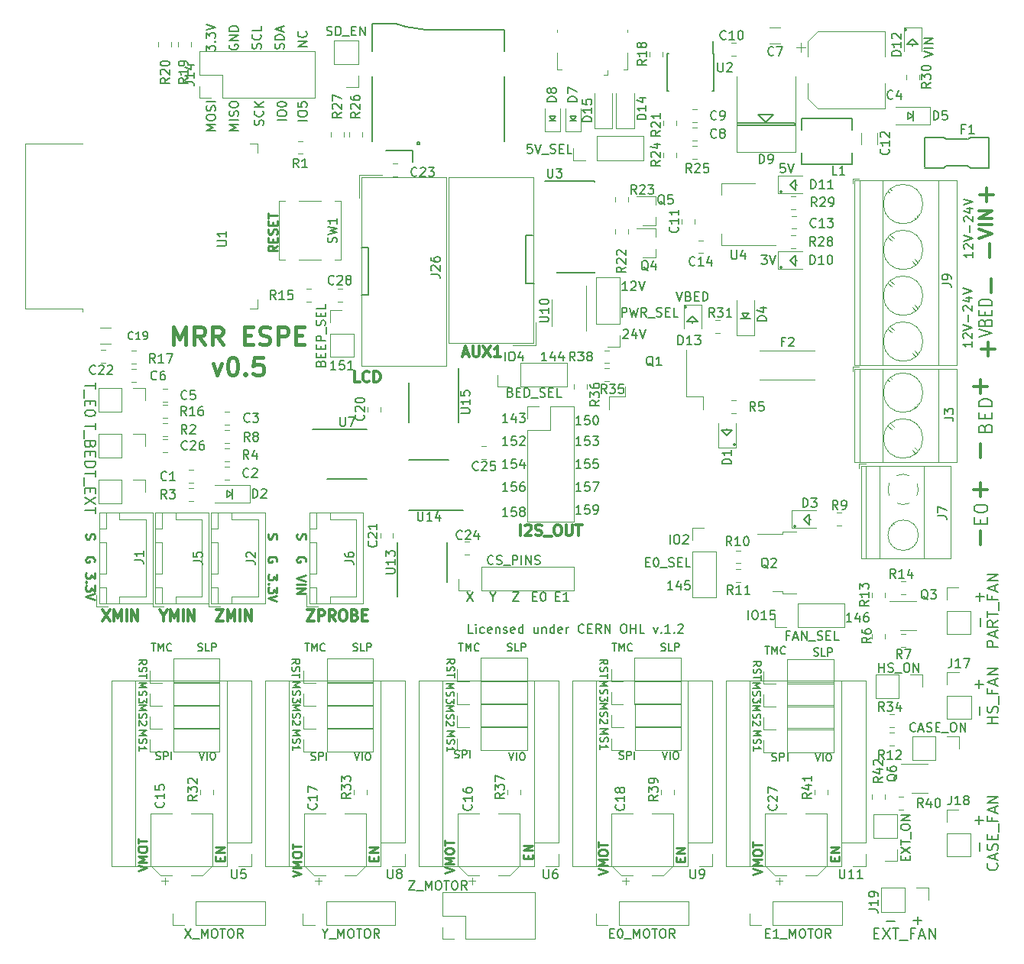
<source format=gto>
G04 #@! TF.GenerationSoftware,KiCad,Pcbnew,5.0.2-bee76a0~70~ubuntu18.04.1*
G04 #@! TF.CreationDate,2019-10-06T12:15:49+09:00*
G04 #@! TF.ProjectId,MRR_ESPE,4d52525f-4553-4504-952e-6b696361645f,v0.5*
G04 #@! TF.SameCoordinates,Original*
G04 #@! TF.FileFunction,Legend,Top*
G04 #@! TF.FilePolarity,Positive*
%FSLAX46Y46*%
G04 Gerber Fmt 4.6, Leading zero omitted, Abs format (unit mm)*
G04 Created by KiCad (PCBNEW 5.0.2-bee76a0~70~ubuntu18.04.1) date Sun 06 Oct 2019 12:15:49 PM JST*
%MOMM*%
%LPD*%
G01*
G04 APERTURE LIST*
%ADD10C,0.250000*%
%ADD11C,0.200000*%
%ADD12C,0.300000*%
%ADD13C,0.400000*%
%ADD14C,0.120000*%
%ADD15C,0.150000*%
G04 APERTURE END LIST*
D10*
X114352380Y-134409523D02*
X115352380Y-134076190D01*
X114352380Y-133742857D01*
X115352380Y-133409523D02*
X114352380Y-133409523D01*
X115066666Y-133076190D01*
X114352380Y-132742857D01*
X115352380Y-132742857D01*
X114352380Y-132076190D02*
X114352380Y-131885714D01*
X114400000Y-131790476D01*
X114495238Y-131695238D01*
X114685714Y-131647619D01*
X115019047Y-131647619D01*
X115209523Y-131695238D01*
X115304761Y-131790476D01*
X115352380Y-131885714D01*
X115352380Y-132076190D01*
X115304761Y-132171428D01*
X115209523Y-132266666D01*
X115019047Y-132314285D01*
X114685714Y-132314285D01*
X114495238Y-132266666D01*
X114400000Y-132171428D01*
X114352380Y-132076190D01*
X114352380Y-131361904D02*
X114352380Y-130790476D01*
X115352380Y-131076190D02*
X114352380Y-131076190D01*
X97252380Y-134409523D02*
X98252380Y-134076190D01*
X97252380Y-133742857D01*
X98252380Y-133409523D02*
X97252380Y-133409523D01*
X97966666Y-133076190D01*
X97252380Y-132742857D01*
X98252380Y-132742857D01*
X97252380Y-132076190D02*
X97252380Y-131885714D01*
X97300000Y-131790476D01*
X97395238Y-131695238D01*
X97585714Y-131647619D01*
X97919047Y-131647619D01*
X98109523Y-131695238D01*
X98204761Y-131790476D01*
X98252380Y-131885714D01*
X98252380Y-132076190D01*
X98204761Y-132171428D01*
X98109523Y-132266666D01*
X97919047Y-132314285D01*
X97585714Y-132314285D01*
X97395238Y-132266666D01*
X97300000Y-132171428D01*
X97252380Y-132076190D01*
X97252380Y-131361904D02*
X97252380Y-130790476D01*
X98252380Y-131076190D02*
X97252380Y-131076190D01*
X80252380Y-134209523D02*
X81252380Y-133876190D01*
X80252380Y-133542857D01*
X81252380Y-133209523D02*
X80252380Y-133209523D01*
X80966666Y-132876190D01*
X80252380Y-132542857D01*
X81252380Y-132542857D01*
X80252380Y-131876190D02*
X80252380Y-131685714D01*
X80300000Y-131590476D01*
X80395238Y-131495238D01*
X80585714Y-131447619D01*
X80919047Y-131447619D01*
X81109523Y-131495238D01*
X81204761Y-131590476D01*
X81252380Y-131685714D01*
X81252380Y-131876190D01*
X81204761Y-131971428D01*
X81109523Y-132066666D01*
X80919047Y-132114285D01*
X80585714Y-132114285D01*
X80395238Y-132066666D01*
X80300000Y-131971428D01*
X80252380Y-131876190D01*
X80252380Y-131161904D02*
X80252380Y-130590476D01*
X81252380Y-130876190D02*
X80252380Y-130876190D01*
X63352380Y-134609523D02*
X64352380Y-134276190D01*
X63352380Y-133942857D01*
X64352380Y-133609523D02*
X63352380Y-133609523D01*
X64066666Y-133276190D01*
X63352380Y-132942857D01*
X64352380Y-132942857D01*
X63352380Y-132276190D02*
X63352380Y-132085714D01*
X63400000Y-131990476D01*
X63495238Y-131895238D01*
X63685714Y-131847619D01*
X64019047Y-131847619D01*
X64209523Y-131895238D01*
X64304761Y-131990476D01*
X64352380Y-132085714D01*
X64352380Y-132276190D01*
X64304761Y-132371428D01*
X64209523Y-132466666D01*
X64019047Y-132514285D01*
X63685714Y-132514285D01*
X63495238Y-132466666D01*
X63400000Y-132371428D01*
X63352380Y-132276190D01*
X63352380Y-131561904D02*
X63352380Y-130990476D01*
X64352380Y-131276190D02*
X63352380Y-131276190D01*
X46252380Y-134009523D02*
X47252380Y-133676190D01*
X46252380Y-133342857D01*
X47252380Y-133009523D02*
X46252380Y-133009523D01*
X46966666Y-132676190D01*
X46252380Y-132342857D01*
X47252380Y-132342857D01*
X46252380Y-131676190D02*
X46252380Y-131485714D01*
X46300000Y-131390476D01*
X46395238Y-131295238D01*
X46585714Y-131247619D01*
X46919047Y-131247619D01*
X47109523Y-131295238D01*
X47204761Y-131390476D01*
X47252380Y-131485714D01*
X47252380Y-131676190D01*
X47204761Y-131771428D01*
X47109523Y-131866666D01*
X46919047Y-131914285D01*
X46585714Y-131914285D01*
X46395238Y-131866666D01*
X46300000Y-131771428D01*
X46252380Y-131676190D01*
X46252380Y-130961904D02*
X46252380Y-130390476D01*
X47252380Y-130676190D02*
X46252380Y-130676190D01*
X123428571Y-132838095D02*
X123428571Y-132504761D01*
X123952380Y-132361904D02*
X123952380Y-132838095D01*
X122952380Y-132838095D01*
X122952380Y-132361904D01*
X123952380Y-131933333D02*
X122952380Y-131933333D01*
X123952380Y-131361904D01*
X122952380Y-131361904D01*
X106328571Y-132938095D02*
X106328571Y-132604761D01*
X106852380Y-132461904D02*
X106852380Y-132938095D01*
X105852380Y-132938095D01*
X105852380Y-132461904D01*
X106852380Y-132033333D02*
X105852380Y-132033333D01*
X106852380Y-131461904D01*
X105852380Y-131461904D01*
X89428571Y-132638095D02*
X89428571Y-132304761D01*
X89952380Y-132161904D02*
X89952380Y-132638095D01*
X88952380Y-132638095D01*
X88952380Y-132161904D01*
X89952380Y-131733333D02*
X88952380Y-131733333D01*
X89952380Y-131161904D01*
X88952380Y-131161904D01*
X72328571Y-132838095D02*
X72328571Y-132504761D01*
X72852380Y-132361904D02*
X72852380Y-132838095D01*
X71852380Y-132838095D01*
X71852380Y-132361904D01*
X72852380Y-131933333D02*
X71852380Y-131933333D01*
X72852380Y-131361904D01*
X71852380Y-131361904D01*
X55328571Y-132838095D02*
X55328571Y-132504761D01*
X55852380Y-132361904D02*
X55852380Y-132838095D01*
X54852380Y-132838095D01*
X54852380Y-132361904D01*
X55852380Y-131933333D02*
X54852380Y-131933333D01*
X55852380Y-131361904D01*
X54852380Y-131361904D01*
D11*
X41551142Y-79873714D02*
X41551142Y-80559428D01*
X40351142Y-80216571D02*
X41551142Y-80216571D01*
X40236857Y-80673714D02*
X40236857Y-81588000D01*
X40979714Y-81873714D02*
X40979714Y-82273714D01*
X40351142Y-82445142D02*
X40351142Y-81873714D01*
X41551142Y-81873714D01*
X41551142Y-82445142D01*
X41551142Y-83188000D02*
X41551142Y-83302285D01*
X41494000Y-83416571D01*
X41436857Y-83473714D01*
X41322571Y-83530857D01*
X41094000Y-83588000D01*
X40808285Y-83588000D01*
X40579714Y-83530857D01*
X40465428Y-83473714D01*
X40408285Y-83416571D01*
X40351142Y-83302285D01*
X40351142Y-83188000D01*
X40408285Y-83073714D01*
X40465428Y-83016571D01*
X40579714Y-82959428D01*
X40808285Y-82902285D01*
X41094000Y-82902285D01*
X41322571Y-82959428D01*
X41436857Y-83016571D01*
X41494000Y-83073714D01*
X41551142Y-83188000D01*
X41551142Y-84325142D02*
X41551142Y-85010857D01*
X40351142Y-84668000D02*
X41551142Y-84668000D01*
X40236857Y-85125142D02*
X40236857Y-86039428D01*
X40979714Y-86725142D02*
X40922571Y-86896571D01*
X40865428Y-86953714D01*
X40751142Y-87010857D01*
X40579714Y-87010857D01*
X40465428Y-86953714D01*
X40408285Y-86896571D01*
X40351142Y-86782285D01*
X40351142Y-86325142D01*
X41551142Y-86325142D01*
X41551142Y-86725142D01*
X41494000Y-86839428D01*
X41436857Y-86896571D01*
X41322571Y-86953714D01*
X41208285Y-86953714D01*
X41094000Y-86896571D01*
X41036857Y-86839428D01*
X40979714Y-86725142D01*
X40979714Y-86325142D01*
X40979714Y-87525142D02*
X40979714Y-87925142D01*
X40351142Y-88096571D02*
X40351142Y-87525142D01*
X41551142Y-87525142D01*
X41551142Y-88096571D01*
X40351142Y-88610857D02*
X41551142Y-88610857D01*
X41551142Y-88896571D01*
X41494000Y-89068000D01*
X41379714Y-89182285D01*
X41265428Y-89239428D01*
X41036857Y-89296571D01*
X40865428Y-89296571D01*
X40636857Y-89239428D01*
X40522571Y-89182285D01*
X40408285Y-89068000D01*
X40351142Y-88896571D01*
X40351142Y-88610857D01*
X41551142Y-89576571D02*
X41551142Y-90262285D01*
X40351142Y-89919428D02*
X41551142Y-89919428D01*
X40236857Y-90376571D02*
X40236857Y-91290857D01*
X40979714Y-91576571D02*
X40979714Y-91976571D01*
X40351142Y-92148000D02*
X40351142Y-91576571D01*
X41551142Y-91576571D01*
X41551142Y-92148000D01*
X41551142Y-92548000D02*
X40351142Y-93348000D01*
X41551142Y-93348000D02*
X40351142Y-92548000D01*
X41551142Y-93633714D02*
X41551142Y-94319428D01*
X40351142Y-93976571D02*
X41551142Y-93976571D01*
X71800000Y-70100000D02*
X71000000Y-70100000D01*
X71800000Y-64900000D02*
X71800000Y-70100000D01*
X71000000Y-64900000D02*
X71800000Y-64900000D01*
X89200000Y-68900000D02*
X90100000Y-68900000D01*
X89200000Y-63500000D02*
X89200000Y-68900000D01*
X89700000Y-63500000D02*
X89200000Y-63500000D01*
X90000000Y-63500000D02*
X89700000Y-63500000D01*
X100009523Y-74047619D02*
X100057142Y-74000000D01*
X100152380Y-73952380D01*
X100390476Y-73952380D01*
X100485714Y-74000000D01*
X100533333Y-74047619D01*
X100580952Y-74142857D01*
X100580952Y-74238095D01*
X100533333Y-74380952D01*
X99961904Y-74952380D01*
X100580952Y-74952380D01*
X101438095Y-74285714D02*
X101438095Y-74952380D01*
X101200000Y-73904761D02*
X100961904Y-74619047D01*
X101580952Y-74619047D01*
X101819047Y-73952380D02*
X102152380Y-74952380D01*
X102485714Y-73952380D01*
X100480952Y-69652380D02*
X99909523Y-69652380D01*
X100195238Y-69652380D02*
X100195238Y-68652380D01*
X100100000Y-68795238D01*
X100004761Y-68890476D01*
X99909523Y-68938095D01*
X100861904Y-68747619D02*
X100909523Y-68700000D01*
X101004761Y-68652380D01*
X101242857Y-68652380D01*
X101338095Y-68700000D01*
X101385714Y-68747619D01*
X101433333Y-68842857D01*
X101433333Y-68938095D01*
X101385714Y-69080952D01*
X100814285Y-69652380D01*
X101433333Y-69652380D01*
X101719047Y-68652380D02*
X102052380Y-69652380D01*
X102385714Y-68652380D01*
X64952380Y-42585714D02*
X63952380Y-42585714D01*
X64952380Y-42014285D01*
X63952380Y-42014285D01*
X64857142Y-40966666D02*
X64904761Y-41014285D01*
X64952380Y-41157142D01*
X64952380Y-41252380D01*
X64904761Y-41395238D01*
X64809523Y-41490476D01*
X64714285Y-41538095D01*
X64523809Y-41585714D01*
X64380952Y-41585714D01*
X64190476Y-41538095D01*
X64095238Y-41490476D01*
X64000000Y-41395238D01*
X63952380Y-41252380D01*
X63952380Y-41157142D01*
X64000000Y-41014285D01*
X64047619Y-40966666D01*
X64952380Y-50800000D02*
X63952380Y-50800000D01*
X63952380Y-50133333D02*
X63952380Y-49942857D01*
X64000000Y-49847619D01*
X64095238Y-49752380D01*
X64285714Y-49704761D01*
X64619047Y-49704761D01*
X64809523Y-49752380D01*
X64904761Y-49847619D01*
X64952380Y-49942857D01*
X64952380Y-50133333D01*
X64904761Y-50228571D01*
X64809523Y-50323809D01*
X64619047Y-50371428D01*
X64285714Y-50371428D01*
X64095238Y-50323809D01*
X64000000Y-50228571D01*
X63952380Y-50133333D01*
X63952380Y-48800000D02*
X63952380Y-49276190D01*
X64428571Y-49323809D01*
X64380952Y-49276190D01*
X64333333Y-49180952D01*
X64333333Y-48942857D01*
X64380952Y-48847619D01*
X64428571Y-48800000D01*
X64523809Y-48752380D01*
X64761904Y-48752380D01*
X64857142Y-48800000D01*
X64904761Y-48847619D01*
X64952380Y-48942857D01*
X64952380Y-49180952D01*
X64904761Y-49276190D01*
X64857142Y-49323809D01*
D10*
X41447619Y-100923809D02*
X41447619Y-101542857D01*
X41066666Y-101209523D01*
X41066666Y-101352380D01*
X41019047Y-101447619D01*
X40971428Y-101495238D01*
X40876190Y-101542857D01*
X40638095Y-101542857D01*
X40542857Y-101495238D01*
X40495238Y-101447619D01*
X40447619Y-101352380D01*
X40447619Y-101066666D01*
X40495238Y-100971428D01*
X40542857Y-100923809D01*
X40542857Y-101971428D02*
X40495238Y-102019047D01*
X40447619Y-101971428D01*
X40495238Y-101923809D01*
X40542857Y-101971428D01*
X40447619Y-101971428D01*
X41447619Y-102352380D02*
X41447619Y-102971428D01*
X41066666Y-102638095D01*
X41066666Y-102780952D01*
X41019047Y-102876190D01*
X40971428Y-102923809D01*
X40876190Y-102971428D01*
X40638095Y-102971428D01*
X40542857Y-102923809D01*
X40495238Y-102876190D01*
X40447619Y-102780952D01*
X40447619Y-102495238D01*
X40495238Y-102400000D01*
X40542857Y-102352380D01*
X41447619Y-103257142D02*
X40447619Y-103590476D01*
X41447619Y-103923809D01*
X41406490Y-99725614D02*
X41454109Y-99630376D01*
X41454109Y-99487519D01*
X41406490Y-99344662D01*
X41311251Y-99249424D01*
X41216013Y-99201805D01*
X41025537Y-99154186D01*
X40882680Y-99154186D01*
X40692204Y-99201805D01*
X40596966Y-99249424D01*
X40501728Y-99344662D01*
X40454109Y-99487519D01*
X40454109Y-99582757D01*
X40501728Y-99725614D01*
X40549347Y-99773233D01*
X40882680Y-99773233D01*
X40882680Y-99582757D01*
X40501728Y-96627995D02*
X40454109Y-96770852D01*
X40454109Y-97008948D01*
X40501728Y-97104186D01*
X40549347Y-97151805D01*
X40644585Y-97199424D01*
X40739823Y-97199424D01*
X40835061Y-97151805D01*
X40882680Y-97104186D01*
X40930299Y-97008948D01*
X40977918Y-96818471D01*
X41025537Y-96723233D01*
X41073156Y-96675614D01*
X41168394Y-96627995D01*
X41263632Y-96627995D01*
X41358870Y-96675614D01*
X41406490Y-96723233D01*
X41454109Y-96818471D01*
X41454109Y-97056567D01*
X41406490Y-97199424D01*
X61586490Y-99725614D02*
X61634109Y-99630376D01*
X61634109Y-99487519D01*
X61586490Y-99344662D01*
X61491251Y-99249424D01*
X61396013Y-99201805D01*
X61205537Y-99154186D01*
X61062680Y-99154186D01*
X60872204Y-99201805D01*
X60776966Y-99249424D01*
X60681728Y-99344662D01*
X60634109Y-99487519D01*
X60634109Y-99582757D01*
X60681728Y-99725614D01*
X60729347Y-99773233D01*
X61062680Y-99773233D01*
X61062680Y-99582757D01*
X60681728Y-96627995D02*
X60634109Y-96770852D01*
X60634109Y-97008948D01*
X60681728Y-97104186D01*
X60729347Y-97151805D01*
X60824585Y-97199424D01*
X60919823Y-97199424D01*
X61015061Y-97151805D01*
X61062680Y-97104186D01*
X61110299Y-97008948D01*
X61157918Y-96818471D01*
X61205537Y-96723233D01*
X61253156Y-96675614D01*
X61348394Y-96627995D01*
X61443632Y-96627995D01*
X61538870Y-96675614D01*
X61586490Y-96723233D01*
X61634109Y-96818471D01*
X61634109Y-97056567D01*
X61586490Y-97199424D01*
X61634109Y-101123809D02*
X61634109Y-101742857D01*
X61253156Y-101409523D01*
X61253156Y-101552380D01*
X61205537Y-101647619D01*
X61157918Y-101695238D01*
X61062680Y-101742857D01*
X60824585Y-101742857D01*
X60729347Y-101695238D01*
X60681728Y-101647619D01*
X60634109Y-101552380D01*
X60634109Y-101266666D01*
X60681728Y-101171428D01*
X60729347Y-101123809D01*
X60729347Y-102171428D02*
X60681728Y-102219047D01*
X60634109Y-102171428D01*
X60681728Y-102123809D01*
X60729347Y-102171428D01*
X60634109Y-102171428D01*
X61634109Y-102552380D02*
X61634109Y-103171428D01*
X61253156Y-102838095D01*
X61253156Y-102980952D01*
X61205537Y-103076190D01*
X61157918Y-103123809D01*
X61062680Y-103171428D01*
X60824585Y-103171428D01*
X60729347Y-103123809D01*
X60681728Y-103076190D01*
X60634109Y-102980952D01*
X60634109Y-102695238D01*
X60681728Y-102600000D01*
X60729347Y-102552380D01*
X61634109Y-103457142D02*
X60634109Y-103790476D01*
X61634109Y-104123809D01*
D11*
X68167333Y-78430380D02*
X67595904Y-78430380D01*
X67881619Y-78430380D02*
X67881619Y-77430380D01*
X67786380Y-77573238D01*
X67691142Y-77668476D01*
X67595904Y-77716095D01*
X69072095Y-77430380D02*
X68595904Y-77430380D01*
X68548285Y-77906571D01*
X68595904Y-77858952D01*
X68691142Y-77811333D01*
X68929238Y-77811333D01*
X69024476Y-77858952D01*
X69072095Y-77906571D01*
X69119714Y-78001809D01*
X69119714Y-78239904D01*
X69072095Y-78335142D01*
X69024476Y-78382761D01*
X68929238Y-78430380D01*
X68691142Y-78430380D01*
X68595904Y-78382761D01*
X68548285Y-78335142D01*
X70072095Y-78430380D02*
X69500666Y-78430380D01*
X69786380Y-78430380D02*
X69786380Y-77430380D01*
X69691142Y-77573238D01*
X69595904Y-77668476D01*
X69500666Y-77716095D01*
X125317333Y-106370380D02*
X124745904Y-106370380D01*
X125031619Y-106370380D02*
X125031619Y-105370380D01*
X124936380Y-105513238D01*
X124841142Y-105608476D01*
X124745904Y-105656095D01*
X126174476Y-105703714D02*
X126174476Y-106370380D01*
X125936380Y-105322761D02*
X125698285Y-106037047D01*
X126317333Y-106037047D01*
X127126857Y-105370380D02*
X126936380Y-105370380D01*
X126841142Y-105418000D01*
X126793523Y-105465619D01*
X126698285Y-105608476D01*
X126650666Y-105798952D01*
X126650666Y-106179904D01*
X126698285Y-106275142D01*
X126745904Y-106322761D01*
X126841142Y-106370380D01*
X127031619Y-106370380D01*
X127126857Y-106322761D01*
X127174476Y-106275142D01*
X127222095Y-106179904D01*
X127222095Y-105941809D01*
X127174476Y-105846571D01*
X127126857Y-105798952D01*
X127031619Y-105751333D01*
X126841142Y-105751333D01*
X126745904Y-105798952D01*
X126698285Y-105846571D01*
X126650666Y-105941809D01*
X113839809Y-106116380D02*
X113839809Y-105116380D01*
X114506476Y-105116380D02*
X114696952Y-105116380D01*
X114792190Y-105164000D01*
X114887428Y-105259238D01*
X114935047Y-105449714D01*
X114935047Y-105783047D01*
X114887428Y-105973523D01*
X114792190Y-106068761D01*
X114696952Y-106116380D01*
X114506476Y-106116380D01*
X114411238Y-106068761D01*
X114316000Y-105973523D01*
X114268380Y-105783047D01*
X114268380Y-105449714D01*
X114316000Y-105259238D01*
X114411238Y-105164000D01*
X114506476Y-105116380D01*
X115887428Y-106116380D02*
X115316000Y-106116380D01*
X115601714Y-106116380D02*
X115601714Y-105116380D01*
X115506476Y-105259238D01*
X115411238Y-105354476D01*
X115316000Y-105402095D01*
X116792190Y-105116380D02*
X116316000Y-105116380D01*
X116268380Y-105592571D01*
X116316000Y-105544952D01*
X116411238Y-105497333D01*
X116649333Y-105497333D01*
X116744571Y-105544952D01*
X116792190Y-105592571D01*
X116839809Y-105687809D01*
X116839809Y-105925904D01*
X116792190Y-106021142D01*
X116744571Y-106068761D01*
X116649333Y-106116380D01*
X116411238Y-106116380D01*
X116316000Y-106068761D01*
X116268380Y-106021142D01*
X105505333Y-102814380D02*
X104933904Y-102814380D01*
X105219619Y-102814380D02*
X105219619Y-101814380D01*
X105124380Y-101957238D01*
X105029142Y-102052476D01*
X104933904Y-102100095D01*
X106362476Y-102147714D02*
X106362476Y-102814380D01*
X106124380Y-101766761D02*
X105886285Y-102481047D01*
X106505333Y-102481047D01*
X107362476Y-101814380D02*
X106886285Y-101814380D01*
X106838666Y-102290571D01*
X106886285Y-102242952D01*
X106981523Y-102195333D01*
X107219619Y-102195333D01*
X107314857Y-102242952D01*
X107362476Y-102290571D01*
X107410095Y-102385809D01*
X107410095Y-102623904D01*
X107362476Y-102719142D01*
X107314857Y-102766761D01*
X107219619Y-102814380D01*
X106981523Y-102814380D01*
X106886285Y-102766761D01*
X106838666Y-102719142D01*
X105172000Y-97734380D02*
X105172000Y-96734380D01*
X105838666Y-96734380D02*
X106029142Y-96734380D01*
X106124380Y-96782000D01*
X106219619Y-96877238D01*
X106267238Y-97067714D01*
X106267238Y-97401047D01*
X106219619Y-97591523D01*
X106124380Y-97686761D01*
X106029142Y-97734380D01*
X105838666Y-97734380D01*
X105743428Y-97686761D01*
X105648190Y-97591523D01*
X105600571Y-97401047D01*
X105600571Y-97067714D01*
X105648190Y-96877238D01*
X105743428Y-96782000D01*
X105838666Y-96734380D01*
X106648190Y-96829619D02*
X106695809Y-96782000D01*
X106791047Y-96734380D01*
X107029142Y-96734380D01*
X107124380Y-96782000D01*
X107172000Y-96829619D01*
X107219619Y-96924857D01*
X107219619Y-97020095D01*
X107172000Y-97162952D01*
X106600571Y-97734380D01*
X107219619Y-97734380D01*
X91533333Y-77452380D02*
X90961904Y-77452380D01*
X91247619Y-77452380D02*
X91247619Y-76452380D01*
X91152380Y-76595238D01*
X91057142Y-76690476D01*
X90961904Y-76738095D01*
X92390476Y-76785714D02*
X92390476Y-77452380D01*
X92152380Y-76404761D02*
X91914285Y-77119047D01*
X92533333Y-77119047D01*
X93342857Y-76785714D02*
X93342857Y-77452380D01*
X93104761Y-76404761D02*
X92866666Y-77119047D01*
X93485714Y-77119047D01*
X86900000Y-77452380D02*
X86900000Y-76452380D01*
X87566666Y-76452380D02*
X87757142Y-76452380D01*
X87852380Y-76500000D01*
X87947619Y-76595238D01*
X87995238Y-76785714D01*
X87995238Y-77119047D01*
X87947619Y-77309523D01*
X87852380Y-77404761D01*
X87757142Y-77452380D01*
X87566666Y-77452380D01*
X87471428Y-77404761D01*
X87376190Y-77309523D01*
X87328571Y-77119047D01*
X87328571Y-76785714D01*
X87376190Y-76595238D01*
X87471428Y-76500000D01*
X87566666Y-76452380D01*
X88852380Y-76785714D02*
X88852380Y-77452380D01*
X88614285Y-76404761D02*
X88376190Y-77119047D01*
X88995238Y-77119047D01*
X95345333Y-94432380D02*
X94773904Y-94432380D01*
X95059619Y-94432380D02*
X95059619Y-93432380D01*
X94964380Y-93575238D01*
X94869142Y-93670476D01*
X94773904Y-93718095D01*
X96250095Y-93432380D02*
X95773904Y-93432380D01*
X95726285Y-93908571D01*
X95773904Y-93860952D01*
X95869142Y-93813333D01*
X96107238Y-93813333D01*
X96202476Y-93860952D01*
X96250095Y-93908571D01*
X96297714Y-94003809D01*
X96297714Y-94241904D01*
X96250095Y-94337142D01*
X96202476Y-94384761D01*
X96107238Y-94432380D01*
X95869142Y-94432380D01*
X95773904Y-94384761D01*
X95726285Y-94337142D01*
X96773904Y-94432380D02*
X96964380Y-94432380D01*
X97059619Y-94384761D01*
X97107238Y-94337142D01*
X97202476Y-94194285D01*
X97250095Y-94003809D01*
X97250095Y-93622857D01*
X97202476Y-93527619D01*
X97154857Y-93480000D01*
X97059619Y-93432380D01*
X96869142Y-93432380D01*
X96773904Y-93480000D01*
X96726285Y-93527619D01*
X96678666Y-93622857D01*
X96678666Y-93860952D01*
X96726285Y-93956190D01*
X96773904Y-94003809D01*
X96869142Y-94051428D01*
X97059619Y-94051428D01*
X97154857Y-94003809D01*
X97202476Y-93956190D01*
X97250095Y-93860952D01*
X95345333Y-91892380D02*
X94773904Y-91892380D01*
X95059619Y-91892380D02*
X95059619Y-90892380D01*
X94964380Y-91035238D01*
X94869142Y-91130476D01*
X94773904Y-91178095D01*
X96250095Y-90892380D02*
X95773904Y-90892380D01*
X95726285Y-91368571D01*
X95773904Y-91320952D01*
X95869142Y-91273333D01*
X96107238Y-91273333D01*
X96202476Y-91320952D01*
X96250095Y-91368571D01*
X96297714Y-91463809D01*
X96297714Y-91701904D01*
X96250095Y-91797142D01*
X96202476Y-91844761D01*
X96107238Y-91892380D01*
X95869142Y-91892380D01*
X95773904Y-91844761D01*
X95726285Y-91797142D01*
X96631047Y-90892380D02*
X97297714Y-90892380D01*
X96869142Y-91892380D01*
X95345333Y-89352380D02*
X94773904Y-89352380D01*
X95059619Y-89352380D02*
X95059619Y-88352380D01*
X94964380Y-88495238D01*
X94869142Y-88590476D01*
X94773904Y-88638095D01*
X96250095Y-88352380D02*
X95773904Y-88352380D01*
X95726285Y-88828571D01*
X95773904Y-88780952D01*
X95869142Y-88733333D01*
X96107238Y-88733333D01*
X96202476Y-88780952D01*
X96250095Y-88828571D01*
X96297714Y-88923809D01*
X96297714Y-89161904D01*
X96250095Y-89257142D01*
X96202476Y-89304761D01*
X96107238Y-89352380D01*
X95869142Y-89352380D01*
X95773904Y-89304761D01*
X95726285Y-89257142D01*
X97202476Y-88352380D02*
X96726285Y-88352380D01*
X96678666Y-88828571D01*
X96726285Y-88780952D01*
X96821523Y-88733333D01*
X97059619Y-88733333D01*
X97154857Y-88780952D01*
X97202476Y-88828571D01*
X97250095Y-88923809D01*
X97250095Y-89161904D01*
X97202476Y-89257142D01*
X97154857Y-89304761D01*
X97059619Y-89352380D01*
X96821523Y-89352380D01*
X96726285Y-89304761D01*
X96678666Y-89257142D01*
X95345333Y-86812380D02*
X94773904Y-86812380D01*
X95059619Y-86812380D02*
X95059619Y-85812380D01*
X94964380Y-85955238D01*
X94869142Y-86050476D01*
X94773904Y-86098095D01*
X96250095Y-85812380D02*
X95773904Y-85812380D01*
X95726285Y-86288571D01*
X95773904Y-86240952D01*
X95869142Y-86193333D01*
X96107238Y-86193333D01*
X96202476Y-86240952D01*
X96250095Y-86288571D01*
X96297714Y-86383809D01*
X96297714Y-86621904D01*
X96250095Y-86717142D01*
X96202476Y-86764761D01*
X96107238Y-86812380D01*
X95869142Y-86812380D01*
X95773904Y-86764761D01*
X95726285Y-86717142D01*
X96631047Y-85812380D02*
X97250095Y-85812380D01*
X96916761Y-86193333D01*
X97059619Y-86193333D01*
X97154857Y-86240952D01*
X97202476Y-86288571D01*
X97250095Y-86383809D01*
X97250095Y-86621904D01*
X97202476Y-86717142D01*
X97154857Y-86764761D01*
X97059619Y-86812380D01*
X96773904Y-86812380D01*
X96678666Y-86764761D01*
X96631047Y-86717142D01*
X95345333Y-84526380D02*
X94773904Y-84526380D01*
X95059619Y-84526380D02*
X95059619Y-83526380D01*
X94964380Y-83669238D01*
X94869142Y-83764476D01*
X94773904Y-83812095D01*
X96250095Y-83526380D02*
X95773904Y-83526380D01*
X95726285Y-84002571D01*
X95773904Y-83954952D01*
X95869142Y-83907333D01*
X96107238Y-83907333D01*
X96202476Y-83954952D01*
X96250095Y-84002571D01*
X96297714Y-84097809D01*
X96297714Y-84335904D01*
X96250095Y-84431142D01*
X96202476Y-84478761D01*
X96107238Y-84526380D01*
X95869142Y-84526380D01*
X95773904Y-84478761D01*
X95726285Y-84431142D01*
X96916761Y-83526380D02*
X97012000Y-83526380D01*
X97107238Y-83574000D01*
X97154857Y-83621619D01*
X97202476Y-83716857D01*
X97250095Y-83907333D01*
X97250095Y-84145428D01*
X97202476Y-84335904D01*
X97154857Y-84431142D01*
X97107238Y-84478761D01*
X97012000Y-84526380D01*
X96916761Y-84526380D01*
X96821523Y-84478761D01*
X96773904Y-84431142D01*
X96726285Y-84335904D01*
X96678666Y-84145428D01*
X96678666Y-83907333D01*
X96726285Y-83716857D01*
X96773904Y-83621619D01*
X96821523Y-83574000D01*
X96916761Y-83526380D01*
X87217333Y-84272380D02*
X86645904Y-84272380D01*
X86931619Y-84272380D02*
X86931619Y-83272380D01*
X86836380Y-83415238D01*
X86741142Y-83510476D01*
X86645904Y-83558095D01*
X88074476Y-83605714D02*
X88074476Y-84272380D01*
X87836380Y-83224761D02*
X87598285Y-83939047D01*
X88217333Y-83939047D01*
X88503047Y-83272380D02*
X89122095Y-83272380D01*
X88788761Y-83653333D01*
X88931619Y-83653333D01*
X89026857Y-83700952D01*
X89074476Y-83748571D01*
X89122095Y-83843809D01*
X89122095Y-84081904D01*
X89074476Y-84177142D01*
X89026857Y-84224761D01*
X88931619Y-84272380D01*
X88645904Y-84272380D01*
X88550666Y-84224761D01*
X88503047Y-84177142D01*
X87217333Y-86812380D02*
X86645904Y-86812380D01*
X86931619Y-86812380D02*
X86931619Y-85812380D01*
X86836380Y-85955238D01*
X86741142Y-86050476D01*
X86645904Y-86098095D01*
X88122095Y-85812380D02*
X87645904Y-85812380D01*
X87598285Y-86288571D01*
X87645904Y-86240952D01*
X87741142Y-86193333D01*
X87979238Y-86193333D01*
X88074476Y-86240952D01*
X88122095Y-86288571D01*
X88169714Y-86383809D01*
X88169714Y-86621904D01*
X88122095Y-86717142D01*
X88074476Y-86764761D01*
X87979238Y-86812380D01*
X87741142Y-86812380D01*
X87645904Y-86764761D01*
X87598285Y-86717142D01*
X88550666Y-85907619D02*
X88598285Y-85860000D01*
X88693523Y-85812380D01*
X88931619Y-85812380D01*
X89026857Y-85860000D01*
X89074476Y-85907619D01*
X89122095Y-86002857D01*
X89122095Y-86098095D01*
X89074476Y-86240952D01*
X88503047Y-86812380D01*
X89122095Y-86812380D01*
X87217333Y-89352380D02*
X86645904Y-89352380D01*
X86931619Y-89352380D02*
X86931619Y-88352380D01*
X86836380Y-88495238D01*
X86741142Y-88590476D01*
X86645904Y-88638095D01*
X88122095Y-88352380D02*
X87645904Y-88352380D01*
X87598285Y-88828571D01*
X87645904Y-88780952D01*
X87741142Y-88733333D01*
X87979238Y-88733333D01*
X88074476Y-88780952D01*
X88122095Y-88828571D01*
X88169714Y-88923809D01*
X88169714Y-89161904D01*
X88122095Y-89257142D01*
X88074476Y-89304761D01*
X87979238Y-89352380D01*
X87741142Y-89352380D01*
X87645904Y-89304761D01*
X87598285Y-89257142D01*
X89026857Y-88685714D02*
X89026857Y-89352380D01*
X88788761Y-88304761D02*
X88550666Y-89019047D01*
X89169714Y-89019047D01*
X87217333Y-91892380D02*
X86645904Y-91892380D01*
X86931619Y-91892380D02*
X86931619Y-90892380D01*
X86836380Y-91035238D01*
X86741142Y-91130476D01*
X86645904Y-91178095D01*
X88122095Y-90892380D02*
X87645904Y-90892380D01*
X87598285Y-91368571D01*
X87645904Y-91320952D01*
X87741142Y-91273333D01*
X87979238Y-91273333D01*
X88074476Y-91320952D01*
X88122095Y-91368571D01*
X88169714Y-91463809D01*
X88169714Y-91701904D01*
X88122095Y-91797142D01*
X88074476Y-91844761D01*
X87979238Y-91892380D01*
X87741142Y-91892380D01*
X87645904Y-91844761D01*
X87598285Y-91797142D01*
X89026857Y-90892380D02*
X88836380Y-90892380D01*
X88741142Y-90940000D01*
X88693523Y-90987619D01*
X88598285Y-91130476D01*
X88550666Y-91320952D01*
X88550666Y-91701904D01*
X88598285Y-91797142D01*
X88645904Y-91844761D01*
X88741142Y-91892380D01*
X88931619Y-91892380D01*
X89026857Y-91844761D01*
X89074476Y-91797142D01*
X89122095Y-91701904D01*
X89122095Y-91463809D01*
X89074476Y-91368571D01*
X89026857Y-91320952D01*
X88931619Y-91273333D01*
X88741142Y-91273333D01*
X88645904Y-91320952D01*
X88598285Y-91368571D01*
X88550666Y-91463809D01*
X87217333Y-94686380D02*
X86645904Y-94686380D01*
X86931619Y-94686380D02*
X86931619Y-93686380D01*
X86836380Y-93829238D01*
X86741142Y-93924476D01*
X86645904Y-93972095D01*
X88122095Y-93686380D02*
X87645904Y-93686380D01*
X87598285Y-94162571D01*
X87645904Y-94114952D01*
X87741142Y-94067333D01*
X87979238Y-94067333D01*
X88074476Y-94114952D01*
X88122095Y-94162571D01*
X88169714Y-94257809D01*
X88169714Y-94495904D01*
X88122095Y-94591142D01*
X88074476Y-94638761D01*
X87979238Y-94686380D01*
X87741142Y-94686380D01*
X87645904Y-94638761D01*
X87598285Y-94591142D01*
X88741142Y-94114952D02*
X88645904Y-94067333D01*
X88598285Y-94019714D01*
X88550666Y-93924476D01*
X88550666Y-93876857D01*
X88598285Y-93781619D01*
X88645904Y-93734000D01*
X88741142Y-93686380D01*
X88931619Y-93686380D01*
X89026857Y-93734000D01*
X89074476Y-93781619D01*
X89122095Y-93876857D01*
X89122095Y-93924476D01*
X89074476Y-94019714D01*
X89026857Y-94067333D01*
X88931619Y-94114952D01*
X88741142Y-94114952D01*
X88645904Y-94162571D01*
X88598285Y-94210190D01*
X88550666Y-94305428D01*
X88550666Y-94495904D01*
X88598285Y-94591142D01*
X88645904Y-94638761D01*
X88741142Y-94686380D01*
X88931619Y-94686380D01*
X89026857Y-94638761D01*
X89074476Y-94591142D01*
X89122095Y-94495904D01*
X89122095Y-94305428D01*
X89074476Y-94210190D01*
X89026857Y-94162571D01*
X88931619Y-94114952D01*
X92527523Y-103560571D02*
X92860857Y-103560571D01*
X93003714Y-104084380D02*
X92527523Y-104084380D01*
X92527523Y-103084380D01*
X93003714Y-103084380D01*
X93956095Y-104084380D02*
X93384666Y-104084380D01*
X93670380Y-104084380D02*
X93670380Y-103084380D01*
X93575142Y-103227238D01*
X93479904Y-103322476D01*
X93384666Y-103370095D01*
X89987523Y-103560571D02*
X90320857Y-103560571D01*
X90463714Y-104084380D02*
X89987523Y-104084380D01*
X89987523Y-103084380D01*
X90463714Y-103084380D01*
X91082761Y-103084380D02*
X91178000Y-103084380D01*
X91273238Y-103132000D01*
X91320857Y-103179619D01*
X91368476Y-103274857D01*
X91416095Y-103465333D01*
X91416095Y-103703428D01*
X91368476Y-103893904D01*
X91320857Y-103989142D01*
X91273238Y-104036761D01*
X91178000Y-104084380D01*
X91082761Y-104084380D01*
X90987523Y-104036761D01*
X90939904Y-103989142D01*
X90892285Y-103893904D01*
X90844666Y-103703428D01*
X90844666Y-103465333D01*
X90892285Y-103274857D01*
X90939904Y-103179619D01*
X90987523Y-103132000D01*
X91082761Y-103084380D01*
X87804666Y-103084380D02*
X88471333Y-103084380D01*
X87804666Y-104084380D01*
X88471333Y-104084380D01*
X85598000Y-103608190D02*
X85598000Y-104084380D01*
X85264666Y-103084380D02*
X85598000Y-103608190D01*
X85931333Y-103084380D01*
X82724666Y-103084380D02*
X83391333Y-104084380D01*
X83391333Y-103084380D02*
X82724666Y-104084380D01*
X127791289Y-140919654D02*
X128191289Y-140919654D01*
X128362717Y-141548226D02*
X127791289Y-141548226D01*
X127791289Y-140348226D01*
X128362717Y-140348226D01*
X128762717Y-140348226D02*
X129562717Y-141548226D01*
X129562717Y-140348226D02*
X128762717Y-141548226D01*
X129848431Y-140348226D02*
X130534146Y-140348226D01*
X130191289Y-141548226D02*
X130191289Y-140348226D01*
X130648431Y-141662511D02*
X131562717Y-141662511D01*
X132248431Y-140919654D02*
X131848431Y-140919654D01*
X131848431Y-141548226D02*
X131848431Y-140348226D01*
X132419860Y-140348226D01*
X132819860Y-141205369D02*
X133391289Y-141205369D01*
X132705574Y-141548226D02*
X133105574Y-140348226D01*
X133505574Y-141548226D01*
X133905574Y-141548226D02*
X133905574Y-140348226D01*
X134591289Y-141548226D01*
X134591289Y-140348226D01*
X129210146Y-139567083D02*
X130124431Y-139567083D01*
X132629574Y-139024226D02*
X132629574Y-139938511D01*
X132172431Y-139481369D02*
X133086717Y-139481369D01*
D12*
X88633714Y-96808857D02*
X88633714Y-95608857D01*
X89148000Y-95723142D02*
X89205142Y-95666000D01*
X89319428Y-95608857D01*
X89605142Y-95608857D01*
X89719428Y-95666000D01*
X89776571Y-95723142D01*
X89833714Y-95837428D01*
X89833714Y-95951714D01*
X89776571Y-96123142D01*
X89090857Y-96808857D01*
X89833714Y-96808857D01*
X90290857Y-96751714D02*
X90462285Y-96808857D01*
X90748000Y-96808857D01*
X90862285Y-96751714D01*
X90919428Y-96694571D01*
X90976571Y-96580285D01*
X90976571Y-96466000D01*
X90919428Y-96351714D01*
X90862285Y-96294571D01*
X90748000Y-96237428D01*
X90519428Y-96180285D01*
X90405142Y-96123142D01*
X90348000Y-96066000D01*
X90290857Y-95951714D01*
X90290857Y-95837428D01*
X90348000Y-95723142D01*
X90405142Y-95666000D01*
X90519428Y-95608857D01*
X90805142Y-95608857D01*
X90976571Y-95666000D01*
X91205142Y-96923142D02*
X92119428Y-96923142D01*
X92633714Y-95608857D02*
X92862285Y-95608857D01*
X92976571Y-95666000D01*
X93090857Y-95780285D01*
X93148000Y-96008857D01*
X93148000Y-96408857D01*
X93090857Y-96637428D01*
X92976571Y-96751714D01*
X92862285Y-96808857D01*
X92633714Y-96808857D01*
X92519428Y-96751714D01*
X92405142Y-96637428D01*
X92348000Y-96408857D01*
X92348000Y-96008857D01*
X92405142Y-95780285D01*
X92519428Y-95666000D01*
X92633714Y-95608857D01*
X93662285Y-95608857D02*
X93662285Y-96580285D01*
X93719428Y-96694571D01*
X93776571Y-96751714D01*
X93890857Y-96808857D01*
X94119428Y-96808857D01*
X94233714Y-96751714D01*
X94290857Y-96694571D01*
X94348000Y-96580285D01*
X94348000Y-95608857D01*
X94748000Y-95608857D02*
X95433714Y-95608857D01*
X95090857Y-96808857D02*
X95090857Y-95608857D01*
D11*
X114410261Y-118451285D02*
X115260261Y-118451285D01*
X114653118Y-118734619D01*
X115260261Y-119017952D01*
X114410261Y-119017952D01*
X114450737Y-119382238D02*
X114410261Y-119503666D01*
X114410261Y-119706047D01*
X114450737Y-119787000D01*
X114491213Y-119827476D01*
X114572165Y-119867952D01*
X114653118Y-119867952D01*
X114734070Y-119827476D01*
X114774546Y-119787000D01*
X114815023Y-119706047D01*
X114855499Y-119544143D01*
X114895975Y-119463190D01*
X114936451Y-119422714D01*
X115017404Y-119382238D01*
X115098356Y-119382238D01*
X115179308Y-119422714D01*
X115219785Y-119463190D01*
X115260261Y-119544143D01*
X115260261Y-119746523D01*
X115219785Y-119867952D01*
X114410261Y-120677476D02*
X114410261Y-120191762D01*
X114410261Y-120434619D02*
X115260261Y-120434619D01*
X115138832Y-120353666D01*
X115057880Y-120272714D01*
X115017404Y-120191762D01*
X114385261Y-115651285D02*
X115235261Y-115651285D01*
X114628118Y-115934619D01*
X115235261Y-116217952D01*
X114385261Y-116217952D01*
X114425737Y-116582238D02*
X114385261Y-116703666D01*
X114385261Y-116906047D01*
X114425737Y-116987000D01*
X114466213Y-117027476D01*
X114547165Y-117067952D01*
X114628118Y-117067952D01*
X114709070Y-117027476D01*
X114749546Y-116987000D01*
X114790023Y-116906047D01*
X114830499Y-116744143D01*
X114870975Y-116663190D01*
X114911451Y-116622714D01*
X114992404Y-116582238D01*
X115073356Y-116582238D01*
X115154308Y-116622714D01*
X115194785Y-116663190D01*
X115235261Y-116744143D01*
X115235261Y-116946523D01*
X115194785Y-117067952D01*
X115154308Y-117391762D02*
X115194785Y-117432238D01*
X115235261Y-117513190D01*
X115235261Y-117715571D01*
X115194785Y-117796523D01*
X115154308Y-117837000D01*
X115073356Y-117877476D01*
X114992404Y-117877476D01*
X114870975Y-117837000D01*
X114385261Y-117351285D01*
X114385261Y-117877476D01*
X114405261Y-111273666D02*
X114810023Y-110990333D01*
X114405261Y-110787952D02*
X115255261Y-110787952D01*
X115255261Y-111111762D01*
X115214785Y-111192714D01*
X115174308Y-111233190D01*
X115093356Y-111273666D01*
X114971927Y-111273666D01*
X114890975Y-111233190D01*
X114850499Y-111192714D01*
X114810023Y-111111762D01*
X114810023Y-110787952D01*
X114445737Y-111597476D02*
X114405261Y-111718904D01*
X114405261Y-111921285D01*
X114445737Y-112002238D01*
X114486213Y-112042714D01*
X114567165Y-112083190D01*
X114648118Y-112083190D01*
X114729070Y-112042714D01*
X114769546Y-112002238D01*
X114810023Y-111921285D01*
X114850499Y-111759381D01*
X114890975Y-111678428D01*
X114931451Y-111637952D01*
X115012404Y-111597476D01*
X115093356Y-111597476D01*
X115174308Y-111637952D01*
X115214785Y-111678428D01*
X115255261Y-111759381D01*
X115255261Y-111961762D01*
X115214785Y-112083190D01*
X115255261Y-112326047D02*
X115255261Y-112811762D01*
X114405261Y-112568904D02*
X115255261Y-112568904D01*
X114385261Y-113151285D02*
X115235261Y-113151285D01*
X114628118Y-113434619D01*
X115235261Y-113717952D01*
X114385261Y-113717952D01*
X114425737Y-114082238D02*
X114385261Y-114203666D01*
X114385261Y-114406047D01*
X114425737Y-114487000D01*
X114466213Y-114527476D01*
X114547165Y-114567952D01*
X114628118Y-114567952D01*
X114709070Y-114527476D01*
X114749546Y-114487000D01*
X114790023Y-114406047D01*
X114830499Y-114244143D01*
X114870975Y-114163190D01*
X114911451Y-114122714D01*
X114992404Y-114082238D01*
X115073356Y-114082238D01*
X115154308Y-114122714D01*
X115194785Y-114163190D01*
X115235261Y-114244143D01*
X115235261Y-114446523D01*
X115194785Y-114567952D01*
X115235261Y-114851285D02*
X115235261Y-115377476D01*
X114911451Y-115094143D01*
X114911451Y-115215571D01*
X114870975Y-115296523D01*
X114830499Y-115337000D01*
X114749546Y-115377476D01*
X114547165Y-115377476D01*
X114466213Y-115337000D01*
X114425737Y-115296523D01*
X114385261Y-115215571D01*
X114385261Y-114972714D01*
X114425737Y-114891762D01*
X114466213Y-114851285D01*
X121287832Y-120963666D02*
X121571165Y-121813666D01*
X121854499Y-120963666D01*
X122137832Y-121813666D02*
X122137832Y-120963666D01*
X122704499Y-120963666D02*
X122866404Y-120963666D01*
X122947356Y-121004143D01*
X123028308Y-121085095D01*
X123068785Y-121247000D01*
X123068785Y-121530333D01*
X123028308Y-121692238D01*
X122947356Y-121773190D01*
X122866404Y-121813666D01*
X122704499Y-121813666D01*
X122623546Y-121773190D01*
X122542594Y-121692238D01*
X122502118Y-121530333D01*
X122502118Y-121247000D01*
X122542594Y-121085095D01*
X122623546Y-121004143D01*
X122704499Y-120963666D01*
X121146880Y-110103190D02*
X121268308Y-110143666D01*
X121470689Y-110143666D01*
X121551642Y-110103190D01*
X121592118Y-110062714D01*
X121632594Y-109981762D01*
X121632594Y-109900809D01*
X121592118Y-109819857D01*
X121551642Y-109779381D01*
X121470689Y-109738904D01*
X121308785Y-109698428D01*
X121227832Y-109657952D01*
X121187356Y-109617476D01*
X121146880Y-109536523D01*
X121146880Y-109455571D01*
X121187356Y-109374619D01*
X121227832Y-109334143D01*
X121308785Y-109293666D01*
X121511165Y-109293666D01*
X121632594Y-109334143D01*
X122401642Y-110143666D02*
X121996880Y-110143666D01*
X121996880Y-109293666D01*
X122684975Y-110143666D02*
X122684975Y-109293666D01*
X123008785Y-109293666D01*
X123089737Y-109334143D01*
X123130213Y-109374619D01*
X123170689Y-109455571D01*
X123170689Y-109577000D01*
X123130213Y-109657952D01*
X123089737Y-109698428D01*
X123008785Y-109738904D01*
X122684975Y-109738904D01*
X116508546Y-121743190D02*
X116629975Y-121783666D01*
X116832356Y-121783666D01*
X116913308Y-121743190D01*
X116953785Y-121702714D01*
X116994261Y-121621762D01*
X116994261Y-121540809D01*
X116953785Y-121459857D01*
X116913308Y-121419381D01*
X116832356Y-121378904D01*
X116670451Y-121338428D01*
X116589499Y-121297952D01*
X116549023Y-121257476D01*
X116508546Y-121176523D01*
X116508546Y-121095571D01*
X116549023Y-121014619D01*
X116589499Y-120974143D01*
X116670451Y-120933666D01*
X116872832Y-120933666D01*
X116994261Y-120974143D01*
X117358546Y-121783666D02*
X117358546Y-120933666D01*
X117682356Y-120933666D01*
X117763308Y-120974143D01*
X117803785Y-121014619D01*
X117844261Y-121095571D01*
X117844261Y-121217000D01*
X117803785Y-121297952D01*
X117763308Y-121338428D01*
X117682356Y-121378904D01*
X117358546Y-121378904D01*
X118208546Y-121783666D02*
X118208546Y-120933666D01*
X115731213Y-109111666D02*
X116216927Y-109111666D01*
X115974070Y-109961666D02*
X115974070Y-109111666D01*
X116500261Y-109961666D02*
X116500261Y-109111666D01*
X116783594Y-109718809D01*
X117066927Y-109111666D01*
X117066927Y-109961666D01*
X117957404Y-109880714D02*
X117916927Y-109921190D01*
X117795499Y-109961666D01*
X117714546Y-109961666D01*
X117593118Y-109921190D01*
X117512165Y-109840238D01*
X117471689Y-109759285D01*
X117431213Y-109597381D01*
X117431213Y-109475952D01*
X117471689Y-109314047D01*
X117512165Y-109233095D01*
X117593118Y-109152143D01*
X117714546Y-109111666D01*
X117795499Y-109111666D01*
X117916927Y-109152143D01*
X117957404Y-109192619D01*
X98781927Y-108754523D02*
X99267641Y-108754523D01*
X99024784Y-109604523D02*
X99024784Y-108754523D01*
X99550975Y-109604523D02*
X99550975Y-108754523D01*
X99834308Y-109361666D01*
X100117641Y-108754523D01*
X100117641Y-109604523D01*
X101008118Y-109523571D02*
X100967641Y-109564047D01*
X100846213Y-109604523D01*
X100765260Y-109604523D01*
X100643832Y-109564047D01*
X100562879Y-109483095D01*
X100522403Y-109402142D01*
X100481927Y-109240238D01*
X100481927Y-109118809D01*
X100522403Y-108956904D01*
X100562879Y-108875952D01*
X100643832Y-108795000D01*
X100765260Y-108754523D01*
X100846213Y-108754523D01*
X100967641Y-108795000D01*
X101008118Y-108835476D01*
X81799318Y-108754523D02*
X82285032Y-108754523D01*
X82042175Y-109604523D02*
X82042175Y-108754523D01*
X82568366Y-109604523D02*
X82568366Y-108754523D01*
X82851699Y-109361666D01*
X83135032Y-108754523D01*
X83135032Y-109604523D01*
X84025509Y-109523571D02*
X83985032Y-109564047D01*
X83863604Y-109604523D01*
X83782651Y-109604523D01*
X83661223Y-109564047D01*
X83580270Y-109483095D01*
X83539794Y-109402142D01*
X83499318Y-109240238D01*
X83499318Y-109118809D01*
X83539794Y-108956904D01*
X83580270Y-108875952D01*
X83661223Y-108795000D01*
X83782651Y-108754523D01*
X83863604Y-108754523D01*
X83985032Y-108795000D01*
X84025509Y-108835476D01*
X64733717Y-108754523D02*
X65219431Y-108754523D01*
X64976574Y-109604523D02*
X64976574Y-108754523D01*
X65502765Y-109604523D02*
X65502765Y-108754523D01*
X65786098Y-109361666D01*
X66069431Y-108754523D01*
X66069431Y-109604523D01*
X66959908Y-109523571D02*
X66919431Y-109564047D01*
X66798003Y-109604523D01*
X66717050Y-109604523D01*
X66595622Y-109564047D01*
X66514669Y-109483095D01*
X66474193Y-109402142D01*
X66433717Y-109240238D01*
X66433717Y-109118809D01*
X66474193Y-108956904D01*
X66514669Y-108875952D01*
X66595622Y-108795000D01*
X66717050Y-108754523D01*
X66798003Y-108754523D01*
X66919431Y-108795000D01*
X66959908Y-108835476D01*
X47718925Y-108754523D02*
X48204639Y-108754523D01*
X47961782Y-109604523D02*
X47961782Y-108754523D01*
X48487973Y-109604523D02*
X48487973Y-108754523D01*
X48771306Y-109361666D01*
X49054639Y-108754523D01*
X49054639Y-109604523D01*
X49945116Y-109523571D02*
X49904639Y-109564047D01*
X49783211Y-109604523D01*
X49702258Y-109604523D01*
X49580830Y-109564047D01*
X49499877Y-109483095D01*
X49459401Y-109402142D01*
X49418925Y-109240238D01*
X49418925Y-109118809D01*
X49459401Y-108956904D01*
X49499877Y-108875952D01*
X49580830Y-108795000D01*
X49702258Y-108754523D01*
X49783211Y-108754523D01*
X49904639Y-108795000D01*
X49945116Y-108835476D01*
X99559260Y-121542028D02*
X99680689Y-121582504D01*
X99883070Y-121582504D01*
X99964022Y-121542028D01*
X100004499Y-121501552D01*
X100044975Y-121420600D01*
X100044975Y-121339647D01*
X100004499Y-121258695D01*
X99964022Y-121218219D01*
X99883070Y-121177742D01*
X99721165Y-121137266D01*
X99640213Y-121096790D01*
X99599737Y-121056314D01*
X99559260Y-120975361D01*
X99559260Y-120894409D01*
X99599737Y-120813457D01*
X99640213Y-120772981D01*
X99721165Y-120732504D01*
X99923546Y-120732504D01*
X100044975Y-120772981D01*
X100409260Y-121582504D02*
X100409260Y-120732504D01*
X100733070Y-120732504D01*
X100814022Y-120772981D01*
X100854499Y-120813457D01*
X100894975Y-120894409D01*
X100894975Y-121015838D01*
X100854499Y-121096790D01*
X100814022Y-121137266D01*
X100733070Y-121177742D01*
X100409260Y-121177742D01*
X101259260Y-121582504D02*
X101259260Y-120732504D01*
D12*
X70799428Y-79790857D02*
X70228000Y-79790857D01*
X70228000Y-78590857D01*
X71885142Y-79676571D02*
X71828000Y-79733714D01*
X71656571Y-79790857D01*
X71542285Y-79790857D01*
X71370857Y-79733714D01*
X71256571Y-79619428D01*
X71199428Y-79505142D01*
X71142285Y-79276571D01*
X71142285Y-79105142D01*
X71199428Y-78876571D01*
X71256571Y-78762285D01*
X71370857Y-78648000D01*
X71542285Y-78590857D01*
X71656571Y-78590857D01*
X71828000Y-78648000D01*
X71885142Y-78705142D01*
X72399428Y-79790857D02*
X72399428Y-78590857D01*
X72685142Y-78590857D01*
X72856571Y-78648000D01*
X72970857Y-78762285D01*
X73028000Y-78876571D01*
X73085142Y-79105142D01*
X73085142Y-79276571D01*
X73028000Y-79505142D01*
X72970857Y-79619428D01*
X72856571Y-79733714D01*
X72685142Y-79790857D01*
X72399428Y-79790857D01*
X82270857Y-76654000D02*
X82842285Y-76654000D01*
X82156571Y-76996857D02*
X82556571Y-75796857D01*
X82956571Y-76996857D01*
X83356571Y-75796857D02*
X83356571Y-76768285D01*
X83413714Y-76882571D01*
X83470857Y-76939714D01*
X83585142Y-76996857D01*
X83813714Y-76996857D01*
X83928000Y-76939714D01*
X83985142Y-76882571D01*
X84042285Y-76768285D01*
X84042285Y-75796857D01*
X84499428Y-75796857D02*
X85299428Y-76996857D01*
X85299428Y-75796857D02*
X84499428Y-76996857D01*
X86385142Y-76996857D02*
X85699428Y-76996857D01*
X86042285Y-76996857D02*
X86042285Y-75796857D01*
X85928000Y-75968285D01*
X85813714Y-76082571D01*
X85699428Y-76139714D01*
D13*
X50213523Y-75658761D02*
X50213523Y-73658761D01*
X50880190Y-75087333D01*
X51546857Y-73658761D01*
X51546857Y-75658761D01*
X53642095Y-75658761D02*
X52975428Y-74706380D01*
X52499238Y-75658761D02*
X52499238Y-73658761D01*
X53261142Y-73658761D01*
X53451619Y-73754000D01*
X53546857Y-73849238D01*
X53642095Y-74039714D01*
X53642095Y-74325428D01*
X53546857Y-74515904D01*
X53451619Y-74611142D01*
X53261142Y-74706380D01*
X52499238Y-74706380D01*
X55642095Y-75658761D02*
X54975428Y-74706380D01*
X54499238Y-75658761D02*
X54499238Y-73658761D01*
X55261142Y-73658761D01*
X55451619Y-73754000D01*
X55546857Y-73849238D01*
X55642095Y-74039714D01*
X55642095Y-74325428D01*
X55546857Y-74515904D01*
X55451619Y-74611142D01*
X55261142Y-74706380D01*
X54499238Y-74706380D01*
X58023047Y-74611142D02*
X58689714Y-74611142D01*
X58975428Y-75658761D02*
X58023047Y-75658761D01*
X58023047Y-73658761D01*
X58975428Y-73658761D01*
X59737333Y-75563523D02*
X60023047Y-75658761D01*
X60499238Y-75658761D01*
X60689714Y-75563523D01*
X60784952Y-75468285D01*
X60880190Y-75277809D01*
X60880190Y-75087333D01*
X60784952Y-74896857D01*
X60689714Y-74801619D01*
X60499238Y-74706380D01*
X60118285Y-74611142D01*
X59927809Y-74515904D01*
X59832571Y-74420666D01*
X59737333Y-74230190D01*
X59737333Y-74039714D01*
X59832571Y-73849238D01*
X59927809Y-73754000D01*
X60118285Y-73658761D01*
X60594476Y-73658761D01*
X60880190Y-73754000D01*
X61737333Y-75658761D02*
X61737333Y-73658761D01*
X62499238Y-73658761D01*
X62689714Y-73754000D01*
X62784952Y-73849238D01*
X62880190Y-74039714D01*
X62880190Y-74325428D01*
X62784952Y-74515904D01*
X62689714Y-74611142D01*
X62499238Y-74706380D01*
X61737333Y-74706380D01*
X63737333Y-74611142D02*
X64404000Y-74611142D01*
X64689714Y-75658761D02*
X63737333Y-75658761D01*
X63737333Y-73658761D01*
X64689714Y-73658761D01*
X54546857Y-77725428D02*
X55023047Y-79058761D01*
X55499238Y-77725428D01*
X56642095Y-77058761D02*
X56832571Y-77058761D01*
X57023047Y-77154000D01*
X57118285Y-77249238D01*
X57213523Y-77439714D01*
X57308761Y-77820666D01*
X57308761Y-78296857D01*
X57213523Y-78677809D01*
X57118285Y-78868285D01*
X57023047Y-78963523D01*
X56832571Y-79058761D01*
X56642095Y-79058761D01*
X56451619Y-78963523D01*
X56356380Y-78868285D01*
X56261142Y-78677809D01*
X56165904Y-78296857D01*
X56165904Y-77820666D01*
X56261142Y-77439714D01*
X56356380Y-77249238D01*
X56451619Y-77154000D01*
X56642095Y-77058761D01*
X58165904Y-78868285D02*
X58261142Y-78963523D01*
X58165904Y-79058761D01*
X58070666Y-78963523D01*
X58165904Y-78868285D01*
X58165904Y-79058761D01*
X60070666Y-77058761D02*
X59118285Y-77058761D01*
X59023047Y-78011142D01*
X59118285Y-77915904D01*
X59308761Y-77820666D01*
X59784952Y-77820666D01*
X59975428Y-77915904D01*
X60070666Y-78011142D01*
X60165904Y-78201619D01*
X60165904Y-78677809D01*
X60070666Y-78868285D01*
X59975428Y-78963523D01*
X59784952Y-79058761D01*
X59308761Y-79058761D01*
X59118285Y-78963523D01*
X59023047Y-78868285D01*
D11*
X83361047Y-107640380D02*
X82884857Y-107640380D01*
X82884857Y-106640380D01*
X83694380Y-107640380D02*
X83694380Y-106973714D01*
X83694380Y-106640380D02*
X83646761Y-106688000D01*
X83694380Y-106735619D01*
X83742000Y-106688000D01*
X83694380Y-106640380D01*
X83694380Y-106735619D01*
X84599142Y-107592761D02*
X84503904Y-107640380D01*
X84313428Y-107640380D01*
X84218190Y-107592761D01*
X84170571Y-107545142D01*
X84122952Y-107449904D01*
X84122952Y-107164190D01*
X84170571Y-107068952D01*
X84218190Y-107021333D01*
X84313428Y-106973714D01*
X84503904Y-106973714D01*
X84599142Y-107021333D01*
X85408666Y-107592761D02*
X85313428Y-107640380D01*
X85122952Y-107640380D01*
X85027714Y-107592761D01*
X84980095Y-107497523D01*
X84980095Y-107116571D01*
X85027714Y-107021333D01*
X85122952Y-106973714D01*
X85313428Y-106973714D01*
X85408666Y-107021333D01*
X85456285Y-107116571D01*
X85456285Y-107211809D01*
X84980095Y-107307047D01*
X85884857Y-106973714D02*
X85884857Y-107640380D01*
X85884857Y-107068952D02*
X85932476Y-107021333D01*
X86027714Y-106973714D01*
X86170571Y-106973714D01*
X86265809Y-107021333D01*
X86313428Y-107116571D01*
X86313428Y-107640380D01*
X86742000Y-107592761D02*
X86837238Y-107640380D01*
X87027714Y-107640380D01*
X87122952Y-107592761D01*
X87170571Y-107497523D01*
X87170571Y-107449904D01*
X87122952Y-107354666D01*
X87027714Y-107307047D01*
X86884857Y-107307047D01*
X86789619Y-107259428D01*
X86742000Y-107164190D01*
X86742000Y-107116571D01*
X86789619Y-107021333D01*
X86884857Y-106973714D01*
X87027714Y-106973714D01*
X87122952Y-107021333D01*
X87980095Y-107592761D02*
X87884857Y-107640380D01*
X87694380Y-107640380D01*
X87599142Y-107592761D01*
X87551523Y-107497523D01*
X87551523Y-107116571D01*
X87599142Y-107021333D01*
X87694380Y-106973714D01*
X87884857Y-106973714D01*
X87980095Y-107021333D01*
X88027714Y-107116571D01*
X88027714Y-107211809D01*
X87551523Y-107307047D01*
X88884857Y-107640380D02*
X88884857Y-106640380D01*
X88884857Y-107592761D02*
X88789619Y-107640380D01*
X88599142Y-107640380D01*
X88503904Y-107592761D01*
X88456285Y-107545142D01*
X88408666Y-107449904D01*
X88408666Y-107164190D01*
X88456285Y-107068952D01*
X88503904Y-107021333D01*
X88599142Y-106973714D01*
X88789619Y-106973714D01*
X88884857Y-107021333D01*
X90551523Y-106973714D02*
X90551523Y-107640380D01*
X90122952Y-106973714D02*
X90122952Y-107497523D01*
X90170571Y-107592761D01*
X90265809Y-107640380D01*
X90408666Y-107640380D01*
X90503904Y-107592761D01*
X90551523Y-107545142D01*
X91027714Y-106973714D02*
X91027714Y-107640380D01*
X91027714Y-107068952D02*
X91075333Y-107021333D01*
X91170571Y-106973714D01*
X91313428Y-106973714D01*
X91408666Y-107021333D01*
X91456285Y-107116571D01*
X91456285Y-107640380D01*
X92361047Y-107640380D02*
X92361047Y-106640380D01*
X92361047Y-107592761D02*
X92265809Y-107640380D01*
X92075333Y-107640380D01*
X91980095Y-107592761D01*
X91932476Y-107545142D01*
X91884857Y-107449904D01*
X91884857Y-107164190D01*
X91932476Y-107068952D01*
X91980095Y-107021333D01*
X92075333Y-106973714D01*
X92265809Y-106973714D01*
X92361047Y-107021333D01*
X93218190Y-107592761D02*
X93122952Y-107640380D01*
X92932476Y-107640380D01*
X92837238Y-107592761D01*
X92789619Y-107497523D01*
X92789619Y-107116571D01*
X92837238Y-107021333D01*
X92932476Y-106973714D01*
X93122952Y-106973714D01*
X93218190Y-107021333D01*
X93265809Y-107116571D01*
X93265809Y-107211809D01*
X92789619Y-107307047D01*
X93694380Y-107640380D02*
X93694380Y-106973714D01*
X93694380Y-107164190D02*
X93742000Y-107068952D01*
X93789619Y-107021333D01*
X93884857Y-106973714D01*
X93980095Y-106973714D01*
X95646761Y-107545142D02*
X95599142Y-107592761D01*
X95456285Y-107640380D01*
X95361047Y-107640380D01*
X95218190Y-107592761D01*
X95122952Y-107497523D01*
X95075333Y-107402285D01*
X95027714Y-107211809D01*
X95027714Y-107068952D01*
X95075333Y-106878476D01*
X95122952Y-106783238D01*
X95218190Y-106688000D01*
X95361047Y-106640380D01*
X95456285Y-106640380D01*
X95599142Y-106688000D01*
X95646761Y-106735619D01*
X96075333Y-107116571D02*
X96408666Y-107116571D01*
X96551523Y-107640380D02*
X96075333Y-107640380D01*
X96075333Y-106640380D01*
X96551523Y-106640380D01*
X97551523Y-107640380D02*
X97218190Y-107164190D01*
X96980095Y-107640380D02*
X96980095Y-106640380D01*
X97361047Y-106640380D01*
X97456285Y-106688000D01*
X97503904Y-106735619D01*
X97551523Y-106830857D01*
X97551523Y-106973714D01*
X97503904Y-107068952D01*
X97456285Y-107116571D01*
X97361047Y-107164190D01*
X96980095Y-107164190D01*
X97980095Y-107640380D02*
X97980095Y-106640380D01*
X98551523Y-107640380D01*
X98551523Y-106640380D01*
X99980095Y-106640380D02*
X100170571Y-106640380D01*
X100265809Y-106688000D01*
X100361047Y-106783238D01*
X100408666Y-106973714D01*
X100408666Y-107307047D01*
X100361047Y-107497523D01*
X100265809Y-107592761D01*
X100170571Y-107640380D01*
X99980095Y-107640380D01*
X99884857Y-107592761D01*
X99789619Y-107497523D01*
X99742000Y-107307047D01*
X99742000Y-106973714D01*
X99789619Y-106783238D01*
X99884857Y-106688000D01*
X99980095Y-106640380D01*
X100837238Y-107640380D02*
X100837238Y-106640380D01*
X100837238Y-107116571D02*
X101408666Y-107116571D01*
X101408666Y-107640380D02*
X101408666Y-106640380D01*
X102361047Y-107640380D02*
X101884857Y-107640380D01*
X101884857Y-106640380D01*
X103361047Y-106973714D02*
X103599142Y-107640380D01*
X103837238Y-106973714D01*
X104218190Y-107545142D02*
X104265809Y-107592761D01*
X104218190Y-107640380D01*
X104170571Y-107592761D01*
X104218190Y-107545142D01*
X104218190Y-107640380D01*
X105218190Y-107640380D02*
X104646761Y-107640380D01*
X104932476Y-107640380D02*
X104932476Y-106640380D01*
X104837238Y-106783238D01*
X104742000Y-106878476D01*
X104646761Y-106926095D01*
X105646761Y-107545142D02*
X105694380Y-107592761D01*
X105646761Y-107640380D01*
X105599142Y-107592761D01*
X105646761Y-107545142D01*
X105646761Y-107640380D01*
X106075333Y-106735619D02*
X106122952Y-106688000D01*
X106218190Y-106640380D01*
X106456285Y-106640380D01*
X106551523Y-106688000D01*
X106599142Y-106735619D01*
X106646761Y-106830857D01*
X106646761Y-106926095D01*
X106599142Y-107068952D01*
X106027714Y-107640380D01*
X106646761Y-107640380D01*
X104197594Y-109564047D02*
X104319022Y-109604523D01*
X104521403Y-109604523D01*
X104602356Y-109564047D01*
X104642832Y-109523571D01*
X104683308Y-109442619D01*
X104683308Y-109361666D01*
X104642832Y-109280714D01*
X104602356Y-109240238D01*
X104521403Y-109199761D01*
X104359499Y-109159285D01*
X104278546Y-109118809D01*
X104238070Y-109078333D01*
X104197594Y-108997380D01*
X104197594Y-108916428D01*
X104238070Y-108835476D01*
X104278546Y-108795000D01*
X104359499Y-108754523D01*
X104561879Y-108754523D01*
X104683308Y-108795000D01*
X105452356Y-109604523D02*
X105047594Y-109604523D01*
X105047594Y-108754523D01*
X105735689Y-109604523D02*
X105735689Y-108754523D01*
X106059499Y-108754523D01*
X106140451Y-108795000D01*
X106180927Y-108835476D01*
X106221403Y-108916428D01*
X106221403Y-109037857D01*
X106180927Y-109118809D01*
X106140451Y-109159285D01*
X106059499Y-109199761D01*
X105735689Y-109199761D01*
X104338546Y-120762504D02*
X104621879Y-121612504D01*
X104905213Y-120762504D01*
X105188546Y-121612504D02*
X105188546Y-120762504D01*
X105755213Y-120762504D02*
X105917118Y-120762504D01*
X105998070Y-120802981D01*
X106079022Y-120883933D01*
X106119499Y-121045838D01*
X106119499Y-121329171D01*
X106079022Y-121491076D01*
X105998070Y-121572028D01*
X105917118Y-121612504D01*
X105755213Y-121612504D01*
X105674260Y-121572028D01*
X105593308Y-121491076D01*
X105552832Y-121329171D01*
X105552832Y-121045838D01*
X105593308Y-120883933D01*
X105674260Y-120802981D01*
X105755213Y-120762504D01*
X87184985Y-109564047D02*
X87306413Y-109604523D01*
X87508794Y-109604523D01*
X87589747Y-109564047D01*
X87630223Y-109523571D01*
X87670699Y-109442619D01*
X87670699Y-109361666D01*
X87630223Y-109280714D01*
X87589747Y-109240238D01*
X87508794Y-109199761D01*
X87346890Y-109159285D01*
X87265937Y-109118809D01*
X87225461Y-109078333D01*
X87184985Y-108997380D01*
X87184985Y-108916428D01*
X87225461Y-108835476D01*
X87265937Y-108795000D01*
X87346890Y-108754523D01*
X87549270Y-108754523D01*
X87670699Y-108795000D01*
X88439747Y-109604523D02*
X88034985Y-109604523D01*
X88034985Y-108754523D01*
X88723080Y-109604523D02*
X88723080Y-108754523D01*
X89046890Y-108754523D01*
X89127842Y-108795000D01*
X89168318Y-108835476D01*
X89208794Y-108916428D01*
X89208794Y-109037857D01*
X89168318Y-109118809D01*
X89127842Y-109159285D01*
X89046890Y-109199761D01*
X88723080Y-109199761D01*
X87325937Y-120879741D02*
X87609270Y-121729741D01*
X87892604Y-120879741D01*
X88175937Y-121729741D02*
X88175937Y-120879741D01*
X88742604Y-120879741D02*
X88904509Y-120879741D01*
X88985461Y-120920218D01*
X89066413Y-121001170D01*
X89106890Y-121163075D01*
X89106890Y-121446408D01*
X89066413Y-121608313D01*
X88985461Y-121689265D01*
X88904509Y-121729741D01*
X88742604Y-121729741D01*
X88661651Y-121689265D01*
X88580699Y-121608313D01*
X88540223Y-121446408D01*
X88540223Y-121163075D01*
X88580699Y-121001170D01*
X88661651Y-120920218D01*
X88742604Y-120879741D01*
X81320651Y-121431265D02*
X81442080Y-121471741D01*
X81644461Y-121471741D01*
X81725413Y-121431265D01*
X81765890Y-121390789D01*
X81806366Y-121309837D01*
X81806366Y-121228884D01*
X81765890Y-121147932D01*
X81725413Y-121107456D01*
X81644461Y-121066979D01*
X81482556Y-121026503D01*
X81401604Y-120986027D01*
X81361128Y-120945551D01*
X81320651Y-120864598D01*
X81320651Y-120783646D01*
X81361128Y-120702694D01*
X81401604Y-120662218D01*
X81482556Y-120621741D01*
X81684937Y-120621741D01*
X81806366Y-120662218D01*
X82170651Y-121471741D02*
X82170651Y-120621741D01*
X82494461Y-120621741D01*
X82575413Y-120662218D01*
X82615890Y-120702694D01*
X82656366Y-120783646D01*
X82656366Y-120905075D01*
X82615890Y-120986027D01*
X82575413Y-121026503D01*
X82494461Y-121066979D01*
X82170651Y-121066979D01*
X83020651Y-121471741D02*
X83020651Y-120621741D01*
X70079384Y-109564047D02*
X70200812Y-109604523D01*
X70403193Y-109604523D01*
X70484146Y-109564047D01*
X70524622Y-109523571D01*
X70565098Y-109442619D01*
X70565098Y-109361666D01*
X70524622Y-109280714D01*
X70484146Y-109240238D01*
X70403193Y-109199761D01*
X70241289Y-109159285D01*
X70160336Y-109118809D01*
X70119860Y-109078333D01*
X70079384Y-108997380D01*
X70079384Y-108916428D01*
X70119860Y-108835476D01*
X70160336Y-108795000D01*
X70241289Y-108754523D01*
X70443669Y-108754523D01*
X70565098Y-108795000D01*
X71334146Y-109604523D02*
X70929384Y-109604523D01*
X70929384Y-108754523D01*
X71617479Y-109604523D02*
X71617479Y-108754523D01*
X71941289Y-108754523D01*
X72022241Y-108795000D01*
X72062717Y-108835476D01*
X72103193Y-108916428D01*
X72103193Y-109037857D01*
X72062717Y-109118809D01*
X72022241Y-109159285D01*
X71941289Y-109199761D01*
X71617479Y-109199761D01*
X70220336Y-120878771D02*
X70503669Y-121728771D01*
X70787003Y-120878771D01*
X71070336Y-121728771D02*
X71070336Y-120878771D01*
X71637003Y-120878771D02*
X71798908Y-120878771D01*
X71879860Y-120919248D01*
X71960812Y-121000200D01*
X72001289Y-121162105D01*
X72001289Y-121445438D01*
X71960812Y-121607343D01*
X71879860Y-121688295D01*
X71798908Y-121728771D01*
X71637003Y-121728771D01*
X71556050Y-121688295D01*
X71475098Y-121607343D01*
X71434622Y-121445438D01*
X71434622Y-121162105D01*
X71475098Y-121000200D01*
X71556050Y-120919248D01*
X71637003Y-120878771D01*
X65441050Y-121658295D02*
X65562479Y-121698771D01*
X65764860Y-121698771D01*
X65845812Y-121658295D01*
X65886289Y-121617819D01*
X65926765Y-121536867D01*
X65926765Y-121455914D01*
X65886289Y-121374962D01*
X65845812Y-121334486D01*
X65764860Y-121294009D01*
X65602955Y-121253533D01*
X65522003Y-121213057D01*
X65481527Y-121172581D01*
X65441050Y-121091628D01*
X65441050Y-121010676D01*
X65481527Y-120929724D01*
X65522003Y-120889248D01*
X65602955Y-120848771D01*
X65805336Y-120848771D01*
X65926765Y-120889248D01*
X66291050Y-121698771D02*
X66291050Y-120848771D01*
X66614860Y-120848771D01*
X66695812Y-120889248D01*
X66736289Y-120929724D01*
X66776765Y-121010676D01*
X66776765Y-121132105D01*
X66736289Y-121213057D01*
X66695812Y-121253533D01*
X66614860Y-121294009D01*
X66291050Y-121294009D01*
X67141050Y-121698771D02*
X67141050Y-120848771D01*
X52894592Y-109564047D02*
X53016020Y-109604523D01*
X53218401Y-109604523D01*
X53299354Y-109564047D01*
X53339830Y-109523571D01*
X53380306Y-109442619D01*
X53380306Y-109361666D01*
X53339830Y-109280714D01*
X53299354Y-109240238D01*
X53218401Y-109199761D01*
X53056497Y-109159285D01*
X52975544Y-109118809D01*
X52935068Y-109078333D01*
X52894592Y-108997380D01*
X52894592Y-108916428D01*
X52935068Y-108835476D01*
X52975544Y-108795000D01*
X53056497Y-108754523D01*
X53258877Y-108754523D01*
X53380306Y-108795000D01*
X54149354Y-109604523D02*
X53744592Y-109604523D01*
X53744592Y-108754523D01*
X54432687Y-109604523D02*
X54432687Y-108754523D01*
X54756497Y-108754523D01*
X54837449Y-108795000D01*
X54877925Y-108835476D01*
X54918401Y-108916428D01*
X54918401Y-109037857D01*
X54877925Y-109118809D01*
X54837449Y-109159285D01*
X54756497Y-109199761D01*
X54432687Y-109199761D01*
X48256258Y-121611400D02*
X48377687Y-121651876D01*
X48580068Y-121651876D01*
X48661020Y-121611400D01*
X48701497Y-121570924D01*
X48741973Y-121489972D01*
X48741973Y-121409019D01*
X48701497Y-121328067D01*
X48661020Y-121287591D01*
X48580068Y-121247114D01*
X48418163Y-121206638D01*
X48337211Y-121166162D01*
X48296735Y-121125686D01*
X48256258Y-121044733D01*
X48256258Y-120963781D01*
X48296735Y-120882829D01*
X48337211Y-120842353D01*
X48418163Y-120801876D01*
X48620544Y-120801876D01*
X48741973Y-120842353D01*
X49106258Y-121651876D02*
X49106258Y-120801876D01*
X49430068Y-120801876D01*
X49511020Y-120842353D01*
X49551497Y-120882829D01*
X49591973Y-120963781D01*
X49591973Y-121085210D01*
X49551497Y-121166162D01*
X49511020Y-121206638D01*
X49430068Y-121247114D01*
X49106258Y-121247114D01*
X49956258Y-121651876D02*
X49956258Y-120801876D01*
X53035544Y-120831876D02*
X53318877Y-121681876D01*
X53602211Y-120831876D01*
X53885544Y-121681876D02*
X53885544Y-120831876D01*
X54452211Y-120831876D02*
X54614116Y-120831876D01*
X54695068Y-120872353D01*
X54776020Y-120953305D01*
X54816497Y-121115210D01*
X54816497Y-121398543D01*
X54776020Y-121560448D01*
X54695068Y-121641400D01*
X54614116Y-121681876D01*
X54452211Y-121681876D01*
X54371258Y-121641400D01*
X54290306Y-121560448D01*
X54249830Y-121398543D01*
X54249830Y-121115210D01*
X54290306Y-120953305D01*
X54371258Y-120872353D01*
X54452211Y-120831876D01*
X105910285Y-69810380D02*
X106243619Y-70810380D01*
X106576952Y-69810380D01*
X107243619Y-70286571D02*
X107386476Y-70334190D01*
X107434095Y-70381809D01*
X107481714Y-70477047D01*
X107481714Y-70619904D01*
X107434095Y-70715142D01*
X107386476Y-70762761D01*
X107291238Y-70810380D01*
X106910285Y-70810380D01*
X106910285Y-69810380D01*
X107243619Y-69810380D01*
X107338857Y-69858000D01*
X107386476Y-69905619D01*
X107434095Y-70000857D01*
X107434095Y-70096095D01*
X107386476Y-70191333D01*
X107338857Y-70238952D01*
X107243619Y-70286571D01*
X106910285Y-70286571D01*
X107910285Y-70286571D02*
X108243619Y-70286571D01*
X108386476Y-70810380D02*
X107910285Y-70810380D01*
X107910285Y-69810380D01*
X108386476Y-69810380D01*
X108815047Y-70810380D02*
X108815047Y-69810380D01*
X109053142Y-69810380D01*
X109195999Y-69858000D01*
X109291238Y-69953238D01*
X109338857Y-70048476D01*
X109386476Y-70238952D01*
X109386476Y-70381809D01*
X109338857Y-70572285D01*
X109291238Y-70667523D01*
X109195999Y-70762761D01*
X109053142Y-70810380D01*
X108815047Y-70810380D01*
X133310380Y-43767238D02*
X134310380Y-43433904D01*
X133310380Y-43100571D01*
X134310380Y-42767238D02*
X133310380Y-42767238D01*
X134310380Y-42291047D02*
X133310380Y-42291047D01*
X134310380Y-41719619D01*
X133310380Y-41719619D01*
X117919523Y-55586380D02*
X117443333Y-55586380D01*
X117395714Y-56062571D01*
X117443333Y-56014952D01*
X117538571Y-55967333D01*
X117776666Y-55967333D01*
X117871904Y-56014952D01*
X117919523Y-56062571D01*
X117967142Y-56157809D01*
X117967142Y-56395904D01*
X117919523Y-56491142D01*
X117871904Y-56538761D01*
X117776666Y-56586380D01*
X117538571Y-56586380D01*
X117443333Y-56538761D01*
X117395714Y-56491142D01*
X118252857Y-55586380D02*
X118586190Y-56586380D01*
X118919523Y-55586380D01*
X115316095Y-65746380D02*
X115935142Y-65746380D01*
X115601809Y-66127333D01*
X115744666Y-66127333D01*
X115839904Y-66174952D01*
X115887523Y-66222571D01*
X115935142Y-66317809D01*
X115935142Y-66555904D01*
X115887523Y-66651142D01*
X115839904Y-66698761D01*
X115744666Y-66746380D01*
X115458952Y-66746380D01*
X115363714Y-66698761D01*
X115316095Y-66651142D01*
X116220857Y-65746380D02*
X116554190Y-66746380D01*
X116887523Y-65746380D01*
X62682380Y-50784000D02*
X61682380Y-50784000D01*
X61682380Y-50117333D02*
X61682380Y-49926857D01*
X61730000Y-49831619D01*
X61825238Y-49736380D01*
X62015714Y-49688761D01*
X62349047Y-49688761D01*
X62539523Y-49736380D01*
X62634761Y-49831619D01*
X62682380Y-49926857D01*
X62682380Y-50117333D01*
X62634761Y-50212571D01*
X62539523Y-50307809D01*
X62349047Y-50355428D01*
X62015714Y-50355428D01*
X61825238Y-50307809D01*
X61730000Y-50212571D01*
X61682380Y-50117333D01*
X61682380Y-49069714D02*
X61682380Y-48974476D01*
X61730000Y-48879238D01*
X61777619Y-48831619D01*
X61872857Y-48784000D01*
X62063333Y-48736380D01*
X62301428Y-48736380D01*
X62491904Y-48784000D01*
X62587142Y-48831619D01*
X62634761Y-48879238D01*
X62682380Y-48974476D01*
X62682380Y-49069714D01*
X62634761Y-49164952D01*
X62587142Y-49212571D01*
X62491904Y-49260190D01*
X62301428Y-49307809D01*
X62063333Y-49307809D01*
X61872857Y-49260190D01*
X61777619Y-49212571D01*
X61730000Y-49164952D01*
X61682380Y-49069714D01*
X60094761Y-51323714D02*
X60142380Y-51180857D01*
X60142380Y-50942761D01*
X60094761Y-50847523D01*
X60047142Y-50799904D01*
X59951904Y-50752285D01*
X59856666Y-50752285D01*
X59761428Y-50799904D01*
X59713809Y-50847523D01*
X59666190Y-50942761D01*
X59618571Y-51133238D01*
X59570952Y-51228476D01*
X59523333Y-51276095D01*
X59428095Y-51323714D01*
X59332857Y-51323714D01*
X59237619Y-51276095D01*
X59190000Y-51228476D01*
X59142380Y-51133238D01*
X59142380Y-50895142D01*
X59190000Y-50752285D01*
X60047142Y-49752285D02*
X60094761Y-49799904D01*
X60142380Y-49942761D01*
X60142380Y-50038000D01*
X60094761Y-50180857D01*
X59999523Y-50276095D01*
X59904285Y-50323714D01*
X59713809Y-50371333D01*
X59570952Y-50371333D01*
X59380476Y-50323714D01*
X59285238Y-50276095D01*
X59190000Y-50180857D01*
X59142380Y-50038000D01*
X59142380Y-49942761D01*
X59190000Y-49799904D01*
X59237619Y-49752285D01*
X60142380Y-49323714D02*
X59142380Y-49323714D01*
X60142380Y-48752285D02*
X59570952Y-49180857D01*
X59142380Y-48752285D02*
X59713809Y-49323714D01*
X57369093Y-51893199D02*
X56369093Y-51893199D01*
X57083379Y-51559866D01*
X56369093Y-51226532D01*
X57369093Y-51226532D01*
X57369093Y-50750342D02*
X56369093Y-50750342D01*
X57321474Y-50321771D02*
X57369093Y-50178913D01*
X57369093Y-49940818D01*
X57321474Y-49845580D01*
X57273855Y-49797961D01*
X57178617Y-49750342D01*
X57083379Y-49750342D01*
X56988141Y-49797961D01*
X56940522Y-49845580D01*
X56892903Y-49940818D01*
X56845284Y-50131294D01*
X56797665Y-50226532D01*
X56750046Y-50274151D01*
X56654808Y-50321771D01*
X56559570Y-50321771D01*
X56464332Y-50274151D01*
X56416713Y-50226532D01*
X56369093Y-50131294D01*
X56369093Y-49893199D01*
X56416713Y-49750342D01*
X56369093Y-49131294D02*
X56369093Y-48940818D01*
X56416713Y-48845580D01*
X56511951Y-48750342D01*
X56702427Y-48702723D01*
X57035760Y-48702723D01*
X57226236Y-48750342D01*
X57321474Y-48845580D01*
X57369093Y-48940818D01*
X57369093Y-49131294D01*
X57321474Y-49226532D01*
X57226236Y-49321771D01*
X57035760Y-49369390D01*
X56702427Y-49369390D01*
X56511951Y-49321771D01*
X56416713Y-49226532D01*
X56369093Y-49131294D01*
X54829093Y-51893199D02*
X53829093Y-51893199D01*
X54543379Y-51559866D01*
X53829093Y-51226532D01*
X54829093Y-51226532D01*
X53829093Y-50559866D02*
X53829093Y-50369390D01*
X53876713Y-50274151D01*
X53971951Y-50178913D01*
X54162427Y-50131294D01*
X54495760Y-50131294D01*
X54686236Y-50178913D01*
X54781474Y-50274151D01*
X54829093Y-50369390D01*
X54829093Y-50559866D01*
X54781474Y-50655104D01*
X54686236Y-50750342D01*
X54495760Y-50797961D01*
X54162427Y-50797961D01*
X53971951Y-50750342D01*
X53876713Y-50655104D01*
X53829093Y-50559866D01*
X54781474Y-49750342D02*
X54829093Y-49607485D01*
X54829093Y-49369390D01*
X54781474Y-49274151D01*
X54733855Y-49226532D01*
X54638617Y-49178913D01*
X54543379Y-49178913D01*
X54448141Y-49226532D01*
X54400522Y-49274151D01*
X54352903Y-49369390D01*
X54305284Y-49559866D01*
X54257665Y-49655104D01*
X54210046Y-49702723D01*
X54114808Y-49750342D01*
X54019570Y-49750342D01*
X53924332Y-49702723D01*
X53876713Y-49655104D01*
X53829093Y-49559866D01*
X53829093Y-49321771D01*
X53876713Y-49178913D01*
X54829093Y-48750342D02*
X53829093Y-48750342D01*
X62380761Y-42870285D02*
X62428380Y-42727428D01*
X62428380Y-42489333D01*
X62380761Y-42394095D01*
X62333142Y-42346476D01*
X62237904Y-42298857D01*
X62142666Y-42298857D01*
X62047428Y-42346476D01*
X61999809Y-42394095D01*
X61952190Y-42489333D01*
X61904571Y-42679809D01*
X61856952Y-42775047D01*
X61809333Y-42822666D01*
X61714095Y-42870285D01*
X61618857Y-42870285D01*
X61523619Y-42822666D01*
X61476000Y-42775047D01*
X61428380Y-42679809D01*
X61428380Y-42441714D01*
X61476000Y-42298857D01*
X62428380Y-41870285D02*
X61428380Y-41870285D01*
X61428380Y-41632190D01*
X61476000Y-41489333D01*
X61571238Y-41394095D01*
X61666476Y-41346476D01*
X61856952Y-41298857D01*
X61999809Y-41298857D01*
X62190285Y-41346476D01*
X62285523Y-41394095D01*
X62380761Y-41489333D01*
X62428380Y-41632190D01*
X62428380Y-41870285D01*
X62142666Y-40917904D02*
X62142666Y-40441714D01*
X62428380Y-41013142D02*
X61428380Y-40679809D01*
X62428380Y-40346476D01*
X59840761Y-42846476D02*
X59888380Y-42703619D01*
X59888380Y-42465523D01*
X59840761Y-42370285D01*
X59793142Y-42322666D01*
X59697904Y-42275047D01*
X59602666Y-42275047D01*
X59507428Y-42322666D01*
X59459809Y-42370285D01*
X59412190Y-42465523D01*
X59364571Y-42656000D01*
X59316952Y-42751238D01*
X59269333Y-42798857D01*
X59174095Y-42846476D01*
X59078857Y-42846476D01*
X58983619Y-42798857D01*
X58936000Y-42751238D01*
X58888380Y-42656000D01*
X58888380Y-42417904D01*
X58936000Y-42275047D01*
X59793142Y-41275047D02*
X59840761Y-41322666D01*
X59888380Y-41465523D01*
X59888380Y-41560761D01*
X59840761Y-41703619D01*
X59745523Y-41798857D01*
X59650285Y-41846476D01*
X59459809Y-41894095D01*
X59316952Y-41894095D01*
X59126476Y-41846476D01*
X59031238Y-41798857D01*
X58936000Y-41703619D01*
X58888380Y-41560761D01*
X58888380Y-41465523D01*
X58936000Y-41322666D01*
X58983619Y-41275047D01*
X59888380Y-40370285D02*
X59888380Y-40846476D01*
X58888380Y-40846476D01*
X56396000Y-42417904D02*
X56348380Y-42513142D01*
X56348380Y-42656000D01*
X56396000Y-42798857D01*
X56491238Y-42894095D01*
X56586476Y-42941714D01*
X56776952Y-42989333D01*
X56919809Y-42989333D01*
X57110285Y-42941714D01*
X57205523Y-42894095D01*
X57300761Y-42798857D01*
X57348380Y-42656000D01*
X57348380Y-42560761D01*
X57300761Y-42417904D01*
X57253142Y-42370285D01*
X56919809Y-42370285D01*
X56919809Y-42560761D01*
X57348380Y-41941714D02*
X56348380Y-41941714D01*
X57348380Y-41370285D01*
X56348380Y-41370285D01*
X57348380Y-40894095D02*
X56348380Y-40894095D01*
X56348380Y-40656000D01*
X56396000Y-40513142D01*
X56491238Y-40417904D01*
X56586476Y-40370285D01*
X56776952Y-40322666D01*
X56919809Y-40322666D01*
X57110285Y-40370285D01*
X57205523Y-40417904D01*
X57300761Y-40513142D01*
X57348380Y-40656000D01*
X57348380Y-40894095D01*
X53808380Y-43132190D02*
X53808380Y-42513142D01*
X54189333Y-42846476D01*
X54189333Y-42703619D01*
X54236952Y-42608380D01*
X54284571Y-42560761D01*
X54379809Y-42513142D01*
X54617904Y-42513142D01*
X54713142Y-42560761D01*
X54760761Y-42608380D01*
X54808380Y-42703619D01*
X54808380Y-42989333D01*
X54760761Y-43084571D01*
X54713142Y-43132190D01*
X54713142Y-42084571D02*
X54760761Y-42036952D01*
X54808380Y-42084571D01*
X54760761Y-42132190D01*
X54713142Y-42084571D01*
X54808380Y-42084571D01*
X53808380Y-41703619D02*
X53808380Y-41084571D01*
X54189333Y-41417904D01*
X54189333Y-41275047D01*
X54236952Y-41179809D01*
X54284571Y-41132190D01*
X54379809Y-41084571D01*
X54617904Y-41084571D01*
X54713142Y-41132190D01*
X54760761Y-41179809D01*
X54808380Y-41275047D01*
X54808380Y-41560761D01*
X54760761Y-41656000D01*
X54713142Y-41703619D01*
X53808380Y-40798857D02*
X54808380Y-40465523D01*
X53808380Y-40132190D01*
X138652380Y-75319047D02*
X138652380Y-75890476D01*
X138652380Y-75604761D02*
X137652380Y-75604761D01*
X137795238Y-75700000D01*
X137890476Y-75795238D01*
X137938095Y-75890476D01*
X137747619Y-74938095D02*
X137700000Y-74890476D01*
X137652380Y-74795238D01*
X137652380Y-74557142D01*
X137700000Y-74461904D01*
X137747619Y-74414285D01*
X137842857Y-74366666D01*
X137938095Y-74366666D01*
X138080952Y-74414285D01*
X138652380Y-74985714D01*
X138652380Y-74366666D01*
X137652380Y-74080952D02*
X138652380Y-73747619D01*
X137652380Y-73414285D01*
X138271428Y-73080952D02*
X138271428Y-72319047D01*
X137747619Y-71890476D02*
X137700000Y-71842857D01*
X137652380Y-71747619D01*
X137652380Y-71509523D01*
X137700000Y-71414285D01*
X137747619Y-71366666D01*
X137842857Y-71319047D01*
X137938095Y-71319047D01*
X138080952Y-71366666D01*
X138652380Y-71938095D01*
X138652380Y-71319047D01*
X137985714Y-70461904D02*
X138652380Y-70461904D01*
X137604761Y-70700000D02*
X138319047Y-70938095D01*
X138319047Y-70319047D01*
X137652380Y-70080952D02*
X138652380Y-69747619D01*
X137652380Y-69414285D01*
X138752380Y-65419047D02*
X138752380Y-65990476D01*
X138752380Y-65704761D02*
X137752380Y-65704761D01*
X137895238Y-65800000D01*
X137990476Y-65895238D01*
X138038095Y-65990476D01*
X137847619Y-65038095D02*
X137800000Y-64990476D01*
X137752380Y-64895238D01*
X137752380Y-64657142D01*
X137800000Y-64561904D01*
X137847619Y-64514285D01*
X137942857Y-64466666D01*
X138038095Y-64466666D01*
X138180952Y-64514285D01*
X138752380Y-65085714D01*
X138752380Y-64466666D01*
X137752380Y-64180952D02*
X138752380Y-63847619D01*
X137752380Y-63514285D01*
X138371428Y-63180952D02*
X138371428Y-62419047D01*
X137847619Y-61990476D02*
X137800000Y-61942857D01*
X137752380Y-61847619D01*
X137752380Y-61609523D01*
X137800000Y-61514285D01*
X137847619Y-61466666D01*
X137942857Y-61419047D01*
X138038095Y-61419047D01*
X138180952Y-61466666D01*
X138752380Y-62038095D01*
X138752380Y-61419047D01*
X138085714Y-60561904D02*
X138752380Y-60561904D01*
X137704761Y-60800000D02*
X138419047Y-61038095D01*
X138419047Y-60419047D01*
X137752380Y-60180952D02*
X138752380Y-59847619D01*
X137752380Y-59514285D01*
X139386571Y-74786857D02*
X140886571Y-74386857D01*
X139386571Y-73986857D01*
X140100857Y-73186857D02*
X140172285Y-73015428D01*
X140243714Y-72958285D01*
X140386571Y-72901142D01*
X140600857Y-72901142D01*
X140743714Y-72958285D01*
X140815142Y-73015428D01*
X140886571Y-73129714D01*
X140886571Y-73586857D01*
X139386571Y-73586857D01*
X139386571Y-73186857D01*
X139458000Y-73072571D01*
X139529428Y-73015428D01*
X139672285Y-72958285D01*
X139815142Y-72958285D01*
X139958000Y-73015428D01*
X140029428Y-73072571D01*
X140100857Y-73186857D01*
X140100857Y-73586857D01*
X140100857Y-72386857D02*
X140100857Y-71986857D01*
X140886571Y-71815428D02*
X140886571Y-72386857D01*
X139386571Y-72386857D01*
X139386571Y-71815428D01*
X140886571Y-71301142D02*
X139386571Y-71301142D01*
X139386571Y-71015428D01*
X139458000Y-70844000D01*
X139600857Y-70729714D01*
X139743714Y-70672571D01*
X140029428Y-70615428D01*
X140243714Y-70615428D01*
X140529428Y-70672571D01*
X140672285Y-70729714D01*
X140815142Y-70844000D01*
X140886571Y-71015428D01*
X140886571Y-71301142D01*
D12*
X139386571Y-63872857D02*
X140886571Y-63372857D01*
X139386571Y-62872857D01*
X140886571Y-62372857D02*
X139386571Y-62372857D01*
X140886571Y-61658571D02*
X139386571Y-61658571D01*
X140886571Y-60801428D01*
X139386571Y-60801428D01*
X140742857Y-69849904D02*
X140742857Y-68326095D01*
X139638095Y-76142857D02*
X141161904Y-76142857D01*
X140400000Y-76904761D02*
X140400000Y-75380952D01*
X140642857Y-65961904D02*
X140642857Y-64438095D01*
X139538095Y-59042857D02*
X141061904Y-59042857D01*
X140300000Y-59804761D02*
X140300000Y-58280952D01*
X139588857Y-88137904D02*
X139588857Y-86614095D01*
X139588857Y-81025904D02*
X139588857Y-79502095D01*
X140350761Y-80264000D02*
X138826952Y-80264000D01*
D11*
X140100857Y-84887428D02*
X140172285Y-84673142D01*
X140243714Y-84601714D01*
X140386571Y-84530285D01*
X140600857Y-84530285D01*
X140743714Y-84601714D01*
X140815142Y-84673142D01*
X140886571Y-84816000D01*
X140886571Y-85387428D01*
X139386571Y-85387428D01*
X139386571Y-84887428D01*
X139458000Y-84744571D01*
X139529428Y-84673142D01*
X139672285Y-84601714D01*
X139815142Y-84601714D01*
X139958000Y-84673142D01*
X140029428Y-84744571D01*
X140100857Y-84887428D01*
X140100857Y-85387428D01*
X140100857Y-83887428D02*
X140100857Y-83387428D01*
X140886571Y-83173142D02*
X140886571Y-83887428D01*
X139386571Y-83887428D01*
X139386571Y-83173142D01*
X140886571Y-82530285D02*
X139386571Y-82530285D01*
X139386571Y-82173142D01*
X139458000Y-81958857D01*
X139600857Y-81816000D01*
X139743714Y-81744571D01*
X140029428Y-81673142D01*
X140243714Y-81673142D01*
X140529428Y-81744571D01*
X140672285Y-81816000D01*
X140815142Y-81958857D01*
X140886571Y-82173142D01*
X140886571Y-82530285D01*
X139592857Y-95523714D02*
X139592857Y-95023714D01*
X140378571Y-94809428D02*
X140378571Y-95523714D01*
X138878571Y-95523714D01*
X138878571Y-94809428D01*
X138878571Y-93880857D02*
X138878571Y-93738000D01*
X138950000Y-93595142D01*
X139021428Y-93523714D01*
X139164285Y-93452285D01*
X139450000Y-93380857D01*
X139807142Y-93380857D01*
X140092857Y-93452285D01*
X140235714Y-93523714D01*
X140307142Y-93595142D01*
X140378571Y-93738000D01*
X140378571Y-93880857D01*
X140307142Y-94023714D01*
X140235714Y-94095142D01*
X140092857Y-94166571D01*
X139807142Y-94238000D01*
X139450000Y-94238000D01*
X139164285Y-94166571D01*
X139021428Y-94095142D01*
X138950000Y-94023714D01*
X138878571Y-93880857D01*
D12*
X139588857Y-92455904D02*
X139588857Y-90932095D01*
X140350761Y-91694000D02*
X138826952Y-91694000D01*
X139588857Y-97789904D02*
X139588857Y-96266095D01*
D11*
X141512857Y-109156000D02*
X140312857Y-109156000D01*
X140312857Y-108698857D01*
X140370000Y-108584571D01*
X140427142Y-108527428D01*
X140541428Y-108470285D01*
X140712857Y-108470285D01*
X140827142Y-108527428D01*
X140884285Y-108584571D01*
X140941428Y-108698857D01*
X140941428Y-109156000D01*
X141170000Y-108013142D02*
X141170000Y-107441714D01*
X141512857Y-108127428D02*
X140312857Y-107727428D01*
X141512857Y-107327428D01*
X141512857Y-106241714D02*
X140941428Y-106641714D01*
X141512857Y-106927428D02*
X140312857Y-106927428D01*
X140312857Y-106470285D01*
X140370000Y-106356000D01*
X140427142Y-106298857D01*
X140541428Y-106241714D01*
X140712857Y-106241714D01*
X140827142Y-106298857D01*
X140884285Y-106356000D01*
X140941428Y-106470285D01*
X140941428Y-106927428D01*
X140312857Y-105898857D02*
X140312857Y-105213142D01*
X141512857Y-105556000D02*
X140312857Y-105556000D01*
X141627142Y-105098857D02*
X141627142Y-104184571D01*
X140884285Y-103498857D02*
X140884285Y-103898857D01*
X141512857Y-103898857D02*
X140312857Y-103898857D01*
X140312857Y-103327428D01*
X141170000Y-102927428D02*
X141170000Y-102356000D01*
X141512857Y-103041714D02*
X140312857Y-102641714D01*
X141512857Y-102241714D01*
X141512857Y-101841714D02*
X140312857Y-101841714D01*
X141512857Y-101156000D01*
X140312857Y-101156000D01*
X141512857Y-117628571D02*
X140312857Y-117628571D01*
X140884285Y-117628571D02*
X140884285Y-116942857D01*
X141512857Y-116942857D02*
X140312857Y-116942857D01*
X141455714Y-116428571D02*
X141512857Y-116257142D01*
X141512857Y-115971428D01*
X141455714Y-115857142D01*
X141398571Y-115800000D01*
X141284285Y-115742857D01*
X141170000Y-115742857D01*
X141055714Y-115800000D01*
X140998571Y-115857142D01*
X140941428Y-115971428D01*
X140884285Y-116200000D01*
X140827142Y-116314285D01*
X140770000Y-116371428D01*
X140655714Y-116428571D01*
X140541428Y-116428571D01*
X140427142Y-116371428D01*
X140370000Y-116314285D01*
X140312857Y-116200000D01*
X140312857Y-115914285D01*
X140370000Y-115742857D01*
X141627142Y-115514285D02*
X141627142Y-114600000D01*
X140884285Y-113914285D02*
X140884285Y-114314285D01*
X141512857Y-114314285D02*
X140312857Y-114314285D01*
X140312857Y-113742857D01*
X141170000Y-113342857D02*
X141170000Y-112771428D01*
X141512857Y-113457142D02*
X140312857Y-113057142D01*
X141512857Y-112657142D01*
X141512857Y-112257142D02*
X140312857Y-112257142D01*
X141512857Y-111571428D01*
X140312857Y-111571428D01*
X139577714Y-106844142D02*
X139577714Y-105929857D01*
X139059857Y-103622714D02*
X139974142Y-103622714D01*
X139517000Y-104079857D02*
X139517000Y-103165571D01*
X138988857Y-113283714D02*
X139903142Y-113283714D01*
X139446000Y-113740857D02*
X139446000Y-112826571D01*
X139531714Y-116703142D02*
X139531714Y-115788857D01*
X138988857Y-128355714D02*
X139903142Y-128355714D01*
X139446000Y-128812857D02*
X139446000Y-127898571D01*
X139531714Y-131775142D02*
X139531714Y-130860857D01*
X141398571Y-133165428D02*
X141455714Y-133222571D01*
X141512857Y-133394000D01*
X141512857Y-133508285D01*
X141455714Y-133679714D01*
X141341428Y-133794000D01*
X141227142Y-133851142D01*
X140998571Y-133908285D01*
X140827142Y-133908285D01*
X140598571Y-133851142D01*
X140484285Y-133794000D01*
X140370000Y-133679714D01*
X140312857Y-133508285D01*
X140312857Y-133394000D01*
X140370000Y-133222571D01*
X140427142Y-133165428D01*
X141170000Y-132708285D02*
X141170000Y-132136857D01*
X141512857Y-132822571D02*
X140312857Y-132422571D01*
X141512857Y-132022571D01*
X141455714Y-131679714D02*
X141512857Y-131508285D01*
X141512857Y-131222571D01*
X141455714Y-131108285D01*
X141398571Y-131051142D01*
X141284285Y-130994000D01*
X141170000Y-130994000D01*
X141055714Y-131051142D01*
X140998571Y-131108285D01*
X140941428Y-131222571D01*
X140884285Y-131451142D01*
X140827142Y-131565428D01*
X140770000Y-131622571D01*
X140655714Y-131679714D01*
X140541428Y-131679714D01*
X140427142Y-131622571D01*
X140370000Y-131565428D01*
X140312857Y-131451142D01*
X140312857Y-131165428D01*
X140370000Y-130994000D01*
X140884285Y-130479714D02*
X140884285Y-130079714D01*
X141512857Y-129908285D02*
X141512857Y-130479714D01*
X140312857Y-130479714D01*
X140312857Y-129908285D01*
X141627142Y-129679714D02*
X141627142Y-128765428D01*
X140884285Y-128079714D02*
X140884285Y-128479714D01*
X141512857Y-128479714D02*
X140312857Y-128479714D01*
X140312857Y-127908285D01*
X141170000Y-127508285D02*
X141170000Y-126936857D01*
X141512857Y-127622571D02*
X140312857Y-127222571D01*
X141512857Y-126822571D01*
X141512857Y-126422571D02*
X140312857Y-126422571D01*
X141512857Y-125736857D01*
X140312857Y-125736857D01*
X97435975Y-112950123D02*
X98285975Y-112950123D01*
X97678832Y-113233457D01*
X98285975Y-113516790D01*
X97435975Y-113516790D01*
X97476451Y-113881076D02*
X97435975Y-114002504D01*
X97435975Y-114204885D01*
X97476451Y-114285838D01*
X97516927Y-114326314D01*
X97597879Y-114366790D01*
X97678832Y-114366790D01*
X97759784Y-114326314D01*
X97800260Y-114285838D01*
X97840737Y-114204885D01*
X97881213Y-114042981D01*
X97921689Y-113962028D01*
X97962165Y-113921552D01*
X98043118Y-113881076D01*
X98124070Y-113881076D01*
X98205022Y-113921552D01*
X98245499Y-113962028D01*
X98285975Y-114042981D01*
X98285975Y-114245361D01*
X98245499Y-114366790D01*
X98285975Y-114650123D02*
X98285975Y-115176314D01*
X97962165Y-114892981D01*
X97962165Y-115014409D01*
X97921689Y-115095361D01*
X97881213Y-115135838D01*
X97800260Y-115176314D01*
X97597879Y-115176314D01*
X97516927Y-115135838D01*
X97476451Y-115095361D01*
X97435975Y-115014409D01*
X97435975Y-114771552D01*
X97476451Y-114690600D01*
X97516927Y-114650123D01*
X97455975Y-111072504D02*
X97860737Y-110789171D01*
X97455975Y-110586790D02*
X98305975Y-110586790D01*
X98305975Y-110910600D01*
X98265499Y-110991552D01*
X98225022Y-111032028D01*
X98144070Y-111072504D01*
X98022641Y-111072504D01*
X97941689Y-111032028D01*
X97901213Y-110991552D01*
X97860737Y-110910600D01*
X97860737Y-110586790D01*
X97496451Y-111396314D02*
X97455975Y-111517742D01*
X97455975Y-111720123D01*
X97496451Y-111801076D01*
X97536927Y-111841552D01*
X97617879Y-111882028D01*
X97698832Y-111882028D01*
X97779784Y-111841552D01*
X97820260Y-111801076D01*
X97860737Y-111720123D01*
X97901213Y-111558219D01*
X97941689Y-111477266D01*
X97982165Y-111436790D01*
X98063118Y-111396314D01*
X98144070Y-111396314D01*
X98225022Y-111436790D01*
X98265499Y-111477266D01*
X98305975Y-111558219D01*
X98305975Y-111760600D01*
X98265499Y-111882028D01*
X98305975Y-112124885D02*
X98305975Y-112610600D01*
X97455975Y-112367742D02*
X98305975Y-112367742D01*
X97435975Y-115450123D02*
X98285975Y-115450123D01*
X97678832Y-115733457D01*
X98285975Y-116016790D01*
X97435975Y-116016790D01*
X97476451Y-116381076D02*
X97435975Y-116502504D01*
X97435975Y-116704885D01*
X97476451Y-116785838D01*
X97516927Y-116826314D01*
X97597879Y-116866790D01*
X97678832Y-116866790D01*
X97759784Y-116826314D01*
X97800260Y-116785838D01*
X97840737Y-116704885D01*
X97881213Y-116542981D01*
X97921689Y-116462028D01*
X97962165Y-116421552D01*
X98043118Y-116381076D01*
X98124070Y-116381076D01*
X98205022Y-116421552D01*
X98245499Y-116462028D01*
X98285975Y-116542981D01*
X98285975Y-116745361D01*
X98245499Y-116866790D01*
X98205022Y-117190600D02*
X98245499Y-117231076D01*
X98285975Y-117312028D01*
X98285975Y-117514409D01*
X98245499Y-117595361D01*
X98205022Y-117635838D01*
X98124070Y-117676314D01*
X98043118Y-117676314D01*
X97921689Y-117635838D01*
X97435975Y-117150123D01*
X97435975Y-117676314D01*
X97460975Y-118250123D02*
X98310975Y-118250123D01*
X97703832Y-118533457D01*
X98310975Y-118816790D01*
X97460975Y-118816790D01*
X97501451Y-119181076D02*
X97460975Y-119302504D01*
X97460975Y-119504885D01*
X97501451Y-119585838D01*
X97541927Y-119626314D01*
X97622879Y-119666790D01*
X97703832Y-119666790D01*
X97784784Y-119626314D01*
X97825260Y-119585838D01*
X97865737Y-119504885D01*
X97906213Y-119342981D01*
X97946689Y-119262028D01*
X97987165Y-119221552D01*
X98068118Y-119181076D01*
X98149070Y-119181076D01*
X98230022Y-119221552D01*
X98270499Y-119262028D01*
X98310975Y-119342981D01*
X98310975Y-119545361D01*
X98270499Y-119666790D01*
X97460975Y-120476314D02*
X97460975Y-119990600D01*
X97460975Y-120233457D02*
X98310975Y-120233457D01*
X98189546Y-120152504D01*
X98108594Y-120071552D01*
X98068118Y-119990600D01*
X80438366Y-113197360D02*
X81288366Y-113197360D01*
X80681223Y-113480694D01*
X81288366Y-113764027D01*
X80438366Y-113764027D01*
X80478842Y-114128313D02*
X80438366Y-114249741D01*
X80438366Y-114452122D01*
X80478842Y-114533075D01*
X80519318Y-114573551D01*
X80600270Y-114614027D01*
X80681223Y-114614027D01*
X80762175Y-114573551D01*
X80802651Y-114533075D01*
X80843128Y-114452122D01*
X80883604Y-114290218D01*
X80924080Y-114209265D01*
X80964556Y-114168789D01*
X81045509Y-114128313D01*
X81126461Y-114128313D01*
X81207413Y-114168789D01*
X81247890Y-114209265D01*
X81288366Y-114290218D01*
X81288366Y-114492598D01*
X81247890Y-114614027D01*
X81288366Y-114897360D02*
X81288366Y-115423551D01*
X80964556Y-115140218D01*
X80964556Y-115261646D01*
X80924080Y-115342598D01*
X80883604Y-115383075D01*
X80802651Y-115423551D01*
X80600270Y-115423551D01*
X80519318Y-115383075D01*
X80478842Y-115342598D01*
X80438366Y-115261646D01*
X80438366Y-115018789D01*
X80478842Y-114937837D01*
X80519318Y-114897360D01*
X80448366Y-111014741D02*
X80853128Y-110731408D01*
X80448366Y-110529027D02*
X81298366Y-110529027D01*
X81298366Y-110852837D01*
X81257890Y-110933789D01*
X81217413Y-110974265D01*
X81136461Y-111014741D01*
X81015032Y-111014741D01*
X80934080Y-110974265D01*
X80893604Y-110933789D01*
X80853128Y-110852837D01*
X80853128Y-110529027D01*
X80488842Y-111338551D02*
X80448366Y-111459979D01*
X80448366Y-111662360D01*
X80488842Y-111743313D01*
X80529318Y-111783789D01*
X80610270Y-111824265D01*
X80691223Y-111824265D01*
X80772175Y-111783789D01*
X80812651Y-111743313D01*
X80853128Y-111662360D01*
X80893604Y-111500456D01*
X80934080Y-111419503D01*
X80974556Y-111379027D01*
X81055509Y-111338551D01*
X81136461Y-111338551D01*
X81217413Y-111379027D01*
X81257890Y-111419503D01*
X81298366Y-111500456D01*
X81298366Y-111702837D01*
X81257890Y-111824265D01*
X81298366Y-112067122D02*
X81298366Y-112552837D01*
X80448366Y-112309979D02*
X81298366Y-112309979D01*
X80438366Y-115697360D02*
X81288366Y-115697360D01*
X80681223Y-115980694D01*
X81288366Y-116264027D01*
X80438366Y-116264027D01*
X80478842Y-116628313D02*
X80438366Y-116749741D01*
X80438366Y-116952122D01*
X80478842Y-117033075D01*
X80519318Y-117073551D01*
X80600270Y-117114027D01*
X80681223Y-117114027D01*
X80762175Y-117073551D01*
X80802651Y-117033075D01*
X80843128Y-116952122D01*
X80883604Y-116790218D01*
X80924080Y-116709265D01*
X80964556Y-116668789D01*
X81045509Y-116628313D01*
X81126461Y-116628313D01*
X81207413Y-116668789D01*
X81247890Y-116709265D01*
X81288366Y-116790218D01*
X81288366Y-116992598D01*
X81247890Y-117114027D01*
X81207413Y-117437837D02*
X81247890Y-117478313D01*
X81288366Y-117559265D01*
X81288366Y-117761646D01*
X81247890Y-117842598D01*
X81207413Y-117883075D01*
X81126461Y-117923551D01*
X81045509Y-117923551D01*
X80924080Y-117883075D01*
X80438366Y-117397360D01*
X80438366Y-117923551D01*
X80463366Y-118497360D02*
X81313366Y-118497360D01*
X80706223Y-118780694D01*
X81313366Y-119064027D01*
X80463366Y-119064027D01*
X80503842Y-119428313D02*
X80463366Y-119549741D01*
X80463366Y-119752122D01*
X80503842Y-119833075D01*
X80544318Y-119873551D01*
X80625270Y-119914027D01*
X80706223Y-119914027D01*
X80787175Y-119873551D01*
X80827651Y-119833075D01*
X80868128Y-119752122D01*
X80908604Y-119590218D01*
X80949080Y-119509265D01*
X80989556Y-119468789D01*
X81070509Y-119428313D01*
X81151461Y-119428313D01*
X81232413Y-119468789D01*
X81272890Y-119509265D01*
X81313366Y-119590218D01*
X81313366Y-119792598D01*
X81272890Y-119914027D01*
X80463366Y-120723551D02*
X80463366Y-120237837D01*
X80463366Y-120480694D02*
X81313366Y-120480694D01*
X81191937Y-120399741D01*
X81110985Y-120318789D01*
X81070509Y-120237837D01*
X63347765Y-113101390D02*
X64197765Y-113101390D01*
X63590622Y-113384724D01*
X64197765Y-113668057D01*
X63347765Y-113668057D01*
X63388241Y-114032343D02*
X63347765Y-114153771D01*
X63347765Y-114356152D01*
X63388241Y-114437105D01*
X63428717Y-114477581D01*
X63509669Y-114518057D01*
X63590622Y-114518057D01*
X63671574Y-114477581D01*
X63712050Y-114437105D01*
X63752527Y-114356152D01*
X63793003Y-114194248D01*
X63833479Y-114113295D01*
X63873955Y-114072819D01*
X63954908Y-114032343D01*
X64035860Y-114032343D01*
X64116812Y-114072819D01*
X64157289Y-114113295D01*
X64197765Y-114194248D01*
X64197765Y-114396628D01*
X64157289Y-114518057D01*
X64197765Y-114801390D02*
X64197765Y-115327581D01*
X63873955Y-115044248D01*
X63873955Y-115165676D01*
X63833479Y-115246628D01*
X63793003Y-115287105D01*
X63712050Y-115327581D01*
X63509669Y-115327581D01*
X63428717Y-115287105D01*
X63388241Y-115246628D01*
X63347765Y-115165676D01*
X63347765Y-114922819D01*
X63388241Y-114841867D01*
X63428717Y-114801390D01*
X63307765Y-111048771D02*
X63712527Y-110765438D01*
X63307765Y-110563057D02*
X64157765Y-110563057D01*
X64157765Y-110886867D01*
X64117289Y-110967819D01*
X64076812Y-111008295D01*
X63995860Y-111048771D01*
X63874431Y-111048771D01*
X63793479Y-111008295D01*
X63753003Y-110967819D01*
X63712527Y-110886867D01*
X63712527Y-110563057D01*
X63348241Y-111372581D02*
X63307765Y-111494009D01*
X63307765Y-111696390D01*
X63348241Y-111777343D01*
X63388717Y-111817819D01*
X63469669Y-111858295D01*
X63550622Y-111858295D01*
X63631574Y-111817819D01*
X63672050Y-111777343D01*
X63712527Y-111696390D01*
X63753003Y-111534486D01*
X63793479Y-111453533D01*
X63833955Y-111413057D01*
X63914908Y-111372581D01*
X63995860Y-111372581D01*
X64076812Y-111413057D01*
X64117289Y-111453533D01*
X64157765Y-111534486D01*
X64157765Y-111736867D01*
X64117289Y-111858295D01*
X64157765Y-112101152D02*
X64157765Y-112586867D01*
X63307765Y-112344009D02*
X64157765Y-112344009D01*
X63347765Y-115601390D02*
X64197765Y-115601390D01*
X63590622Y-115884724D01*
X64197765Y-116168057D01*
X63347765Y-116168057D01*
X63388241Y-116532343D02*
X63347765Y-116653771D01*
X63347765Y-116856152D01*
X63388241Y-116937105D01*
X63428717Y-116977581D01*
X63509669Y-117018057D01*
X63590622Y-117018057D01*
X63671574Y-116977581D01*
X63712050Y-116937105D01*
X63752527Y-116856152D01*
X63793003Y-116694248D01*
X63833479Y-116613295D01*
X63873955Y-116572819D01*
X63954908Y-116532343D01*
X64035860Y-116532343D01*
X64116812Y-116572819D01*
X64157289Y-116613295D01*
X64197765Y-116694248D01*
X64197765Y-116896628D01*
X64157289Y-117018057D01*
X64116812Y-117341867D02*
X64157289Y-117382343D01*
X64197765Y-117463295D01*
X64197765Y-117665676D01*
X64157289Y-117746628D01*
X64116812Y-117787105D01*
X64035860Y-117827581D01*
X63954908Y-117827581D01*
X63833479Y-117787105D01*
X63347765Y-117301390D01*
X63347765Y-117827581D01*
X63372765Y-118401390D02*
X64222765Y-118401390D01*
X63615622Y-118684724D01*
X64222765Y-118968057D01*
X63372765Y-118968057D01*
X63413241Y-119332343D02*
X63372765Y-119453771D01*
X63372765Y-119656152D01*
X63413241Y-119737105D01*
X63453717Y-119777581D01*
X63534669Y-119818057D01*
X63615622Y-119818057D01*
X63696574Y-119777581D01*
X63737050Y-119737105D01*
X63777527Y-119656152D01*
X63818003Y-119494248D01*
X63858479Y-119413295D01*
X63898955Y-119372819D01*
X63979908Y-119332343D01*
X64060860Y-119332343D01*
X64141812Y-119372819D01*
X64182289Y-119413295D01*
X64222765Y-119494248D01*
X64222765Y-119696628D01*
X64182289Y-119818057D01*
X63372765Y-120627581D02*
X63372765Y-120141867D01*
X63372765Y-120384724D02*
X64222765Y-120384724D01*
X64101336Y-120303771D01*
X64020384Y-120222819D01*
X63979908Y-120141867D01*
X46352973Y-118427495D02*
X47202973Y-118427495D01*
X46595830Y-118710829D01*
X47202973Y-118994162D01*
X46352973Y-118994162D01*
X46393449Y-119358448D02*
X46352973Y-119479876D01*
X46352973Y-119682257D01*
X46393449Y-119763210D01*
X46433925Y-119803686D01*
X46514877Y-119844162D01*
X46595830Y-119844162D01*
X46676782Y-119803686D01*
X46717258Y-119763210D01*
X46757735Y-119682257D01*
X46798211Y-119520353D01*
X46838687Y-119439400D01*
X46879163Y-119398924D01*
X46960116Y-119358448D01*
X47041068Y-119358448D01*
X47122020Y-119398924D01*
X47162497Y-119439400D01*
X47202973Y-119520353D01*
X47202973Y-119722733D01*
X47162497Y-119844162D01*
X46352973Y-120653686D02*
X46352973Y-120167972D01*
X46352973Y-120410829D02*
X47202973Y-120410829D01*
X47081544Y-120329876D01*
X47000592Y-120248924D01*
X46960116Y-120167972D01*
X46327973Y-115627495D02*
X47177973Y-115627495D01*
X46570830Y-115910829D01*
X47177973Y-116194162D01*
X46327973Y-116194162D01*
X46368449Y-116558448D02*
X46327973Y-116679876D01*
X46327973Y-116882257D01*
X46368449Y-116963210D01*
X46408925Y-117003686D01*
X46489877Y-117044162D01*
X46570830Y-117044162D01*
X46651782Y-117003686D01*
X46692258Y-116963210D01*
X46732735Y-116882257D01*
X46773211Y-116720353D01*
X46813687Y-116639400D01*
X46854163Y-116598924D01*
X46935116Y-116558448D01*
X47016068Y-116558448D01*
X47097020Y-116598924D01*
X47137497Y-116639400D01*
X47177973Y-116720353D01*
X47177973Y-116922733D01*
X47137497Y-117044162D01*
X47097020Y-117367972D02*
X47137497Y-117408448D01*
X47177973Y-117489400D01*
X47177973Y-117691781D01*
X47137497Y-117772733D01*
X47097020Y-117813210D01*
X47016068Y-117853686D01*
X46935116Y-117853686D01*
X46813687Y-117813210D01*
X46327973Y-117327495D01*
X46327973Y-117853686D01*
X46327973Y-113127495D02*
X47177973Y-113127495D01*
X46570830Y-113410829D01*
X47177973Y-113694162D01*
X46327973Y-113694162D01*
X46368449Y-114058448D02*
X46327973Y-114179876D01*
X46327973Y-114382257D01*
X46368449Y-114463210D01*
X46408925Y-114503686D01*
X46489877Y-114544162D01*
X46570830Y-114544162D01*
X46651782Y-114503686D01*
X46692258Y-114463210D01*
X46732735Y-114382257D01*
X46773211Y-114220353D01*
X46813687Y-114139400D01*
X46854163Y-114098924D01*
X46935116Y-114058448D01*
X47016068Y-114058448D01*
X47097020Y-114098924D01*
X47137497Y-114139400D01*
X47177973Y-114220353D01*
X47177973Y-114422733D01*
X47137497Y-114544162D01*
X47177973Y-114827495D02*
X47177973Y-115353686D01*
X46854163Y-115070353D01*
X46854163Y-115191781D01*
X46813687Y-115272733D01*
X46773211Y-115313210D01*
X46692258Y-115353686D01*
X46489877Y-115353686D01*
X46408925Y-115313210D01*
X46368449Y-115272733D01*
X46327973Y-115191781D01*
X46327973Y-114948924D01*
X46368449Y-114867972D01*
X46408925Y-114827495D01*
X46342973Y-111091876D02*
X46747735Y-110808543D01*
X46342973Y-110606162D02*
X47192973Y-110606162D01*
X47192973Y-110929972D01*
X47152497Y-111010924D01*
X47112020Y-111051400D01*
X47031068Y-111091876D01*
X46909639Y-111091876D01*
X46828687Y-111051400D01*
X46788211Y-111010924D01*
X46747735Y-110929972D01*
X46747735Y-110606162D01*
X46383449Y-111415686D02*
X46342973Y-111537114D01*
X46342973Y-111739495D01*
X46383449Y-111820448D01*
X46423925Y-111860924D01*
X46504877Y-111901400D01*
X46585830Y-111901400D01*
X46666782Y-111860924D01*
X46707258Y-111820448D01*
X46747735Y-111739495D01*
X46788211Y-111577591D01*
X46828687Y-111496638D01*
X46869163Y-111456162D01*
X46950116Y-111415686D01*
X47031068Y-111415686D01*
X47112020Y-111456162D01*
X47152497Y-111496638D01*
X47192973Y-111577591D01*
X47192973Y-111779972D01*
X47152497Y-111901400D01*
X47192973Y-112144257D02*
X47192973Y-112629972D01*
X46342973Y-112387114D02*
X47192973Y-112387114D01*
D10*
X61666380Y-64698380D02*
X61190190Y-65031714D01*
X61666380Y-65269809D02*
X60666380Y-65269809D01*
X60666380Y-64888857D01*
X60714000Y-64793619D01*
X60761619Y-64746000D01*
X60856857Y-64698380D01*
X60999714Y-64698380D01*
X61094952Y-64746000D01*
X61142571Y-64793619D01*
X61190190Y-64888857D01*
X61190190Y-65269809D01*
X61142571Y-64269809D02*
X61142571Y-63936476D01*
X61666380Y-63793619D02*
X61666380Y-64269809D01*
X60666380Y-64269809D01*
X60666380Y-63793619D01*
X61618761Y-63412666D02*
X61666380Y-63269809D01*
X61666380Y-63031714D01*
X61618761Y-62936476D01*
X61571142Y-62888857D01*
X61475904Y-62841238D01*
X61380666Y-62841238D01*
X61285428Y-62888857D01*
X61237809Y-62936476D01*
X61190190Y-63031714D01*
X61142571Y-63222190D01*
X61094952Y-63317428D01*
X61047333Y-63365047D01*
X60952095Y-63412666D01*
X60856857Y-63412666D01*
X60761619Y-63365047D01*
X60714000Y-63317428D01*
X60666380Y-63222190D01*
X60666380Y-62984095D01*
X60714000Y-62841238D01*
X61142571Y-62412666D02*
X61142571Y-62079333D01*
X61666380Y-61936476D02*
X61666380Y-62412666D01*
X60666380Y-62412666D01*
X60666380Y-61936476D01*
X60666380Y-61650761D02*
X60666380Y-61079333D01*
X61666380Y-61365047D02*
X60666380Y-61365047D01*
X63887728Y-96627995D02*
X63840109Y-96770852D01*
X63840109Y-97008948D01*
X63887728Y-97104186D01*
X63935347Y-97151805D01*
X64030585Y-97199424D01*
X64125823Y-97199424D01*
X64221061Y-97151805D01*
X64268680Y-97104186D01*
X64316299Y-97008948D01*
X64363918Y-96818471D01*
X64411537Y-96723233D01*
X64459156Y-96675614D01*
X64554394Y-96627995D01*
X64649632Y-96627995D01*
X64744870Y-96675614D01*
X64792490Y-96723233D01*
X64840109Y-96818471D01*
X64840109Y-97056567D01*
X64792490Y-97199424D01*
X64792490Y-99725614D02*
X64840109Y-99630376D01*
X64840109Y-99487519D01*
X64792490Y-99344662D01*
X64697251Y-99249424D01*
X64602013Y-99201805D01*
X64411537Y-99154186D01*
X64268680Y-99154186D01*
X64078204Y-99201805D01*
X63982966Y-99249424D01*
X63887728Y-99344662D01*
X63840109Y-99487519D01*
X63840109Y-99582757D01*
X63887728Y-99725614D01*
X63935347Y-99773233D01*
X64268680Y-99773233D01*
X64268680Y-99582757D01*
X64840109Y-101204761D02*
X63840109Y-101538095D01*
X64840109Y-101871428D01*
X63840109Y-102204761D02*
X64840109Y-102204761D01*
X63840109Y-102680952D02*
X64840109Y-102680952D01*
X63840109Y-103252380D01*
X64840109Y-103252380D01*
D12*
X64964571Y-105060857D02*
X65764571Y-105060857D01*
X64964571Y-106260857D01*
X65764571Y-106260857D01*
X66221714Y-106260857D02*
X66221714Y-105060857D01*
X66678857Y-105060857D01*
X66793142Y-105118000D01*
X66850285Y-105175142D01*
X66907428Y-105289428D01*
X66907428Y-105460857D01*
X66850285Y-105575142D01*
X66793142Y-105632285D01*
X66678857Y-105689428D01*
X66221714Y-105689428D01*
X68107428Y-106260857D02*
X67707428Y-105689428D01*
X67421714Y-106260857D02*
X67421714Y-105060857D01*
X67878857Y-105060857D01*
X67993142Y-105118000D01*
X68050285Y-105175142D01*
X68107428Y-105289428D01*
X68107428Y-105460857D01*
X68050285Y-105575142D01*
X67993142Y-105632285D01*
X67878857Y-105689428D01*
X67421714Y-105689428D01*
X68850285Y-105060857D02*
X69078857Y-105060857D01*
X69193142Y-105118000D01*
X69307428Y-105232285D01*
X69364571Y-105460857D01*
X69364571Y-105860857D01*
X69307428Y-106089428D01*
X69193142Y-106203714D01*
X69078857Y-106260857D01*
X68850285Y-106260857D01*
X68736000Y-106203714D01*
X68621714Y-106089428D01*
X68564571Y-105860857D01*
X68564571Y-105460857D01*
X68621714Y-105232285D01*
X68736000Y-105118000D01*
X68850285Y-105060857D01*
X70278857Y-105632285D02*
X70450285Y-105689428D01*
X70507428Y-105746571D01*
X70564571Y-105860857D01*
X70564571Y-106032285D01*
X70507428Y-106146571D01*
X70450285Y-106203714D01*
X70336000Y-106260857D01*
X69878857Y-106260857D01*
X69878857Y-105060857D01*
X70278857Y-105060857D01*
X70393142Y-105118000D01*
X70450285Y-105175142D01*
X70507428Y-105289428D01*
X70507428Y-105403714D01*
X70450285Y-105518000D01*
X70393142Y-105575142D01*
X70278857Y-105632285D01*
X69878857Y-105632285D01*
X71078857Y-105632285D02*
X71478857Y-105632285D01*
X71650285Y-106260857D02*
X71078857Y-106260857D01*
X71078857Y-105060857D01*
X71650285Y-105060857D01*
X54902000Y-105060857D02*
X55702000Y-105060857D01*
X54902000Y-106260857D01*
X55702000Y-106260857D01*
X56159142Y-106260857D02*
X56159142Y-105060857D01*
X56559142Y-105918000D01*
X56959142Y-105060857D01*
X56959142Y-106260857D01*
X57530571Y-106260857D02*
X57530571Y-105060857D01*
X58102000Y-106260857D02*
X58102000Y-105060857D01*
X58787714Y-106260857D01*
X58787714Y-105060857D01*
X49068000Y-105689428D02*
X49068000Y-106260857D01*
X48668000Y-105060857D02*
X49068000Y-105689428D01*
X49468000Y-105060857D01*
X49868000Y-106260857D02*
X49868000Y-105060857D01*
X50268000Y-105918000D01*
X50668000Y-105060857D01*
X50668000Y-106260857D01*
X51239428Y-106260857D02*
X51239428Y-105060857D01*
X51810857Y-106260857D02*
X51810857Y-105060857D01*
X52496571Y-106260857D01*
X52496571Y-105060857D01*
X42342000Y-105060857D02*
X43142000Y-106260857D01*
X43142000Y-105060857D02*
X42342000Y-106260857D01*
X43599142Y-106260857D02*
X43599142Y-105060857D01*
X43999142Y-105918000D01*
X44399142Y-105060857D01*
X44399142Y-106260857D01*
X44970571Y-106260857D02*
X44970571Y-105060857D01*
X45542000Y-106260857D02*
X45542000Y-105060857D01*
X46227714Y-106260857D01*
X46227714Y-105060857D01*
D14*
G04 #@! TO.C,C14*
X108858578Y-64090000D02*
X108341422Y-64090000D01*
X108858578Y-65510000D02*
X108341422Y-65510000D01*
G04 #@! TO.C,C13*
X118641422Y-62810000D02*
X119158578Y-62810000D01*
X118641422Y-61390000D02*
X119158578Y-61390000D01*
G04 #@! TO.C,F2*
X115150000Y-79510000D02*
X121250000Y-79510000D01*
X115150000Y-76290000D02*
X121250000Y-76290000D01*
G04 #@! TO.C,C10*
X112526578Y-43636000D02*
X112009422Y-43636000D01*
X112526578Y-42216000D02*
X112009422Y-42216000D01*
G04 #@! TO.C,J11*
X89348000Y-82490000D02*
X90678000Y-82490000D01*
X89348000Y-83820000D02*
X89348000Y-82490000D01*
X91948000Y-82490000D02*
X94548000Y-82490000D01*
X91948000Y-85090000D02*
X91948000Y-82490000D01*
X89348000Y-85090000D02*
X91948000Y-85090000D01*
X94548000Y-82490000D02*
X94548000Y-95310000D01*
X89348000Y-85090000D02*
X89348000Y-95310000D01*
X89348000Y-95310000D02*
X94548000Y-95310000D01*
G04 #@! TO.C,SW1*
X64028000Y-66242000D02*
X66528000Y-66242000D01*
X64028000Y-59742000D02*
X66528000Y-59742000D01*
X61878000Y-66242000D02*
X62528000Y-66242000D01*
X61878000Y-59742000D02*
X61878000Y-66242000D01*
X62528000Y-59742000D02*
X61878000Y-59742000D01*
X68678000Y-66242000D02*
X68028000Y-66242000D01*
X68678000Y-59742000D02*
X68678000Y-66242000D01*
X68028000Y-59742000D02*
X68678000Y-59742000D01*
G04 #@! TO.C,J16*
X100500000Y-45162500D02*
X100050000Y-45162500D01*
X100500000Y-43312500D02*
X100500000Y-45162500D01*
X92700000Y-40762500D02*
X92700000Y-41012500D01*
X100500000Y-40762500D02*
X100500000Y-41012500D01*
X92700000Y-43312500D02*
X92700000Y-45162500D01*
X92700000Y-45162500D02*
X93150000Y-45162500D01*
X98300000Y-45712500D02*
X97850000Y-45712500D01*
X98300000Y-45712500D02*
X98300000Y-45262500D01*
G04 #@! TO.C,J15*
X90269000Y-75704000D02*
X87729000Y-75704000D01*
X90269000Y-75704000D02*
X90269000Y-73164000D01*
X90019000Y-75454000D02*
X80669000Y-75454000D01*
X90019000Y-57134000D02*
X90019000Y-75454000D01*
X80669000Y-57134000D02*
X90019000Y-57134000D01*
X80669000Y-75454000D02*
X80669000Y-57134000D01*
G04 #@! TO.C,C1*
X52366578Y-89560000D02*
X51849422Y-89560000D01*
X52366578Y-90980000D02*
X51849422Y-90980000D01*
G04 #@! TO.C,C2*
X56392578Y-89206000D02*
X55875422Y-89206000D01*
X56392578Y-90626000D02*
X55875422Y-90626000D01*
G04 #@! TO.C,C3*
X56392578Y-83110000D02*
X55875422Y-83110000D01*
X56392578Y-84530000D02*
X55875422Y-84530000D01*
G04 #@! TO.C,C4*
X119714000Y-42202000D02*
X119714000Y-43202000D01*
X119214000Y-42702000D02*
X120214000Y-42702000D01*
X120454000Y-48407563D02*
X121518437Y-49472000D01*
X120454000Y-42016437D02*
X121518437Y-40952000D01*
X120454000Y-42016437D02*
X120454000Y-43702000D01*
X120454000Y-48407563D02*
X120454000Y-46722000D01*
X121518437Y-49472000D02*
X128974000Y-49472000D01*
X121518437Y-40952000D02*
X128974000Y-40952000D01*
X128974000Y-40952000D02*
X128974000Y-43702000D01*
X128974000Y-49472000D02*
X128974000Y-46722000D01*
G04 #@! TO.C,C5*
X49534578Y-80570000D02*
X49017422Y-80570000D01*
X49534578Y-81990000D02*
X49017422Y-81990000D01*
G04 #@! TO.C,C6*
X45550422Y-79802000D02*
X46067578Y-79802000D01*
X45550422Y-78382000D02*
X46067578Y-78382000D01*
G04 #@! TO.C,C7*
X117442064Y-40492000D02*
X116237936Y-40492000D01*
X117442064Y-42312000D02*
X116237936Y-42312000D01*
G04 #@! TO.C,C8*
X107691422Y-53034000D02*
X108208578Y-53034000D01*
X107691422Y-51614000D02*
X108208578Y-51614000D01*
G04 #@! TO.C,C9*
X107691422Y-51002000D02*
X108208578Y-51002000D01*
X107691422Y-49582000D02*
X108208578Y-49582000D01*
G04 #@! TO.C,C11*
X107898000Y-62234578D02*
X107898000Y-61717422D01*
X106478000Y-62234578D02*
X106478000Y-61717422D01*
G04 #@! TO.C,C12*
X126344000Y-52229936D02*
X126344000Y-53434064D01*
X128164000Y-52229936D02*
X128164000Y-53434064D01*
G04 #@! TO.C,C15*
X48812750Y-135107750D02*
X49600250Y-135107750D01*
X49206500Y-135501500D02*
X49206500Y-134714000D01*
X53399563Y-134474000D02*
X54464000Y-133409563D01*
X48708437Y-134474000D02*
X47644000Y-133409563D01*
X48708437Y-134474000D02*
X49994000Y-134474000D01*
X53399563Y-134474000D02*
X52114000Y-134474000D01*
X54464000Y-133409563D02*
X54464000Y-127654000D01*
X47644000Y-133409563D02*
X47644000Y-127654000D01*
X47644000Y-127654000D02*
X49994000Y-127654000D01*
X54464000Y-127654000D02*
X52114000Y-127654000D01*
G04 #@! TO.C,C16*
X82848750Y-135107750D02*
X83636250Y-135107750D01*
X83242500Y-135501500D02*
X83242500Y-134714000D01*
X87435563Y-134474000D02*
X88500000Y-133409563D01*
X82744437Y-134474000D02*
X81680000Y-133409563D01*
X82744437Y-134474000D02*
X84030000Y-134474000D01*
X87435563Y-134474000D02*
X86150000Y-134474000D01*
X88500000Y-133409563D02*
X88500000Y-127654000D01*
X81680000Y-133409563D02*
X81680000Y-127654000D01*
X81680000Y-127654000D02*
X84030000Y-127654000D01*
X88500000Y-127654000D02*
X86150000Y-127654000D01*
G04 #@! TO.C,C17*
X65830750Y-135107750D02*
X66618250Y-135107750D01*
X66224500Y-135501500D02*
X66224500Y-134714000D01*
X70417563Y-134474000D02*
X71482000Y-133409563D01*
X65726437Y-134474000D02*
X64662000Y-133409563D01*
X65726437Y-134474000D02*
X67012000Y-134474000D01*
X70417563Y-134474000D02*
X69132000Y-134474000D01*
X71482000Y-133409563D02*
X71482000Y-127654000D01*
X64662000Y-133409563D02*
X64662000Y-127654000D01*
X64662000Y-127654000D02*
X67012000Y-127654000D01*
X71482000Y-127654000D02*
X69132000Y-127654000D01*
G04 #@! TO.C,C18*
X99866750Y-135107750D02*
X100654250Y-135107750D01*
X100260500Y-135501500D02*
X100260500Y-134714000D01*
X104453563Y-134474000D02*
X105518000Y-133409563D01*
X99762437Y-134474000D02*
X98698000Y-133409563D01*
X99762437Y-134474000D02*
X101048000Y-134474000D01*
X104453563Y-134474000D02*
X103168000Y-134474000D01*
X105518000Y-133409563D02*
X105518000Y-127654000D01*
X98698000Y-133409563D02*
X98698000Y-127654000D01*
X98698000Y-127654000D02*
X101048000Y-127654000D01*
X105518000Y-127654000D02*
X103168000Y-127654000D01*
G04 #@! TO.C,J3*
X125417000Y-78136000D02*
X125417000Y-78636000D01*
X126157000Y-78136000D02*
X125417000Y-78136000D01*
X130025000Y-84798000D02*
X129629000Y-84403000D01*
X132671000Y-87444000D02*
X132291000Y-87064000D01*
X129743000Y-85049000D02*
X129363000Y-84669000D01*
X132405000Y-87710000D02*
X132009000Y-87315000D01*
X129736000Y-79428000D02*
X129629000Y-79322000D01*
X132671000Y-82364000D02*
X132564000Y-82257000D01*
X129470000Y-79694000D02*
X129363000Y-79588000D01*
X132405000Y-82630000D02*
X132298000Y-82523000D01*
X136977000Y-88656000D02*
X125657000Y-88656000D01*
X136977000Y-78376000D02*
X125657000Y-78376000D01*
X125657000Y-78376000D02*
X125657000Y-88656000D01*
X136977000Y-78376000D02*
X136977000Y-88656000D01*
X134917000Y-78376000D02*
X134917000Y-88656000D01*
X128717000Y-78376000D02*
X128717000Y-88656000D01*
X126217000Y-78376000D02*
X126217000Y-88656000D01*
X133197000Y-86056000D02*
G75*
G03X133197000Y-86056000I-2180000J0D01*
G01*
X133197000Y-80976000D02*
G75*
G03X133197000Y-80976000I-2180000J0D01*
G01*
G04 #@! TO.C,J9*
X125417000Y-57236000D02*
X125417000Y-57736000D01*
X126157000Y-57236000D02*
X125417000Y-57236000D01*
X130025000Y-74058000D02*
X129629000Y-73663000D01*
X132671000Y-76704000D02*
X132291000Y-76324000D01*
X129743000Y-74309000D02*
X129363000Y-73929000D01*
X132405000Y-76970000D02*
X132009000Y-76575000D01*
X130025000Y-68978000D02*
X129629000Y-68583000D01*
X132671000Y-71624000D02*
X132291000Y-71244000D01*
X129743000Y-69229000D02*
X129363000Y-68849000D01*
X132405000Y-71890000D02*
X132009000Y-71495000D01*
X130025000Y-63898000D02*
X129629000Y-63503000D01*
X132671000Y-66544000D02*
X132291000Y-66164000D01*
X129743000Y-64149000D02*
X129363000Y-63769000D01*
X132405000Y-66810000D02*
X132009000Y-66415000D01*
X129736000Y-58528000D02*
X129629000Y-58422000D01*
X132671000Y-61464000D02*
X132564000Y-61357000D01*
X129470000Y-58794000D02*
X129363000Y-58688000D01*
X132405000Y-61730000D02*
X132298000Y-61623000D01*
X136977000Y-77916000D02*
X125657000Y-77916000D01*
X136977000Y-57476000D02*
X125657000Y-57476000D01*
X125657000Y-57476000D02*
X125657000Y-77916000D01*
X136977000Y-57476000D02*
X136977000Y-77916000D01*
X134917000Y-57476000D02*
X134917000Y-77916000D01*
X128717000Y-57476000D02*
X128717000Y-77916000D01*
X126217000Y-57476000D02*
X126217000Y-77916000D01*
X133197000Y-75316000D02*
G75*
G03X133197000Y-75316000I-2180000J0D01*
G01*
X133197000Y-70236000D02*
G75*
G03X133197000Y-70236000I-2180000J0D01*
G01*
X133197000Y-65156000D02*
G75*
G03X133197000Y-65156000I-2180000J0D01*
G01*
X133197000Y-60076000D02*
G75*
G03X133197000Y-60076000I-2180000J0D01*
G01*
G04 #@! TO.C,J10*
X135830000Y-107756000D02*
X138490000Y-107756000D01*
X135830000Y-105156000D02*
X135830000Y-107756000D01*
X138490000Y-105156000D02*
X138490000Y-107756000D01*
X135830000Y-105156000D02*
X138490000Y-105156000D01*
X135830000Y-103886000D02*
X135830000Y-102556000D01*
X135830000Y-102556000D02*
X137160000Y-102556000D01*
G04 #@! TO.C,J21*
X50070000Y-140014000D02*
X50070000Y-138684000D01*
X51400000Y-140014000D02*
X50070000Y-140014000D01*
X52670000Y-140014000D02*
X52670000Y-137354000D01*
X52670000Y-137354000D02*
X60350000Y-137354000D01*
X52670000Y-140014000D02*
X60350000Y-140014000D01*
X60350000Y-140014000D02*
X60350000Y-137354000D01*
G04 #@! TO.C,J23*
X64470000Y-140014000D02*
X64470000Y-138684000D01*
X65800000Y-140014000D02*
X64470000Y-140014000D01*
X67070000Y-140014000D02*
X67070000Y-137354000D01*
X67070000Y-137354000D02*
X74750000Y-137354000D01*
X67070000Y-140014000D02*
X74750000Y-140014000D01*
X74750000Y-140014000D02*
X74750000Y-137354000D01*
G04 #@! TO.C,J24*
X96968000Y-140014000D02*
X96968000Y-138684000D01*
X98298000Y-140014000D02*
X96968000Y-140014000D01*
X99568000Y-140014000D02*
X99568000Y-137354000D01*
X99568000Y-137354000D02*
X107248000Y-137354000D01*
X99568000Y-140014000D02*
X107248000Y-140014000D01*
X107248000Y-140014000D02*
X107248000Y-137354000D01*
G04 #@! TO.C,JP1*
X47542497Y-120765353D02*
X47542497Y-119435353D01*
X48872497Y-120765353D02*
X47542497Y-120765353D01*
X50142497Y-120765353D02*
X50142497Y-118105353D01*
X50142497Y-118105353D02*
X55282497Y-118105353D01*
X50142497Y-120765353D02*
X55282497Y-120765353D01*
X55282497Y-120765353D02*
X55282497Y-118105353D01*
G04 #@! TO.C,JP2*
X64557289Y-120762248D02*
X64557289Y-119432248D01*
X65887289Y-120762248D02*
X64557289Y-120762248D01*
X67157289Y-120762248D02*
X67157289Y-118102248D01*
X67157289Y-118102248D02*
X72297289Y-118102248D01*
X67157289Y-120762248D02*
X72297289Y-120762248D01*
X72297289Y-120762248D02*
X72297289Y-118102248D01*
G04 #@! TO.C,JP3*
X81622890Y-120639218D02*
X81622890Y-119309218D01*
X82952890Y-120639218D02*
X81622890Y-120639218D01*
X84222890Y-120639218D02*
X84222890Y-117979218D01*
X84222890Y-117979218D02*
X89362890Y-117979218D01*
X84222890Y-120639218D02*
X89362890Y-120639218D01*
X89362890Y-120639218D02*
X89362890Y-117979218D01*
G04 #@! TO.C,JP4*
X98679499Y-120617981D02*
X98679499Y-119287981D01*
X100009499Y-120617981D02*
X98679499Y-120617981D01*
X101279499Y-120617981D02*
X101279499Y-117957981D01*
X101279499Y-117957981D02*
X106419499Y-117957981D01*
X101279499Y-120617981D02*
X106419499Y-120617981D01*
X106419499Y-120617981D02*
X106419499Y-117957981D01*
G04 #@! TO.C,JP5*
X47542497Y-118225353D02*
X47542497Y-116895353D01*
X48872497Y-118225353D02*
X47542497Y-118225353D01*
X50142497Y-118225353D02*
X50142497Y-115565353D01*
X50142497Y-115565353D02*
X55282497Y-115565353D01*
X50142497Y-118225353D02*
X55282497Y-118225353D01*
X55282497Y-118225353D02*
X55282497Y-115565353D01*
G04 #@! TO.C,JP6*
X64557289Y-118222248D02*
X64557289Y-116892248D01*
X65887289Y-118222248D02*
X64557289Y-118222248D01*
X67157289Y-118222248D02*
X67157289Y-115562248D01*
X67157289Y-115562248D02*
X72297289Y-115562248D01*
X67157289Y-118222248D02*
X72297289Y-118222248D01*
X72297289Y-118222248D02*
X72297289Y-115562248D01*
G04 #@! TO.C,JP7*
X81622890Y-118099218D02*
X81622890Y-116769218D01*
X82952890Y-118099218D02*
X81622890Y-118099218D01*
X84222890Y-118099218D02*
X84222890Y-115439218D01*
X84222890Y-115439218D02*
X89362890Y-115439218D01*
X84222890Y-118099218D02*
X89362890Y-118099218D01*
X89362890Y-118099218D02*
X89362890Y-115439218D01*
G04 #@! TO.C,JP8*
X98679499Y-118071981D02*
X98679499Y-116741981D01*
X100009499Y-118071981D02*
X98679499Y-118071981D01*
X101279499Y-118071981D02*
X101279499Y-115411981D01*
X101279499Y-115411981D02*
X106419499Y-115411981D01*
X101279499Y-118071981D02*
X106419499Y-118071981D01*
X106419499Y-118071981D02*
X106419499Y-115411981D01*
G04 #@! TO.C,JP9*
X47542497Y-115685353D02*
X47542497Y-114355353D01*
X48872497Y-115685353D02*
X47542497Y-115685353D01*
X50142497Y-115685353D02*
X50142497Y-113025353D01*
X50142497Y-113025353D02*
X55282497Y-113025353D01*
X50142497Y-115685353D02*
X55282497Y-115685353D01*
X55282497Y-115685353D02*
X55282497Y-113025353D01*
G04 #@! TO.C,JP10*
X64557289Y-115682248D02*
X64557289Y-114352248D01*
X65887289Y-115682248D02*
X64557289Y-115682248D01*
X67157289Y-115682248D02*
X67157289Y-113022248D01*
X67157289Y-113022248D02*
X72297289Y-113022248D01*
X67157289Y-115682248D02*
X72297289Y-115682248D01*
X72297289Y-115682248D02*
X72297289Y-113022248D01*
G04 #@! TO.C,JP11*
X81622890Y-115559218D02*
X81622890Y-114229218D01*
X82952890Y-115559218D02*
X81622890Y-115559218D01*
X84222890Y-115559218D02*
X84222890Y-112899218D01*
X84222890Y-112899218D02*
X89362890Y-112899218D01*
X84222890Y-115559218D02*
X89362890Y-115559218D01*
X89362890Y-115559218D02*
X89362890Y-112899218D01*
G04 #@! TO.C,JP12*
X98667499Y-115531981D02*
X98667499Y-114201981D01*
X99997499Y-115531981D02*
X98667499Y-115531981D01*
X101267499Y-115531981D02*
X101267499Y-112871981D01*
X101267499Y-112871981D02*
X106407499Y-112871981D01*
X101267499Y-115531981D02*
X106407499Y-115531981D01*
X106407499Y-115531981D02*
X106407499Y-112871981D01*
G04 #@! TO.C,JP13*
X47550497Y-113120353D02*
X47550497Y-111790353D01*
X48880497Y-113120353D02*
X47550497Y-113120353D01*
X50150497Y-113120353D02*
X50150497Y-110460353D01*
X50150497Y-110460353D02*
X55290497Y-110460353D01*
X50150497Y-113120353D02*
X55290497Y-113120353D01*
X55290497Y-113120353D02*
X55290497Y-110460353D01*
G04 #@! TO.C,JP14*
X64557289Y-113117248D02*
X64557289Y-111787248D01*
X65887289Y-113117248D02*
X64557289Y-113117248D01*
X67157289Y-113117248D02*
X67157289Y-110457248D01*
X67157289Y-110457248D02*
X72297289Y-110457248D01*
X67157289Y-113117248D02*
X72297289Y-113117248D01*
X72297289Y-113117248D02*
X72297289Y-110457248D01*
G04 #@! TO.C,JP15*
X81622890Y-112994218D02*
X81622890Y-111664218D01*
X82952890Y-112994218D02*
X81622890Y-112994218D01*
X84222890Y-112994218D02*
X84222890Y-110334218D01*
X84222890Y-110334218D02*
X89362890Y-110334218D01*
X84222890Y-112994218D02*
X89362890Y-112994218D01*
X89362890Y-112994218D02*
X89362890Y-110334218D01*
G04 #@! TO.C,JP16*
X98667499Y-112991981D02*
X98667499Y-111661981D01*
X99997499Y-112991981D02*
X98667499Y-112991981D01*
X101267499Y-112991981D02*
X101267499Y-110331981D01*
X101267499Y-110331981D02*
X106407499Y-110331981D01*
X101267499Y-112991981D02*
X106407499Y-112991981D01*
X106407499Y-112991981D02*
X106407499Y-110331981D01*
G04 #@! TO.C,Q1*
X100242000Y-81378000D02*
X100242000Y-80278000D01*
X98432000Y-81378000D02*
X100242000Y-81378000D01*
X98432000Y-82878000D02*
X98432000Y-81378000D01*
X107022000Y-81378000D02*
X107022000Y-76253000D01*
X108832000Y-81378000D02*
X107022000Y-81378000D01*
X108832000Y-82878000D02*
X108832000Y-81378000D01*
G04 #@! TO.C,Q2*
X117672000Y-103002000D02*
X116572000Y-103002000D01*
X117672000Y-103272000D02*
X117672000Y-103002000D01*
X119172000Y-103272000D02*
X117672000Y-103272000D01*
X117672000Y-96642000D02*
X114842000Y-96642000D01*
X117672000Y-96372000D02*
X117672000Y-96642000D01*
X119172000Y-96372000D02*
X117672000Y-96372000D01*
G04 #@! TO.C,Q4*
X103623378Y-65954658D02*
X102163378Y-65954658D01*
X103623378Y-62794658D02*
X101463378Y-62794658D01*
X103623378Y-62794658D02*
X103623378Y-63724658D01*
X103623378Y-65954658D02*
X103623378Y-65024658D01*
G04 #@! TO.C,Q5*
X103623378Y-62398658D02*
X102163378Y-62398658D01*
X103623378Y-59238658D02*
X101463378Y-59238658D01*
X103623378Y-59238658D02*
X103623378Y-60168658D01*
X103623378Y-62398658D02*
X103623378Y-61468658D01*
G04 #@! TO.C,R1*
X64458578Y-53090000D02*
X63941422Y-53090000D01*
X64458578Y-54510000D02*
X63941422Y-54510000D01*
G04 #@! TO.C,R2*
X49017422Y-85800000D02*
X49534578Y-85800000D01*
X49017422Y-84380000D02*
X49534578Y-84380000D01*
G04 #@! TO.C,R3*
X51849422Y-93012000D02*
X52366578Y-93012000D01*
X51849422Y-91592000D02*
X52366578Y-91592000D01*
G04 #@! TO.C,R4*
X55875422Y-88594000D02*
X56392578Y-88594000D01*
X55875422Y-87174000D02*
X56392578Y-87174000D01*
G04 #@! TO.C,R5*
X112009422Y-83260000D02*
X112526578Y-83260000D01*
X112009422Y-81840000D02*
X112526578Y-81840000D01*
G04 #@! TO.C,R8*
X55875422Y-86562000D02*
X56392578Y-86562000D01*
X55875422Y-85142000D02*
X56392578Y-85142000D01*
G04 #@! TO.C,R9*
X123693422Y-95706000D02*
X124210578Y-95706000D01*
X123693422Y-94286000D02*
X124210578Y-94286000D01*
G04 #@! TO.C,R10*
X113001578Y-98461000D02*
X112484422Y-98461000D01*
X113001578Y-99881000D02*
X112484422Y-99881000D01*
G04 #@! TO.C,R11*
X113026578Y-100561000D02*
X112509422Y-100561000D01*
X113026578Y-101981000D02*
X112509422Y-101981000D01*
G04 #@! TO.C,R12*
X130052578Y-120090000D02*
X129535422Y-120090000D01*
X130052578Y-118670000D02*
X129535422Y-118670000D01*
G04 #@! TO.C,R13*
X128980000Y-103636578D02*
X128980000Y-103119422D01*
X127560000Y-103636578D02*
X127560000Y-103119422D01*
G04 #@! TO.C,R14*
X131322578Y-101906000D02*
X130805422Y-101906000D01*
X131322578Y-103326000D02*
X130805422Y-103326000D01*
G04 #@! TO.C,R15*
X64941422Y-70910000D02*
X65458578Y-70910000D01*
X64941422Y-69490000D02*
X65458578Y-69490000D01*
G04 #@! TO.C,R16*
X49017422Y-83768000D02*
X49534578Y-83768000D01*
X49017422Y-82348000D02*
X49534578Y-82348000D01*
G04 #@! TO.C,R17*
X45550422Y-77777000D02*
X46067578Y-77777000D01*
X45550422Y-76357000D02*
X46067578Y-76357000D01*
G04 #@! TO.C,R18*
X104342000Y-43692578D02*
X104342000Y-43175422D01*
X102922000Y-43692578D02*
X102922000Y-43175422D01*
G04 #@! TO.C,R19*
X52113843Y-42644993D02*
X52113843Y-42127837D01*
X50693843Y-42644993D02*
X50693843Y-42127837D01*
G04 #@! TO.C,R20*
X49913843Y-42644993D02*
X49913843Y-42127837D01*
X48493843Y-42644993D02*
X48493843Y-42127837D01*
G04 #@! TO.C,R21*
X104446000Y-50795422D02*
X104446000Y-51312578D01*
X105866000Y-50795422D02*
X105866000Y-51312578D01*
G04 #@! TO.C,R22*
X100525378Y-63363236D02*
X100525378Y-62846080D01*
X99105378Y-63363236D02*
X99105378Y-62846080D01*
G04 #@! TO.C,R23*
X99105378Y-59290080D02*
X99105378Y-59807236D01*
X100525378Y-59290080D02*
X100525378Y-59807236D01*
G04 #@! TO.C,R24*
X105866000Y-54868578D02*
X105866000Y-54351422D01*
X104446000Y-54868578D02*
X104446000Y-54351422D01*
G04 #@! TO.C,R25*
X107691422Y-55066000D02*
X108208578Y-55066000D01*
X107691422Y-53646000D02*
X108208578Y-53646000D01*
G04 #@! TO.C,R26*
X69648000Y-52065422D02*
X69648000Y-52582578D01*
X71068000Y-52065422D02*
X71068000Y-52582578D01*
G04 #@! TO.C,R27*
X67616000Y-52065422D02*
X67616000Y-52582578D01*
X69036000Y-52065422D02*
X69036000Y-52582578D01*
G04 #@! TO.C,R28*
X119130578Y-63552000D02*
X118613422Y-63552000D01*
X119130578Y-64972000D02*
X118613422Y-64972000D01*
G04 #@! TO.C,R29*
X119130578Y-59234000D02*
X118613422Y-59234000D01*
X119130578Y-60654000D02*
X118613422Y-60654000D01*
G04 #@! TO.C,R30*
X131370000Y-45715422D02*
X131370000Y-46232578D01*
X132790000Y-45715422D02*
X132790000Y-46232578D01*
G04 #@! TO.C,R31*
X110231422Y-74370000D02*
X110748578Y-74370000D01*
X110231422Y-72950000D02*
X110748578Y-72950000D01*
G04 #@! TO.C,U1*
X58685335Y-71647560D02*
X59465335Y-71647560D01*
X59465335Y-71647560D02*
X59465335Y-70647560D01*
X58685335Y-53407560D02*
X59465335Y-53407560D01*
X59465335Y-53407560D02*
X59465335Y-54407560D01*
X33720335Y-71647560D02*
X33720335Y-53407560D01*
X33720335Y-53407560D02*
X40140335Y-53407560D01*
X33720335Y-71647560D02*
X40140335Y-71647560D01*
X40140335Y-71647560D02*
X40140335Y-72027560D01*
D15*
G04 #@! TO.C,U2*
X109967000Y-43391000D02*
X109967000Y-41991000D01*
X104867000Y-43391000D02*
X104867000Y-47541000D01*
X110017000Y-43391000D02*
X110017000Y-47541000D01*
X104867000Y-43391000D02*
X105012000Y-43391000D01*
X104867000Y-47541000D02*
X105012000Y-47541000D01*
X110017000Y-47541000D02*
X109872000Y-47541000D01*
X110017000Y-43391000D02*
X109967000Y-43391000D01*
G04 #@! TO.C,U3*
X92660378Y-57546658D02*
X91285378Y-57546658D01*
X92660378Y-67671658D02*
X96810378Y-67671658D01*
X92660378Y-57521658D02*
X96810378Y-57521658D01*
X92660378Y-67671658D02*
X92660378Y-67566658D01*
X96810378Y-67671658D02*
X96810378Y-67566658D01*
X96810378Y-57521658D02*
X96810378Y-57626658D01*
X92660378Y-57521658D02*
X92660378Y-57546658D01*
D14*
G04 #@! TO.C,U4*
X116876000Y-64624000D02*
X110866000Y-64624000D01*
X114626000Y-57804000D02*
X110866000Y-57804000D01*
X110866000Y-64624000D02*
X110866000Y-63364000D01*
X110866000Y-57804000D02*
X110866000Y-59064000D01*
G04 #@! TO.C,U5*
X43304000Y-133480000D02*
X56134000Y-133480000D01*
X43304000Y-112900000D02*
X43304000Y-133480000D01*
X58804000Y-112900000D02*
X43304000Y-112900000D01*
X58804000Y-130810000D02*
X58804000Y-112900000D01*
X56134000Y-130810000D02*
X58804000Y-130810000D01*
X56134000Y-133480000D02*
X56134000Y-130810000D01*
X58804000Y-133480000D02*
X58804000Y-132080000D01*
X57404000Y-133480000D02*
X58804000Y-133480000D01*
X56134000Y-130810000D02*
X56134000Y-112900000D01*
X45974000Y-133480000D02*
X45974000Y-112900000D01*
G04 #@! TO.C,U6*
X77340000Y-133480000D02*
X90170000Y-133480000D01*
X77340000Y-112900000D02*
X77340000Y-133480000D01*
X92840000Y-112900000D02*
X77340000Y-112900000D01*
X92840000Y-130810000D02*
X92840000Y-112900000D01*
X90170000Y-130810000D02*
X92840000Y-130810000D01*
X90170000Y-133480000D02*
X90170000Y-130810000D01*
X92840000Y-133480000D02*
X92840000Y-132080000D01*
X91440000Y-133480000D02*
X92840000Y-133480000D01*
X90170000Y-130810000D02*
X90170000Y-112900000D01*
X80010000Y-133480000D02*
X80010000Y-112900000D01*
G04 #@! TO.C,U8*
X60322000Y-133480000D02*
X73152000Y-133480000D01*
X60322000Y-112900000D02*
X60322000Y-133480000D01*
X75822000Y-112900000D02*
X60322000Y-112900000D01*
X75822000Y-130810000D02*
X75822000Y-112900000D01*
X73152000Y-130810000D02*
X75822000Y-130810000D01*
X73152000Y-133480000D02*
X73152000Y-130810000D01*
X75822000Y-133480000D02*
X75822000Y-132080000D01*
X74422000Y-133480000D02*
X75822000Y-133480000D01*
X73152000Y-130810000D02*
X73152000Y-112900000D01*
X62992000Y-133480000D02*
X62992000Y-112900000D01*
G04 #@! TO.C,U9*
X94358000Y-133480000D02*
X107188000Y-133480000D01*
X94358000Y-112900000D02*
X94358000Y-133480000D01*
X109858000Y-112900000D02*
X94358000Y-112900000D01*
X109858000Y-130810000D02*
X109858000Y-112900000D01*
X107188000Y-130810000D02*
X109858000Y-130810000D01*
X107188000Y-133480000D02*
X107188000Y-130810000D01*
X109858000Y-133480000D02*
X109858000Y-132080000D01*
X108458000Y-133480000D02*
X109858000Y-133480000D01*
X107188000Y-130810000D02*
X107188000Y-112900000D01*
X97028000Y-133480000D02*
X97028000Y-112900000D01*
G04 #@! TO.C,J7*
X126117000Y-88861000D02*
X126117000Y-89361000D01*
X126857000Y-88861000D02*
X126117000Y-88861000D01*
X129994000Y-95554000D02*
X129948000Y-95507000D01*
X132292000Y-97851000D02*
X132256000Y-97816000D01*
X129778000Y-95747000D02*
X129743000Y-95712000D01*
X132086000Y-98056000D02*
X132040000Y-98009000D01*
X136278000Y-99381000D02*
X126357000Y-99381000D01*
X136278000Y-89101000D02*
X126357000Y-89101000D01*
X126357000Y-89101000D02*
X126357000Y-99381000D01*
X136278000Y-89101000D02*
X136278000Y-99381000D01*
X133318000Y-89101000D02*
X133318000Y-99381000D01*
X128417000Y-89101000D02*
X128417000Y-99381000D01*
X126917000Y-89101000D02*
X126917000Y-99381000D01*
X132697000Y-96781000D02*
G75*
G03X132697000Y-96781000I-1680000J0D01*
G01*
X129336747Y-91729805D02*
G75*
G02X129482000Y-91017000I1680253J28805D01*
G01*
X130333958Y-90165574D02*
G75*
G02X131701000Y-90166000I683042J-1535426D01*
G01*
X132552426Y-91017958D02*
G75*
G02X132552000Y-92385000I-1535426J-683042D01*
G01*
X131700042Y-93236426D02*
G75*
G02X130333000Y-93236000I-683042J1535426D01*
G01*
X129482244Y-92384318D02*
G75*
G02X129337000Y-91701000I1534756J683318D01*
G01*
D15*
G04 #@! TO.C,J4*
X76700000Y-54100000D02*
X73700000Y-54100000D01*
X77150000Y-53200000D02*
X77150000Y-53500000D01*
X77450000Y-53200000D02*
X77150000Y-53200000D01*
X77450000Y-53500000D02*
X77450000Y-53200000D01*
X77150000Y-53500000D02*
X77450000Y-53500000D01*
X72150000Y-53100000D02*
X72150000Y-45900000D01*
X72150000Y-40100000D02*
X72150000Y-43100000D01*
X74850000Y-40100000D02*
X72150000Y-40100000D01*
X86850000Y-43100000D02*
X86850000Y-40800000D01*
X86850000Y-45900000D02*
X86850000Y-53100000D01*
X76700000Y-54100000D02*
X76700000Y-55400000D01*
X75900000Y-40400000D02*
X74850000Y-40100000D01*
X77000000Y-40600000D02*
X75900000Y-40400000D01*
X78150000Y-40750000D02*
X77000000Y-40600000D01*
X79500000Y-40800000D02*
X78150000Y-40750000D01*
X86850000Y-40800000D02*
X79500000Y-40800000D01*
D12*
G04 #@! TO.C,D1*
X112306000Y-86744000D02*
X112306000Y-86744000D01*
D15*
X111506000Y-85144000D02*
X111506000Y-84944000D01*
X110906000Y-85144000D02*
X111506000Y-85144000D01*
X112106000Y-85144000D02*
X110906000Y-85144000D01*
X111506000Y-85744000D02*
X112106000Y-85144000D01*
X110906000Y-85144000D02*
X111506000Y-85744000D01*
D14*
X112506000Y-87044000D02*
X112506000Y-84344000D01*
X110506000Y-87044000D02*
X112506000Y-87044000D01*
X110506000Y-84344000D02*
X110506000Y-87044000D01*
D12*
G04 #@! TO.C,D3*
X118996000Y-95796000D02*
X118996000Y-95796000D01*
D15*
X120596000Y-94996000D02*
X120796000Y-94996000D01*
X120596000Y-94396000D02*
X120596000Y-94996000D01*
X120596000Y-95596000D02*
X120596000Y-94396000D01*
X119996000Y-94996000D02*
X120596000Y-95596000D01*
X120596000Y-94396000D02*
X119996000Y-94996000D01*
D14*
X118696000Y-95996000D02*
X121396000Y-95996000D01*
X118696000Y-93996000D02*
X118696000Y-95996000D01*
X121396000Y-93996000D02*
X118696000Y-93996000D01*
D12*
G04 #@! TO.C,D10*
X117472000Y-67094000D02*
X117472000Y-67094000D01*
D15*
X119072000Y-66294000D02*
X119272000Y-66294000D01*
X119072000Y-65694000D02*
X119072000Y-66294000D01*
X119072000Y-66894000D02*
X119072000Y-65694000D01*
X118472000Y-66294000D02*
X119072000Y-66894000D01*
X119072000Y-65694000D02*
X118472000Y-66294000D01*
D14*
X117172000Y-67294000D02*
X119872000Y-67294000D01*
X117172000Y-65294000D02*
X117172000Y-67294000D01*
X119872000Y-65294000D02*
X117172000Y-65294000D01*
D12*
G04 #@! TO.C,D11*
X117472000Y-58712000D02*
X117472000Y-58712000D01*
D15*
X119072000Y-57912000D02*
X119272000Y-57912000D01*
X119072000Y-57312000D02*
X119072000Y-57912000D01*
X119072000Y-58512000D02*
X119072000Y-57312000D01*
X118472000Y-57912000D02*
X119072000Y-58512000D01*
X119072000Y-57312000D02*
X118472000Y-57912000D01*
D14*
X117172000Y-58912000D02*
X119872000Y-58912000D01*
X117172000Y-56912000D02*
X117172000Y-58912000D01*
X119872000Y-56912000D02*
X117172000Y-56912000D01*
D12*
G04 #@! TO.C,D12*
X131280000Y-40764000D02*
X131280000Y-40764000D01*
D15*
X132080000Y-42364000D02*
X132080000Y-42564000D01*
X132680000Y-42364000D02*
X132080000Y-42364000D01*
X131480000Y-42364000D02*
X132680000Y-42364000D01*
X132080000Y-41764000D02*
X131480000Y-42364000D01*
X132680000Y-42364000D02*
X132080000Y-41764000D01*
D14*
X131080000Y-40464000D02*
X131080000Y-43164000D01*
X133080000Y-40464000D02*
X131080000Y-40464000D01*
X133080000Y-43164000D02*
X133080000Y-40464000D01*
D12*
G04 #@! TO.C,D13*
X106896000Y-71498000D02*
X106896000Y-71498000D01*
D15*
X107696000Y-73098000D02*
X107696000Y-73298000D01*
X108296000Y-73098000D02*
X107696000Y-73098000D01*
X107096000Y-73098000D02*
X108296000Y-73098000D01*
X107696000Y-72498000D02*
X107096000Y-73098000D01*
X108296000Y-73098000D02*
X107696000Y-72498000D01*
D14*
X106696000Y-71198000D02*
X106696000Y-73898000D01*
X108696000Y-71198000D02*
X106696000Y-71198000D01*
X108696000Y-73898000D02*
X108696000Y-71198000D01*
D15*
G04 #@! TO.C,F1*
X135546000Y-56056000D02*
X133446000Y-56056000D01*
X135746000Y-55856000D02*
X135546000Y-56056000D01*
X138146000Y-55856000D02*
X135746000Y-55856000D01*
X138446000Y-56056000D02*
X138146000Y-55856000D01*
X140546000Y-56056000D02*
X138446000Y-56056000D01*
X140546000Y-52656000D02*
X140546000Y-56056000D01*
X138446000Y-52656000D02*
X140546000Y-52656000D01*
X138246000Y-52856000D02*
X138446000Y-52656000D01*
X135746000Y-52856000D02*
X138146000Y-52856000D01*
X135546000Y-52656000D02*
X135746000Y-52856000D01*
X133446000Y-52656000D02*
X135546000Y-52656000D01*
X133446000Y-55956000D02*
X133446000Y-52656000D01*
G04 #@! TO.C,L1*
X125380000Y-50546000D02*
X125380000Y-51816000D01*
X119792000Y-50546000D02*
X125380000Y-50546000D01*
X119792000Y-51816000D02*
X119792000Y-50546000D01*
X125380000Y-55626000D02*
X125380000Y-54356000D01*
X119792000Y-55626000D02*
X125380000Y-55626000D01*
X119792000Y-54356000D02*
X119792000Y-55626000D01*
G04 #@! TO.C,D9*
X116624000Y-50130000D02*
X115824000Y-51030000D01*
X114924000Y-50130000D02*
X116624000Y-50130000D01*
X115824000Y-51030000D02*
X114924000Y-50130000D01*
X119024000Y-51130000D02*
X112624000Y-51130000D01*
X119024000Y-51330000D02*
X119024000Y-51130000D01*
X112624000Y-51330000D02*
X119024000Y-51330000D01*
D14*
X112574000Y-54330000D02*
X112574000Y-45930000D01*
X119074000Y-54330000D02*
X119074000Y-45930000D01*
X119074000Y-54330000D02*
X112574000Y-54330000D01*
G04 #@! TO.C,D2*
X58638000Y-93202000D02*
X58638000Y-91202000D01*
X58638000Y-91202000D02*
X54738000Y-91202000D01*
X58638000Y-93202000D02*
X54738000Y-93202000D01*
D15*
X56738000Y-92752000D02*
X56738000Y-91652000D01*
X56638000Y-92252000D02*
X56138000Y-92602000D01*
X56138000Y-92602000D02*
X56138000Y-91802000D01*
X56138000Y-91802000D02*
X56688000Y-92202000D01*
G04 #@! TO.C,D4*
X113938000Y-72140000D02*
X113538000Y-72690000D01*
X113138000Y-72140000D02*
X113938000Y-72140000D01*
X113538000Y-72740000D02*
X113138000Y-72140000D01*
X112988000Y-72740000D02*
X114088000Y-72740000D01*
D14*
X112538000Y-74590000D02*
X112538000Y-70740000D01*
X114538000Y-74590000D02*
X114538000Y-70740000D01*
X112538000Y-74590000D02*
X114538000Y-74590000D01*
G04 #@! TO.C,D5*
X134026000Y-51292000D02*
X134026000Y-49292000D01*
X134026000Y-49292000D02*
X130176000Y-49292000D01*
X134026000Y-51292000D02*
X130176000Y-51292000D01*
D15*
X132176000Y-50842000D02*
X132176000Y-49742000D01*
X132176000Y-50292000D02*
X131576000Y-50692000D01*
X131576000Y-50692000D02*
X131576000Y-49892000D01*
X131576000Y-49892000D02*
X132126000Y-50292000D01*
G04 #@! TO.C,D7*
X94780000Y-50324000D02*
X94430000Y-50824000D01*
X94080000Y-50324000D02*
X94780000Y-50324000D01*
X94430000Y-50824000D02*
X94080000Y-50324000D01*
X94080000Y-50824000D02*
X94780000Y-50824000D01*
D14*
X93580000Y-52024000D02*
X93580000Y-49474000D01*
X95280000Y-52024000D02*
X95280000Y-49474000D01*
X93580000Y-52024000D02*
X95280000Y-52024000D01*
G04 #@! TO.C,D8*
X91294000Y-52024000D02*
X92994000Y-52024000D01*
X92994000Y-52024000D02*
X92994000Y-49474000D01*
X91294000Y-52024000D02*
X91294000Y-49474000D01*
D15*
X91794000Y-50824000D02*
X92494000Y-50824000D01*
X92144000Y-50824000D02*
X91794000Y-50324000D01*
X91794000Y-50324000D02*
X92494000Y-50324000D01*
X92494000Y-50324000D02*
X92144000Y-50824000D01*
D14*
G04 #@! TO.C,R35*
X98458578Y-78290000D02*
X97941422Y-78290000D01*
X98458578Y-79710000D02*
X97941422Y-79710000D01*
G04 #@! TO.C,R36*
X95960000Y-80522578D02*
X95960000Y-80005422D01*
X94540000Y-80522578D02*
X94540000Y-80005422D01*
G04 #@! TO.C,R38*
X97941422Y-76290000D02*
X98458578Y-76290000D01*
X97941422Y-77710000D02*
X98458578Y-77710000D01*
G04 #@! TO.C,C19*
X43274064Y-73766000D02*
X42069936Y-73766000D01*
X43274064Y-75586000D02*
X42069936Y-75586000D01*
G04 #@! TO.C,U10*
X92060000Y-73636000D02*
X92060000Y-70636000D01*
X95900000Y-69136000D02*
X95900000Y-74136000D01*
G04 #@! TO.C,D14*
X99200000Y-51650000D02*
X101200000Y-51650000D01*
X101200000Y-51650000D02*
X101200000Y-47750000D01*
X99200000Y-51650000D02*
X99200000Y-47750000D01*
G04 #@! TO.C,D15*
X96800000Y-51650000D02*
X96800000Y-47750000D01*
X98800000Y-51650000D02*
X98800000Y-47750000D01*
X96800000Y-51650000D02*
X98800000Y-51650000D01*
G04 #@! TO.C,R6*
X128980000Y-107691422D02*
X128980000Y-108208578D01*
X127560000Y-107691422D02*
X127560000Y-108208578D01*
G04 #@! TO.C,R7*
X131322578Y-109168000D02*
X130805422Y-109168000D01*
X131322578Y-107748000D02*
X130805422Y-107748000D01*
G04 #@! TO.C,C20*
X71680000Y-82545422D02*
X71680000Y-83062578D01*
X73100000Y-82545422D02*
X73100000Y-83062578D01*
G04 #@! TO.C,C21*
X74510000Y-96541422D02*
X74510000Y-97058578D01*
X73090000Y-96541422D02*
X73090000Y-97058578D01*
G04 #@! TO.C,J26*
X80367000Y-57134000D02*
X80367000Y-77994000D01*
X80367000Y-77994000D02*
X71017000Y-77994000D01*
X71017000Y-77994000D02*
X71017000Y-57134000D01*
X71017000Y-57134000D02*
X80367000Y-57134000D01*
X70767000Y-56884000D02*
X70767000Y-59424000D01*
X70767000Y-56884000D02*
X73307000Y-56884000D01*
G04 #@! TO.C,R34*
X130052578Y-116638000D02*
X129535422Y-116638000D01*
X130052578Y-118058000D02*
X129535422Y-118058000D01*
G04 #@! TO.C,C22*
X42676578Y-76252000D02*
X42159422Y-76252000D01*
X42676578Y-77672000D02*
X42159422Y-77672000D01*
G04 #@! TO.C,C23*
X74996078Y-55590000D02*
X74478922Y-55590000D01*
X74996078Y-57010000D02*
X74478922Y-57010000D01*
G04 #@! TO.C,C24*
X82958578Y-97490000D02*
X82441422Y-97490000D01*
X82958578Y-98910000D02*
X82441422Y-98910000D01*
G04 #@! TO.C,C25*
X84323422Y-86920000D02*
X84840578Y-86920000D01*
X84323422Y-88340000D02*
X84840578Y-88340000D01*
G04 #@! TO.C,J25*
X124266000Y-140014000D02*
X124266000Y-137354000D01*
X116586000Y-140014000D02*
X124266000Y-140014000D01*
X116586000Y-137354000D02*
X124266000Y-137354000D01*
X116586000Y-140014000D02*
X116586000Y-137354000D01*
X115316000Y-140014000D02*
X113986000Y-140014000D01*
X113986000Y-140014000D02*
X113986000Y-138684000D01*
G04 #@! TO.C,R32*
X54558000Y-124963422D02*
X54558000Y-125480578D01*
X53138000Y-124963422D02*
X53138000Y-125480578D01*
G04 #@! TO.C,R33*
X70156000Y-124963422D02*
X70156000Y-125480578D01*
X71576000Y-124963422D02*
X71576000Y-125480578D01*
G04 #@! TO.C,R37*
X87174000Y-124963422D02*
X87174000Y-125480578D01*
X88594000Y-124963422D02*
X88594000Y-125480578D01*
G04 #@! TO.C,R39*
X105612000Y-124963422D02*
X105612000Y-125480578D01*
X104192000Y-124963422D02*
X104192000Y-125480578D01*
G04 #@! TO.C,J22*
X90230000Y-141538000D02*
X90230000Y-136338000D01*
X82550000Y-141538000D02*
X90230000Y-141538000D01*
X79950000Y-136338000D02*
X90230000Y-136338000D01*
X82550000Y-141538000D02*
X82550000Y-138938000D01*
X82550000Y-138938000D02*
X79950000Y-138938000D01*
X79950000Y-138938000D02*
X79950000Y-136338000D01*
X81280000Y-141538000D02*
X79950000Y-141538000D01*
X79950000Y-141538000D02*
X79950000Y-140208000D01*
G04 #@! TO.C,R40*
X131068578Y-125782000D02*
X130551422Y-125782000D01*
X131068578Y-127202000D02*
X130551422Y-127202000D01*
G04 #@! TO.C,C26*
X49534578Y-87578000D02*
X49017422Y-87578000D01*
X49534578Y-86158000D02*
X49017422Y-86158000D01*
G04 #@! TO.C,C27*
X122536000Y-127654000D02*
X120186000Y-127654000D01*
X115716000Y-127654000D02*
X118066000Y-127654000D01*
X115716000Y-133409563D02*
X115716000Y-127654000D01*
X122536000Y-133409563D02*
X122536000Y-127654000D01*
X121471563Y-134474000D02*
X120186000Y-134474000D01*
X116780437Y-134474000D02*
X118066000Y-134474000D01*
X116780437Y-134474000D02*
X115716000Y-133409563D01*
X121471563Y-134474000D02*
X122536000Y-133409563D01*
X117278500Y-135501500D02*
X117278500Y-134714000D01*
X116884750Y-135107750D02*
X117672250Y-135107750D01*
G04 #@! TO.C,J17*
X135870000Y-111970000D02*
X137200000Y-111970000D01*
X135870000Y-113300000D02*
X135870000Y-111970000D01*
X135870000Y-114570000D02*
X138530000Y-114570000D01*
X138530000Y-114570000D02*
X138530000Y-117170000D01*
X135870000Y-114570000D02*
X135870000Y-117170000D01*
X135870000Y-117170000D02*
X138530000Y-117170000D01*
G04 #@! TO.C,J18*
X135830000Y-127194000D02*
X137160000Y-127194000D01*
X135830000Y-128524000D02*
X135830000Y-127194000D01*
X135830000Y-129794000D02*
X138490000Y-129794000D01*
X138490000Y-129794000D02*
X138490000Y-132394000D01*
X135830000Y-129794000D02*
X135830000Y-132394000D01*
X135830000Y-132394000D02*
X138490000Y-132394000D01*
G04 #@! TO.C,J19*
X128591289Y-135865369D02*
X128591289Y-138525369D01*
X131191289Y-135865369D02*
X128591289Y-135865369D01*
X131191289Y-138525369D02*
X128591289Y-138525369D01*
X131191289Y-135865369D02*
X131191289Y-138525369D01*
X132461289Y-135865369D02*
X133791289Y-135865369D01*
X133791289Y-135865369D02*
X133791289Y-137195369D01*
G04 #@! TO.C,J20*
X94548000Y-102930000D02*
X94548000Y-100270000D01*
X84328000Y-102930000D02*
X94548000Y-102930000D01*
X84328000Y-100270000D02*
X94548000Y-100270000D01*
X84328000Y-102930000D02*
X84328000Y-100270000D01*
X83058000Y-102930000D02*
X81728000Y-102930000D01*
X81728000Y-102930000D02*
X81728000Y-101600000D01*
G04 #@! TO.C,JP17*
X67504000Y-77022000D02*
X70164000Y-77022000D01*
X67504000Y-74422000D02*
X67504000Y-77022000D01*
X70164000Y-74422000D02*
X70164000Y-77022000D01*
X67504000Y-74422000D02*
X70164000Y-74422000D01*
X67504000Y-73152000D02*
X67504000Y-71822000D01*
X67504000Y-71822000D02*
X68834000Y-71822000D01*
G04 #@! TO.C,JP18*
X86046000Y-80324000D02*
X86046000Y-78994000D01*
X87376000Y-80324000D02*
X86046000Y-80324000D01*
X88646000Y-80324000D02*
X88646000Y-77664000D01*
X88646000Y-77664000D02*
X93786000Y-77664000D01*
X88646000Y-80324000D02*
X93786000Y-80324000D01*
X93786000Y-80324000D02*
X93786000Y-77664000D01*
G04 #@! TO.C,JP19*
X124520000Y-106994000D02*
X124520000Y-104334000D01*
X119380000Y-106994000D02*
X124520000Y-106994000D01*
X119380000Y-104334000D02*
X124520000Y-104334000D01*
X119380000Y-106994000D02*
X119380000Y-104334000D01*
X118110000Y-106994000D02*
X116780000Y-106994000D01*
X116780000Y-106994000D02*
X116780000Y-105664000D01*
G04 #@! TO.C,JP20*
X107636000Y-95952000D02*
X108966000Y-95952000D01*
X107636000Y-97282000D02*
X107636000Y-95952000D01*
X107636000Y-98552000D02*
X110296000Y-98552000D01*
X110296000Y-98552000D02*
X110296000Y-103692000D01*
X107636000Y-98552000D02*
X107636000Y-103692000D01*
X107636000Y-103692000D02*
X110296000Y-103692000D01*
G04 #@! TO.C,JP21*
X127956000Y-112208000D02*
X127956000Y-114868000D01*
X130556000Y-112208000D02*
X127956000Y-112208000D01*
X130556000Y-114868000D02*
X127956000Y-114868000D01*
X130556000Y-112208000D02*
X130556000Y-114868000D01*
X131826000Y-112208000D02*
X133156000Y-112208000D01*
X133156000Y-112208000D02*
X133156000Y-113538000D01*
G04 #@! TO.C,JP22*
X123294785Y-120813143D02*
X123294785Y-118153143D01*
X118154785Y-120813143D02*
X123294785Y-120813143D01*
X118154785Y-118153143D02*
X123294785Y-118153143D01*
X118154785Y-120813143D02*
X118154785Y-118153143D01*
X116884785Y-120813143D02*
X115554785Y-120813143D01*
X115554785Y-120813143D02*
X115554785Y-119483143D01*
G04 #@! TO.C,JP23*
X132020000Y-119066000D02*
X132020000Y-121726000D01*
X134620000Y-119066000D02*
X132020000Y-119066000D01*
X134620000Y-121726000D02*
X132020000Y-121726000D01*
X134620000Y-119066000D02*
X134620000Y-121726000D01*
X135890000Y-119066000D02*
X137220000Y-119066000D01*
X137220000Y-119066000D02*
X137220000Y-120396000D01*
G04 #@! TO.C,JP24*
X130362000Y-132902000D02*
X129032000Y-132902000D01*
X130362000Y-131572000D02*
X130362000Y-132902000D01*
X130362000Y-130302000D02*
X127702000Y-130302000D01*
X127702000Y-130302000D02*
X127702000Y-127702000D01*
X130362000Y-130302000D02*
X130362000Y-127702000D01*
X130362000Y-127702000D02*
X127702000Y-127702000D01*
G04 #@! TO.C,JP25*
X115554785Y-118273143D02*
X115554785Y-116943143D01*
X116884785Y-118273143D02*
X115554785Y-118273143D01*
X118154785Y-118273143D02*
X118154785Y-115613143D01*
X118154785Y-115613143D02*
X123294785Y-115613143D01*
X118154785Y-118273143D02*
X123294785Y-118273143D01*
X123294785Y-118273143D02*
X123294785Y-115613143D01*
G04 #@! TO.C,JP26*
X123294785Y-115733143D02*
X123294785Y-113073143D01*
X118154785Y-115733143D02*
X123294785Y-115733143D01*
X118154785Y-113073143D02*
X123294785Y-113073143D01*
X118154785Y-115733143D02*
X118154785Y-113073143D01*
X116884785Y-115733143D02*
X115554785Y-115733143D01*
X115554785Y-115733143D02*
X115554785Y-114403143D01*
G04 #@! TO.C,JP27*
X123294785Y-113193143D02*
X123294785Y-110533143D01*
X118154785Y-113193143D02*
X123294785Y-113193143D01*
X118154785Y-110533143D02*
X123294785Y-110533143D01*
X118154785Y-113193143D02*
X118154785Y-110533143D01*
X116884785Y-113193143D02*
X115554785Y-113193143D01*
X115554785Y-113193143D02*
X115554785Y-111863143D01*
G04 #@! TO.C,Q3*
X132472000Y-104054000D02*
X129522000Y-104054000D01*
X130672000Y-107274000D02*
X132472000Y-107274000D01*
G04 #@! TO.C,Q6*
X133742000Y-122088000D02*
X130792000Y-122088000D01*
X131942000Y-125308000D02*
X133742000Y-125308000D01*
G04 #@! TO.C,R42*
X127560000Y-125471422D02*
X127560000Y-125988578D01*
X128980000Y-125471422D02*
X128980000Y-125988578D01*
G04 #@! TO.C,U11*
X114046000Y-133480000D02*
X114046000Y-112900000D01*
X124206000Y-130810000D02*
X124206000Y-112900000D01*
X125476000Y-133480000D02*
X126876000Y-133480000D01*
X126876000Y-133480000D02*
X126876000Y-132080000D01*
X124206000Y-133480000D02*
X124206000Y-130810000D01*
X124206000Y-130810000D02*
X126876000Y-130810000D01*
X126876000Y-130810000D02*
X126876000Y-112900000D01*
X126876000Y-112900000D02*
X111376000Y-112900000D01*
X111376000Y-112900000D02*
X111376000Y-133480000D01*
X111376000Y-133480000D02*
X124206000Y-133480000D01*
G04 #@! TO.C,R41*
X122630000Y-124963422D02*
X122630000Y-125480578D01*
X121210000Y-124963422D02*
X121210000Y-125480578D01*
G04 #@! TO.C,JP29*
X70630000Y-41930000D02*
X67970000Y-41930000D01*
X70630000Y-44530000D02*
X70630000Y-41930000D01*
X67970000Y-44530000D02*
X67970000Y-41930000D01*
X70630000Y-44530000D02*
X67970000Y-44530000D01*
X70630000Y-45800000D02*
X70630000Y-47130000D01*
X70630000Y-47130000D02*
X69300000Y-47130000D01*
G04 #@! TO.C,J14*
X65846000Y-48320000D02*
X65846000Y-43120000D01*
X55626000Y-48320000D02*
X65846000Y-48320000D01*
X53026000Y-43120000D02*
X65846000Y-43120000D01*
X55626000Y-48320000D02*
X55626000Y-45720000D01*
X55626000Y-45720000D02*
X53026000Y-45720000D01*
X53026000Y-45720000D02*
X53026000Y-43120000D01*
X54356000Y-48320000D02*
X53026000Y-48320000D01*
X53026000Y-48320000D02*
X53026000Y-46990000D01*
G04 #@! TO.C,JP30*
X99630000Y-68190000D02*
X96970000Y-68190000D01*
X99630000Y-73330000D02*
X99630000Y-68190000D01*
X96970000Y-73330000D02*
X96970000Y-68190000D01*
X99630000Y-73330000D02*
X96970000Y-73330000D01*
X99630000Y-74600000D02*
X99630000Y-75930000D01*
X99630000Y-75930000D02*
X98300000Y-75930000D01*
D15*
G04 #@! TO.C,U7*
X65625000Y-85000000D02*
X71600000Y-85000000D01*
X67200000Y-90525000D02*
X71600000Y-90525000D01*
G04 #@! TO.C,U13*
X80525000Y-102000000D02*
X80525000Y-97600000D01*
X75000000Y-103575000D02*
X75000000Y-97600000D01*
G04 #@! TO.C,U14*
X82261000Y-93986000D02*
X76286000Y-93986000D01*
X80686000Y-88461000D02*
X76286000Y-88461000D01*
G04 #@! TO.C,U15*
X76269000Y-79842000D02*
X76269000Y-84242000D01*
X81794000Y-78267000D02*
X81794000Y-84242000D01*
D14*
G04 #@! TO.C,J1*
X41940000Y-104360000D02*
X47910000Y-104360000D01*
X47910000Y-104360000D02*
X47910000Y-94240000D01*
X47910000Y-94240000D02*
X41940000Y-94240000D01*
X41940000Y-94240000D02*
X41940000Y-104360000D01*
X41950000Y-101050000D02*
X42700000Y-101050000D01*
X42700000Y-101050000D02*
X42700000Y-97550000D01*
X42700000Y-97550000D02*
X41950000Y-97550000D01*
X41950000Y-97550000D02*
X41950000Y-101050000D01*
X41950000Y-104350000D02*
X42700000Y-104350000D01*
X42700000Y-104350000D02*
X42700000Y-102550000D01*
X42700000Y-102550000D02*
X41950000Y-102550000D01*
X41950000Y-102550000D02*
X41950000Y-104350000D01*
X41950000Y-96050000D02*
X42700000Y-96050000D01*
X42700000Y-96050000D02*
X42700000Y-94250000D01*
X42700000Y-94250000D02*
X41950000Y-94250000D01*
X41950000Y-94250000D02*
X41950000Y-96050000D01*
X44200000Y-104350000D02*
X44200000Y-103600000D01*
X44200000Y-103600000D02*
X47150000Y-103600000D01*
X47150000Y-103600000D02*
X47150000Y-99300000D01*
X44200000Y-94250000D02*
X44200000Y-95000000D01*
X44200000Y-95000000D02*
X47150000Y-95000000D01*
X47150000Y-95000000D02*
X47150000Y-99300000D01*
X41650000Y-103400000D02*
X41650000Y-104650000D01*
X41650000Y-104650000D02*
X42900000Y-104650000D01*
G04 #@! TO.C,J2*
X54050000Y-104650000D02*
X55300000Y-104650000D01*
X54050000Y-103400000D02*
X54050000Y-104650000D01*
X59550000Y-95000000D02*
X59550000Y-99300000D01*
X56600000Y-95000000D02*
X59550000Y-95000000D01*
X56600000Y-94250000D02*
X56600000Y-95000000D01*
X59550000Y-103600000D02*
X59550000Y-99300000D01*
X56600000Y-103600000D02*
X59550000Y-103600000D01*
X56600000Y-104350000D02*
X56600000Y-103600000D01*
X54350000Y-94250000D02*
X54350000Y-96050000D01*
X55100000Y-94250000D02*
X54350000Y-94250000D01*
X55100000Y-96050000D02*
X55100000Y-94250000D01*
X54350000Y-96050000D02*
X55100000Y-96050000D01*
X54350000Y-102550000D02*
X54350000Y-104350000D01*
X55100000Y-102550000D02*
X54350000Y-102550000D01*
X55100000Y-104350000D02*
X55100000Y-102550000D01*
X54350000Y-104350000D02*
X55100000Y-104350000D01*
X54350000Y-97550000D02*
X54350000Y-101050000D01*
X55100000Y-97550000D02*
X54350000Y-97550000D01*
X55100000Y-101050000D02*
X55100000Y-97550000D01*
X54350000Y-101050000D02*
X55100000Y-101050000D01*
X54340000Y-94240000D02*
X54340000Y-104360000D01*
X60310000Y-94240000D02*
X54340000Y-94240000D01*
X60310000Y-104360000D02*
X60310000Y-94240000D01*
X54340000Y-104360000D02*
X60310000Y-104360000D01*
G04 #@! TO.C,J5*
X48140000Y-104360000D02*
X54110000Y-104360000D01*
X54110000Y-104360000D02*
X54110000Y-94240000D01*
X54110000Y-94240000D02*
X48140000Y-94240000D01*
X48140000Y-94240000D02*
X48140000Y-104360000D01*
X48150000Y-101050000D02*
X48900000Y-101050000D01*
X48900000Y-101050000D02*
X48900000Y-97550000D01*
X48900000Y-97550000D02*
X48150000Y-97550000D01*
X48150000Y-97550000D02*
X48150000Y-101050000D01*
X48150000Y-104350000D02*
X48900000Y-104350000D01*
X48900000Y-104350000D02*
X48900000Y-102550000D01*
X48900000Y-102550000D02*
X48150000Y-102550000D01*
X48150000Y-102550000D02*
X48150000Y-104350000D01*
X48150000Y-96050000D02*
X48900000Y-96050000D01*
X48900000Y-96050000D02*
X48900000Y-94250000D01*
X48900000Y-94250000D02*
X48150000Y-94250000D01*
X48150000Y-94250000D02*
X48150000Y-96050000D01*
X50400000Y-104350000D02*
X50400000Y-103600000D01*
X50400000Y-103600000D02*
X53350000Y-103600000D01*
X53350000Y-103600000D02*
X53350000Y-99300000D01*
X50400000Y-94250000D02*
X50400000Y-95000000D01*
X50400000Y-95000000D02*
X53350000Y-95000000D01*
X53350000Y-95000000D02*
X53350000Y-99300000D01*
X47850000Y-103400000D02*
X47850000Y-104650000D01*
X47850000Y-104650000D02*
X49100000Y-104650000D01*
G04 #@! TO.C,J6*
X64950000Y-104650000D02*
X66200000Y-104650000D01*
X64950000Y-103400000D02*
X64950000Y-104650000D01*
X70450000Y-95000000D02*
X70450000Y-99300000D01*
X67500000Y-95000000D02*
X70450000Y-95000000D01*
X67500000Y-94250000D02*
X67500000Y-95000000D01*
X70450000Y-103600000D02*
X70450000Y-99300000D01*
X67500000Y-103600000D02*
X70450000Y-103600000D01*
X67500000Y-104350000D02*
X67500000Y-103600000D01*
X65250000Y-94250000D02*
X65250000Y-96050000D01*
X66000000Y-94250000D02*
X65250000Y-94250000D01*
X66000000Y-96050000D02*
X66000000Y-94250000D01*
X65250000Y-96050000D02*
X66000000Y-96050000D01*
X65250000Y-102550000D02*
X65250000Y-104350000D01*
X66000000Y-102550000D02*
X65250000Y-102550000D01*
X66000000Y-104350000D02*
X66000000Y-102550000D01*
X65250000Y-104350000D02*
X66000000Y-104350000D01*
X65250000Y-97550000D02*
X65250000Y-101050000D01*
X66000000Y-97550000D02*
X65250000Y-97550000D01*
X66000000Y-101050000D02*
X66000000Y-97550000D01*
X65250000Y-101050000D02*
X66000000Y-101050000D01*
X65240000Y-94240000D02*
X65240000Y-104360000D01*
X71210000Y-94240000D02*
X65240000Y-94240000D01*
X71210000Y-104360000D02*
X71210000Y-94240000D01*
X65240000Y-104360000D02*
X71210000Y-104360000D01*
G04 #@! TO.C,J8*
X41850000Y-90618000D02*
X41850000Y-93278000D01*
X44450000Y-90618000D02*
X41850000Y-90618000D01*
X44450000Y-93278000D02*
X41850000Y-93278000D01*
X44450000Y-90618000D02*
X44450000Y-93278000D01*
X45720000Y-90618000D02*
X47050000Y-90618000D01*
X47050000Y-90618000D02*
X47050000Y-91948000D01*
G04 #@! TO.C,J12*
X47050000Y-85538000D02*
X47050000Y-86868000D01*
X45720000Y-85538000D02*
X47050000Y-85538000D01*
X44450000Y-85538000D02*
X44450000Y-88198000D01*
X44450000Y-88198000D02*
X41850000Y-88198000D01*
X44450000Y-85538000D02*
X41850000Y-85538000D01*
X41850000Y-85538000D02*
X41850000Y-88198000D01*
G04 #@! TO.C,J13*
X41850000Y-80458000D02*
X41850000Y-83118000D01*
X44450000Y-80458000D02*
X41850000Y-80458000D01*
X44450000Y-83118000D02*
X41850000Y-83118000D01*
X44450000Y-80458000D02*
X44450000Y-83118000D01*
X45720000Y-80458000D02*
X47050000Y-80458000D01*
X47050000Y-80458000D02*
X47050000Y-81788000D01*
G04 #@! TO.C,C28*
X68341422Y-69490000D02*
X68858578Y-69490000D01*
X68341422Y-70910000D02*
X68858578Y-70910000D01*
G04 #@! TO.C,JP28*
X102210000Y-55230000D02*
X102210000Y-52570000D01*
X97070000Y-55230000D02*
X102210000Y-55230000D01*
X97070000Y-52570000D02*
X102210000Y-52570000D01*
X97070000Y-55230000D02*
X97070000Y-52570000D01*
X95800000Y-55230000D02*
X94470000Y-55230000D01*
X94470000Y-55230000D02*
X94470000Y-53900000D01*
G04 #@! TO.C,C14*
D15*
X107957142Y-66807142D02*
X107909523Y-66854761D01*
X107766666Y-66902380D01*
X107671428Y-66902380D01*
X107528571Y-66854761D01*
X107433333Y-66759523D01*
X107385714Y-66664285D01*
X107338095Y-66473809D01*
X107338095Y-66330952D01*
X107385714Y-66140476D01*
X107433333Y-66045238D01*
X107528571Y-65950000D01*
X107671428Y-65902380D01*
X107766666Y-65902380D01*
X107909523Y-65950000D01*
X107957142Y-65997619D01*
X108909523Y-66902380D02*
X108338095Y-66902380D01*
X108623809Y-66902380D02*
X108623809Y-65902380D01*
X108528571Y-66045238D01*
X108433333Y-66140476D01*
X108338095Y-66188095D01*
X109766666Y-66235714D02*
X109766666Y-66902380D01*
X109528571Y-65854761D02*
X109290476Y-66569047D01*
X109909523Y-66569047D01*
G04 #@! TO.C,C13*
X121357142Y-62557142D02*
X121309523Y-62604761D01*
X121166666Y-62652380D01*
X121071428Y-62652380D01*
X120928571Y-62604761D01*
X120833333Y-62509523D01*
X120785714Y-62414285D01*
X120738095Y-62223809D01*
X120738095Y-62080952D01*
X120785714Y-61890476D01*
X120833333Y-61795238D01*
X120928571Y-61700000D01*
X121071428Y-61652380D01*
X121166666Y-61652380D01*
X121309523Y-61700000D01*
X121357142Y-61747619D01*
X122309523Y-62652380D02*
X121738095Y-62652380D01*
X122023809Y-62652380D02*
X122023809Y-61652380D01*
X121928571Y-61795238D01*
X121833333Y-61890476D01*
X121738095Y-61938095D01*
X122642857Y-61652380D02*
X123261904Y-61652380D01*
X122928571Y-62033333D01*
X123071428Y-62033333D01*
X123166666Y-62080952D01*
X123214285Y-62128571D01*
X123261904Y-62223809D01*
X123261904Y-62461904D01*
X123214285Y-62557142D01*
X123166666Y-62604761D01*
X123071428Y-62652380D01*
X122785714Y-62652380D01*
X122690476Y-62604761D01*
X122642857Y-62557142D01*
G04 #@! TO.C,F2*
X117866666Y-75328571D02*
X117533333Y-75328571D01*
X117533333Y-75852380D02*
X117533333Y-74852380D01*
X118009523Y-74852380D01*
X118342857Y-74947619D02*
X118390476Y-74900000D01*
X118485714Y-74852380D01*
X118723809Y-74852380D01*
X118819047Y-74900000D01*
X118866666Y-74947619D01*
X118914285Y-75042857D01*
X118914285Y-75138095D01*
X118866666Y-75280952D01*
X118295238Y-75852380D01*
X118914285Y-75852380D01*
G04 #@! TO.C,C10*
X111371142Y-41759142D02*
X111323523Y-41806761D01*
X111180666Y-41854380D01*
X111085428Y-41854380D01*
X110942571Y-41806761D01*
X110847333Y-41711523D01*
X110799714Y-41616285D01*
X110752095Y-41425809D01*
X110752095Y-41282952D01*
X110799714Y-41092476D01*
X110847333Y-40997238D01*
X110942571Y-40902000D01*
X111085428Y-40854380D01*
X111180666Y-40854380D01*
X111323523Y-40902000D01*
X111371142Y-40949619D01*
X112323523Y-41854380D02*
X111752095Y-41854380D01*
X112037809Y-41854380D02*
X112037809Y-40854380D01*
X111942571Y-40997238D01*
X111847333Y-41092476D01*
X111752095Y-41140095D01*
X112942571Y-40854380D02*
X113037809Y-40854380D01*
X113133047Y-40902000D01*
X113180666Y-40949619D01*
X113228285Y-41044857D01*
X113275904Y-41235333D01*
X113275904Y-41473428D01*
X113228285Y-41663904D01*
X113180666Y-41759142D01*
X113133047Y-41806761D01*
X113037809Y-41854380D01*
X112942571Y-41854380D01*
X112847333Y-41806761D01*
X112799714Y-41759142D01*
X112752095Y-41663904D01*
X112704476Y-41473428D01*
X112704476Y-41235333D01*
X112752095Y-41044857D01*
X112799714Y-40949619D01*
X112847333Y-40902000D01*
X112942571Y-40854380D01*
G04 #@! TO.C,SW1*
X68222761Y-64325333D02*
X68270380Y-64182476D01*
X68270380Y-63944380D01*
X68222761Y-63849142D01*
X68175142Y-63801523D01*
X68079904Y-63753904D01*
X67984666Y-63753904D01*
X67889428Y-63801523D01*
X67841809Y-63849142D01*
X67794190Y-63944380D01*
X67746571Y-64134857D01*
X67698952Y-64230095D01*
X67651333Y-64277714D01*
X67556095Y-64325333D01*
X67460857Y-64325333D01*
X67365619Y-64277714D01*
X67318000Y-64230095D01*
X67270380Y-64134857D01*
X67270380Y-63896761D01*
X67318000Y-63753904D01*
X67270380Y-63420571D02*
X68270380Y-63182476D01*
X67556095Y-62992000D01*
X68270380Y-62801523D01*
X67270380Y-62563428D01*
X68270380Y-61658666D02*
X68270380Y-62230095D01*
X68270380Y-61944380D02*
X67270380Y-61944380D01*
X67413238Y-62039619D01*
X67508476Y-62134857D01*
X67556095Y-62230095D01*
G04 #@! TO.C,C1*
X49401333Y-90627142D02*
X49353714Y-90674761D01*
X49210857Y-90722380D01*
X49115619Y-90722380D01*
X48972761Y-90674761D01*
X48877523Y-90579523D01*
X48829904Y-90484285D01*
X48782285Y-90293809D01*
X48782285Y-90150952D01*
X48829904Y-89960476D01*
X48877523Y-89865238D01*
X48972761Y-89770000D01*
X49115619Y-89722380D01*
X49210857Y-89722380D01*
X49353714Y-89770000D01*
X49401333Y-89817619D01*
X50353714Y-90722380D02*
X49782285Y-90722380D01*
X50068000Y-90722380D02*
X50068000Y-89722380D01*
X49972761Y-89865238D01*
X49877523Y-89960476D01*
X49782285Y-90008095D01*
G04 #@! TO.C,C2*
X58507333Y-90273142D02*
X58459714Y-90320761D01*
X58316857Y-90368380D01*
X58221619Y-90368380D01*
X58078761Y-90320761D01*
X57983523Y-90225523D01*
X57935904Y-90130285D01*
X57888285Y-89939809D01*
X57888285Y-89796952D01*
X57935904Y-89606476D01*
X57983523Y-89511238D01*
X58078761Y-89416000D01*
X58221619Y-89368380D01*
X58316857Y-89368380D01*
X58459714Y-89416000D01*
X58507333Y-89463619D01*
X58888285Y-89463619D02*
X58935904Y-89416000D01*
X59031142Y-89368380D01*
X59269238Y-89368380D01*
X59364476Y-89416000D01*
X59412095Y-89463619D01*
X59459714Y-89558857D01*
X59459714Y-89654095D01*
X59412095Y-89796952D01*
X58840666Y-90368380D01*
X59459714Y-90368380D01*
G04 #@! TO.C,C3*
X58610184Y-84160199D02*
X58562565Y-84207818D01*
X58419708Y-84255437D01*
X58324470Y-84255437D01*
X58181612Y-84207818D01*
X58086374Y-84112580D01*
X58038755Y-84017342D01*
X57991136Y-83826866D01*
X57991136Y-83684009D01*
X58038755Y-83493533D01*
X58086374Y-83398295D01*
X58181612Y-83303057D01*
X58324470Y-83255437D01*
X58419708Y-83255437D01*
X58562565Y-83303057D01*
X58610184Y-83350676D01*
X58943517Y-83255437D02*
X59562565Y-83255437D01*
X59229231Y-83636390D01*
X59372089Y-83636390D01*
X59467327Y-83684009D01*
X59514946Y-83731628D01*
X59562565Y-83826866D01*
X59562565Y-84064961D01*
X59514946Y-84160199D01*
X59467327Y-84207818D01*
X59372089Y-84255437D01*
X59086374Y-84255437D01*
X58991136Y-84207818D01*
X58943517Y-84160199D01*
G04 #@! TO.C,C4*
X129881333Y-48363142D02*
X129833714Y-48410761D01*
X129690857Y-48458380D01*
X129595619Y-48458380D01*
X129452761Y-48410761D01*
X129357523Y-48315523D01*
X129309904Y-48220285D01*
X129262285Y-48029809D01*
X129262285Y-47886952D01*
X129309904Y-47696476D01*
X129357523Y-47601238D01*
X129452761Y-47506000D01*
X129595619Y-47458380D01*
X129690857Y-47458380D01*
X129833714Y-47506000D01*
X129881333Y-47553619D01*
X130738476Y-47791714D02*
X130738476Y-48458380D01*
X130500380Y-47410761D02*
X130262285Y-48125047D01*
X130881333Y-48125047D01*
G04 #@! TO.C,C5*
X51649333Y-81637142D02*
X51601714Y-81684761D01*
X51458857Y-81732380D01*
X51363619Y-81732380D01*
X51220761Y-81684761D01*
X51125523Y-81589523D01*
X51077904Y-81494285D01*
X51030285Y-81303809D01*
X51030285Y-81160952D01*
X51077904Y-80970476D01*
X51125523Y-80875238D01*
X51220761Y-80780000D01*
X51363619Y-80732380D01*
X51458857Y-80732380D01*
X51601714Y-80780000D01*
X51649333Y-80827619D01*
X52554095Y-80732380D02*
X52077904Y-80732380D01*
X52030285Y-81208571D01*
X52077904Y-81160952D01*
X52173142Y-81113333D01*
X52411238Y-81113333D01*
X52506476Y-81160952D01*
X52554095Y-81208571D01*
X52601714Y-81303809D01*
X52601714Y-81541904D01*
X52554095Y-81637142D01*
X52506476Y-81684761D01*
X52411238Y-81732380D01*
X52173142Y-81732380D01*
X52077904Y-81684761D01*
X52030285Y-81637142D01*
G04 #@! TO.C,C6*
X48317333Y-79474142D02*
X48269714Y-79521761D01*
X48126857Y-79569380D01*
X48031619Y-79569380D01*
X47888761Y-79521761D01*
X47793523Y-79426523D01*
X47745904Y-79331285D01*
X47698285Y-79140809D01*
X47698285Y-78997952D01*
X47745904Y-78807476D01*
X47793523Y-78712238D01*
X47888761Y-78617000D01*
X48031619Y-78569380D01*
X48126857Y-78569380D01*
X48269714Y-78617000D01*
X48317333Y-78664619D01*
X49174476Y-78569380D02*
X48984000Y-78569380D01*
X48888761Y-78617000D01*
X48841142Y-78664619D01*
X48745904Y-78807476D01*
X48698285Y-78997952D01*
X48698285Y-79378904D01*
X48745904Y-79474142D01*
X48793523Y-79521761D01*
X48888761Y-79569380D01*
X49079238Y-79569380D01*
X49174476Y-79521761D01*
X49222095Y-79474142D01*
X49269714Y-79378904D01*
X49269714Y-79140809D01*
X49222095Y-79045571D01*
X49174476Y-78997952D01*
X49079238Y-78950333D01*
X48888761Y-78950333D01*
X48793523Y-78997952D01*
X48745904Y-79045571D01*
X48698285Y-79140809D01*
G04 #@! TO.C,C7*
X116673333Y-43537142D02*
X116625714Y-43584761D01*
X116482857Y-43632380D01*
X116387619Y-43632380D01*
X116244761Y-43584761D01*
X116149523Y-43489523D01*
X116101904Y-43394285D01*
X116054285Y-43203809D01*
X116054285Y-43060952D01*
X116101904Y-42870476D01*
X116149523Y-42775238D01*
X116244761Y-42680000D01*
X116387619Y-42632380D01*
X116482857Y-42632380D01*
X116625714Y-42680000D01*
X116673333Y-42727619D01*
X117006666Y-42632380D02*
X117673333Y-42632380D01*
X117244761Y-43632380D01*
G04 #@! TO.C,C8*
X110323333Y-52651142D02*
X110275714Y-52698761D01*
X110132857Y-52746380D01*
X110037619Y-52746380D01*
X109894761Y-52698761D01*
X109799523Y-52603523D01*
X109751904Y-52508285D01*
X109704285Y-52317809D01*
X109704285Y-52174952D01*
X109751904Y-51984476D01*
X109799523Y-51889238D01*
X109894761Y-51794000D01*
X110037619Y-51746380D01*
X110132857Y-51746380D01*
X110275714Y-51794000D01*
X110323333Y-51841619D01*
X110894761Y-52174952D02*
X110799523Y-52127333D01*
X110751904Y-52079714D01*
X110704285Y-51984476D01*
X110704285Y-51936857D01*
X110751904Y-51841619D01*
X110799523Y-51794000D01*
X110894761Y-51746380D01*
X111085238Y-51746380D01*
X111180476Y-51794000D01*
X111228095Y-51841619D01*
X111275714Y-51936857D01*
X111275714Y-51984476D01*
X111228095Y-52079714D01*
X111180476Y-52127333D01*
X111085238Y-52174952D01*
X110894761Y-52174952D01*
X110799523Y-52222571D01*
X110751904Y-52270190D01*
X110704285Y-52365428D01*
X110704285Y-52555904D01*
X110751904Y-52651142D01*
X110799523Y-52698761D01*
X110894761Y-52746380D01*
X111085238Y-52746380D01*
X111180476Y-52698761D01*
X111228095Y-52651142D01*
X111275714Y-52555904D01*
X111275714Y-52365428D01*
X111228095Y-52270190D01*
X111180476Y-52222571D01*
X111085238Y-52174952D01*
G04 #@! TO.C,C9*
X110323333Y-50649142D02*
X110275714Y-50696761D01*
X110132857Y-50744380D01*
X110037619Y-50744380D01*
X109894761Y-50696761D01*
X109799523Y-50601523D01*
X109751904Y-50506285D01*
X109704285Y-50315809D01*
X109704285Y-50172952D01*
X109751904Y-49982476D01*
X109799523Y-49887238D01*
X109894761Y-49792000D01*
X110037619Y-49744380D01*
X110132857Y-49744380D01*
X110275714Y-49792000D01*
X110323333Y-49839619D01*
X110799523Y-50744380D02*
X110990000Y-50744380D01*
X111085238Y-50696761D01*
X111132857Y-50649142D01*
X111228095Y-50506285D01*
X111275714Y-50315809D01*
X111275714Y-49934857D01*
X111228095Y-49839619D01*
X111180476Y-49792000D01*
X111085238Y-49744380D01*
X110894761Y-49744380D01*
X110799523Y-49792000D01*
X110751904Y-49839619D01*
X110704285Y-49934857D01*
X110704285Y-50172952D01*
X110751904Y-50268190D01*
X110799523Y-50315809D01*
X110894761Y-50363428D01*
X111085238Y-50363428D01*
X111180476Y-50315809D01*
X111228095Y-50268190D01*
X111275714Y-50172952D01*
G04 #@! TO.C,C11*
X106021142Y-62618857D02*
X106068761Y-62666476D01*
X106116380Y-62809333D01*
X106116380Y-62904571D01*
X106068761Y-63047428D01*
X105973523Y-63142666D01*
X105878285Y-63190285D01*
X105687809Y-63237904D01*
X105544952Y-63237904D01*
X105354476Y-63190285D01*
X105259238Y-63142666D01*
X105164000Y-63047428D01*
X105116380Y-62904571D01*
X105116380Y-62809333D01*
X105164000Y-62666476D01*
X105211619Y-62618857D01*
X106116380Y-61666476D02*
X106116380Y-62237904D01*
X106116380Y-61952190D02*
X105116380Y-61952190D01*
X105259238Y-62047428D01*
X105354476Y-62142666D01*
X105402095Y-62237904D01*
X106116380Y-60714095D02*
X106116380Y-61285523D01*
X106116380Y-60999809D02*
X105116380Y-60999809D01*
X105259238Y-61095047D01*
X105354476Y-61190285D01*
X105402095Y-61285523D01*
G04 #@! TO.C,C12*
X129389142Y-53982857D02*
X129436761Y-54030476D01*
X129484380Y-54173333D01*
X129484380Y-54268571D01*
X129436761Y-54411428D01*
X129341523Y-54506666D01*
X129246285Y-54554285D01*
X129055809Y-54601904D01*
X128912952Y-54601904D01*
X128722476Y-54554285D01*
X128627238Y-54506666D01*
X128532000Y-54411428D01*
X128484380Y-54268571D01*
X128484380Y-54173333D01*
X128532000Y-54030476D01*
X128579619Y-53982857D01*
X129484380Y-53030476D02*
X129484380Y-53601904D01*
X129484380Y-53316190D02*
X128484380Y-53316190D01*
X128627238Y-53411428D01*
X128722476Y-53506666D01*
X128770095Y-53601904D01*
X128579619Y-52649523D02*
X128532000Y-52601904D01*
X128484380Y-52506666D01*
X128484380Y-52268571D01*
X128532000Y-52173333D01*
X128579619Y-52125714D01*
X128674857Y-52078095D01*
X128770095Y-52078095D01*
X128912952Y-52125714D01*
X129484380Y-52697142D01*
X129484380Y-52078095D01*
G04 #@! TO.C,C15*
X49057142Y-126342857D02*
X49104761Y-126390476D01*
X49152380Y-126533333D01*
X49152380Y-126628571D01*
X49104761Y-126771428D01*
X49009523Y-126866666D01*
X48914285Y-126914285D01*
X48723809Y-126961904D01*
X48580952Y-126961904D01*
X48390476Y-126914285D01*
X48295238Y-126866666D01*
X48200000Y-126771428D01*
X48152380Y-126628571D01*
X48152380Y-126533333D01*
X48200000Y-126390476D01*
X48247619Y-126342857D01*
X49152380Y-125390476D02*
X49152380Y-125961904D01*
X49152380Y-125676190D02*
X48152380Y-125676190D01*
X48295238Y-125771428D01*
X48390476Y-125866666D01*
X48438095Y-125961904D01*
X48152380Y-124485714D02*
X48152380Y-124961904D01*
X48628571Y-125009523D01*
X48580952Y-124961904D01*
X48533333Y-124866666D01*
X48533333Y-124628571D01*
X48580952Y-124533333D01*
X48628571Y-124485714D01*
X48723809Y-124438095D01*
X48961904Y-124438095D01*
X49057142Y-124485714D01*
X49104761Y-124533333D01*
X49152380Y-124628571D01*
X49152380Y-124866666D01*
X49104761Y-124961904D01*
X49057142Y-125009523D01*
G04 #@! TO.C,C16*
X83157142Y-126642857D02*
X83204761Y-126690476D01*
X83252380Y-126833333D01*
X83252380Y-126928571D01*
X83204761Y-127071428D01*
X83109523Y-127166666D01*
X83014285Y-127214285D01*
X82823809Y-127261904D01*
X82680952Y-127261904D01*
X82490476Y-127214285D01*
X82395238Y-127166666D01*
X82300000Y-127071428D01*
X82252380Y-126928571D01*
X82252380Y-126833333D01*
X82300000Y-126690476D01*
X82347619Y-126642857D01*
X83252380Y-125690476D02*
X83252380Y-126261904D01*
X83252380Y-125976190D02*
X82252380Y-125976190D01*
X82395238Y-126071428D01*
X82490476Y-126166666D01*
X82538095Y-126261904D01*
X82252380Y-124833333D02*
X82252380Y-125023809D01*
X82300000Y-125119047D01*
X82347619Y-125166666D01*
X82490476Y-125261904D01*
X82680952Y-125309523D01*
X83061904Y-125309523D01*
X83157142Y-125261904D01*
X83204761Y-125214285D01*
X83252380Y-125119047D01*
X83252380Y-124928571D01*
X83204761Y-124833333D01*
X83157142Y-124785714D01*
X83061904Y-124738095D01*
X82823809Y-124738095D01*
X82728571Y-124785714D01*
X82680952Y-124833333D01*
X82633333Y-124928571D01*
X82633333Y-125119047D01*
X82680952Y-125214285D01*
X82728571Y-125261904D01*
X82823809Y-125309523D01*
G04 #@! TO.C,C17*
X65957142Y-126542857D02*
X66004761Y-126590476D01*
X66052380Y-126733333D01*
X66052380Y-126828571D01*
X66004761Y-126971428D01*
X65909523Y-127066666D01*
X65814285Y-127114285D01*
X65623809Y-127161904D01*
X65480952Y-127161904D01*
X65290476Y-127114285D01*
X65195238Y-127066666D01*
X65100000Y-126971428D01*
X65052380Y-126828571D01*
X65052380Y-126733333D01*
X65100000Y-126590476D01*
X65147619Y-126542857D01*
X66052380Y-125590476D02*
X66052380Y-126161904D01*
X66052380Y-125876190D02*
X65052380Y-125876190D01*
X65195238Y-125971428D01*
X65290476Y-126066666D01*
X65338095Y-126161904D01*
X65052380Y-125257142D02*
X65052380Y-124590476D01*
X66052380Y-125019047D01*
G04 #@! TO.C,C18*
X100057142Y-126642857D02*
X100104761Y-126690476D01*
X100152380Y-126833333D01*
X100152380Y-126928571D01*
X100104761Y-127071428D01*
X100009523Y-127166666D01*
X99914285Y-127214285D01*
X99723809Y-127261904D01*
X99580952Y-127261904D01*
X99390476Y-127214285D01*
X99295238Y-127166666D01*
X99200000Y-127071428D01*
X99152380Y-126928571D01*
X99152380Y-126833333D01*
X99200000Y-126690476D01*
X99247619Y-126642857D01*
X100152380Y-125690476D02*
X100152380Y-126261904D01*
X100152380Y-125976190D02*
X99152380Y-125976190D01*
X99295238Y-126071428D01*
X99390476Y-126166666D01*
X99438095Y-126261904D01*
X99580952Y-125119047D02*
X99533333Y-125214285D01*
X99485714Y-125261904D01*
X99390476Y-125309523D01*
X99342857Y-125309523D01*
X99247619Y-125261904D01*
X99200000Y-125214285D01*
X99152380Y-125119047D01*
X99152380Y-124928571D01*
X99200000Y-124833333D01*
X99247619Y-124785714D01*
X99342857Y-124738095D01*
X99390476Y-124738095D01*
X99485714Y-124785714D01*
X99533333Y-124833333D01*
X99580952Y-124928571D01*
X99580952Y-125119047D01*
X99628571Y-125214285D01*
X99676190Y-125261904D01*
X99771428Y-125309523D01*
X99961904Y-125309523D01*
X100057142Y-125261904D01*
X100104761Y-125214285D01*
X100152380Y-125119047D01*
X100152380Y-124928571D01*
X100104761Y-124833333D01*
X100057142Y-124785714D01*
X99961904Y-124738095D01*
X99771428Y-124738095D01*
X99676190Y-124785714D01*
X99628571Y-124833333D01*
X99580952Y-124928571D01*
G04 #@! TO.C,J3*
X135569380Y-83734333D02*
X136283666Y-83734333D01*
X136426523Y-83781952D01*
X136521761Y-83877190D01*
X136569380Y-84020047D01*
X136569380Y-84115285D01*
X135569380Y-83353380D02*
X135569380Y-82734333D01*
X135950333Y-83067666D01*
X135950333Y-82924809D01*
X135997952Y-82829571D01*
X136045571Y-82781952D01*
X136140809Y-82734333D01*
X136378904Y-82734333D01*
X136474142Y-82781952D01*
X136521761Y-82829571D01*
X136569380Y-82924809D01*
X136569380Y-83210523D01*
X136521761Y-83305761D01*
X136474142Y-83353380D01*
G04 #@! TO.C,J9*
X135344380Y-68884333D02*
X136058666Y-68884333D01*
X136201523Y-68931952D01*
X136296761Y-69027190D01*
X136344380Y-69170047D01*
X136344380Y-69265285D01*
X136344380Y-68360523D02*
X136344380Y-68170047D01*
X136296761Y-68074809D01*
X136249142Y-68027190D01*
X136106285Y-67931952D01*
X135915809Y-67884333D01*
X135534857Y-67884333D01*
X135439619Y-67931952D01*
X135392000Y-67979571D01*
X135344380Y-68074809D01*
X135344380Y-68265285D01*
X135392000Y-68360523D01*
X135439619Y-68408142D01*
X135534857Y-68455761D01*
X135772952Y-68455761D01*
X135868190Y-68408142D01*
X135915809Y-68360523D01*
X135963428Y-68265285D01*
X135963428Y-68074809D01*
X135915809Y-67979571D01*
X135868190Y-67931952D01*
X135772952Y-67884333D01*
G04 #@! TO.C,J21*
X51487714Y-140422380D02*
X52154380Y-141422380D01*
X52154380Y-140422380D02*
X51487714Y-141422380D01*
X52297238Y-141517619D02*
X53059142Y-141517619D01*
X53297238Y-141422380D02*
X53297238Y-140422380D01*
X53630571Y-141136666D01*
X53963904Y-140422380D01*
X53963904Y-141422380D01*
X54630571Y-140422380D02*
X54821047Y-140422380D01*
X54916285Y-140470000D01*
X55011523Y-140565238D01*
X55059142Y-140755714D01*
X55059142Y-141089047D01*
X55011523Y-141279523D01*
X54916285Y-141374761D01*
X54821047Y-141422380D01*
X54630571Y-141422380D01*
X54535333Y-141374761D01*
X54440095Y-141279523D01*
X54392476Y-141089047D01*
X54392476Y-140755714D01*
X54440095Y-140565238D01*
X54535333Y-140470000D01*
X54630571Y-140422380D01*
X55344857Y-140422380D02*
X55916285Y-140422380D01*
X55630571Y-141422380D02*
X55630571Y-140422380D01*
X56440095Y-140422380D02*
X56630571Y-140422380D01*
X56725809Y-140470000D01*
X56821047Y-140565238D01*
X56868666Y-140755714D01*
X56868666Y-141089047D01*
X56821047Y-141279523D01*
X56725809Y-141374761D01*
X56630571Y-141422380D01*
X56440095Y-141422380D01*
X56344857Y-141374761D01*
X56249619Y-141279523D01*
X56202000Y-141089047D01*
X56202000Y-140755714D01*
X56249619Y-140565238D01*
X56344857Y-140470000D01*
X56440095Y-140422380D01*
X57868666Y-141422380D02*
X57535333Y-140946190D01*
X57297238Y-141422380D02*
X57297238Y-140422380D01*
X57678190Y-140422380D01*
X57773428Y-140470000D01*
X57821047Y-140517619D01*
X57868666Y-140612857D01*
X57868666Y-140755714D01*
X57821047Y-140850952D01*
X57773428Y-140898571D01*
X57678190Y-140946190D01*
X57297238Y-140946190D01*
G04 #@! TO.C,J23*
X66983047Y-140946190D02*
X66983047Y-141422380D01*
X66649714Y-140422380D02*
X66983047Y-140946190D01*
X67316380Y-140422380D01*
X67411619Y-141517619D02*
X68173523Y-141517619D01*
X68411619Y-141422380D02*
X68411619Y-140422380D01*
X68744952Y-141136666D01*
X69078285Y-140422380D01*
X69078285Y-141422380D01*
X69744952Y-140422380D02*
X69935428Y-140422380D01*
X70030666Y-140470000D01*
X70125904Y-140565238D01*
X70173523Y-140755714D01*
X70173523Y-141089047D01*
X70125904Y-141279523D01*
X70030666Y-141374761D01*
X69935428Y-141422380D01*
X69744952Y-141422380D01*
X69649714Y-141374761D01*
X69554476Y-141279523D01*
X69506857Y-141089047D01*
X69506857Y-140755714D01*
X69554476Y-140565238D01*
X69649714Y-140470000D01*
X69744952Y-140422380D01*
X70459238Y-140422380D02*
X71030666Y-140422380D01*
X70744952Y-141422380D02*
X70744952Y-140422380D01*
X71554476Y-140422380D02*
X71744952Y-140422380D01*
X71840190Y-140470000D01*
X71935428Y-140565238D01*
X71983047Y-140755714D01*
X71983047Y-141089047D01*
X71935428Y-141279523D01*
X71840190Y-141374761D01*
X71744952Y-141422380D01*
X71554476Y-141422380D01*
X71459238Y-141374761D01*
X71364000Y-141279523D01*
X71316380Y-141089047D01*
X71316380Y-140755714D01*
X71364000Y-140565238D01*
X71459238Y-140470000D01*
X71554476Y-140422380D01*
X72983047Y-141422380D02*
X72649714Y-140946190D01*
X72411619Y-141422380D02*
X72411619Y-140422380D01*
X72792571Y-140422380D01*
X72887809Y-140470000D01*
X72935428Y-140517619D01*
X72983047Y-140612857D01*
X72983047Y-140755714D01*
X72935428Y-140850952D01*
X72887809Y-140898571D01*
X72792571Y-140946190D01*
X72411619Y-140946190D01*
G04 #@! TO.C,J24*
X98536571Y-140898571D02*
X98869904Y-140898571D01*
X99012761Y-141422380D02*
X98536571Y-141422380D01*
X98536571Y-140422380D01*
X99012761Y-140422380D01*
X99631809Y-140422380D02*
X99727047Y-140422380D01*
X99822285Y-140470000D01*
X99869904Y-140517619D01*
X99917523Y-140612857D01*
X99965142Y-140803333D01*
X99965142Y-141041428D01*
X99917523Y-141231904D01*
X99869904Y-141327142D01*
X99822285Y-141374761D01*
X99727047Y-141422380D01*
X99631809Y-141422380D01*
X99536571Y-141374761D01*
X99488952Y-141327142D01*
X99441333Y-141231904D01*
X99393714Y-141041428D01*
X99393714Y-140803333D01*
X99441333Y-140612857D01*
X99488952Y-140517619D01*
X99536571Y-140470000D01*
X99631809Y-140422380D01*
X100155619Y-141517619D02*
X100917523Y-141517619D01*
X101155619Y-141422380D02*
X101155619Y-140422380D01*
X101488952Y-141136666D01*
X101822285Y-140422380D01*
X101822285Y-141422380D01*
X102488952Y-140422380D02*
X102679428Y-140422380D01*
X102774666Y-140470000D01*
X102869904Y-140565238D01*
X102917523Y-140755714D01*
X102917523Y-141089047D01*
X102869904Y-141279523D01*
X102774666Y-141374761D01*
X102679428Y-141422380D01*
X102488952Y-141422380D01*
X102393714Y-141374761D01*
X102298476Y-141279523D01*
X102250857Y-141089047D01*
X102250857Y-140755714D01*
X102298476Y-140565238D01*
X102393714Y-140470000D01*
X102488952Y-140422380D01*
X103203238Y-140422380D02*
X103774666Y-140422380D01*
X103488952Y-141422380D02*
X103488952Y-140422380D01*
X104298476Y-140422380D02*
X104488952Y-140422380D01*
X104584190Y-140470000D01*
X104679428Y-140565238D01*
X104727047Y-140755714D01*
X104727047Y-141089047D01*
X104679428Y-141279523D01*
X104584190Y-141374761D01*
X104488952Y-141422380D01*
X104298476Y-141422380D01*
X104203238Y-141374761D01*
X104108000Y-141279523D01*
X104060380Y-141089047D01*
X104060380Y-140755714D01*
X104108000Y-140565238D01*
X104203238Y-140470000D01*
X104298476Y-140422380D01*
X105727047Y-141422380D02*
X105393714Y-140946190D01*
X105155619Y-141422380D02*
X105155619Y-140422380D01*
X105536571Y-140422380D01*
X105631809Y-140470000D01*
X105679428Y-140517619D01*
X105727047Y-140612857D01*
X105727047Y-140755714D01*
X105679428Y-140850952D01*
X105631809Y-140898571D01*
X105536571Y-140946190D01*
X105155619Y-140946190D01*
G04 #@! TO.C,Q1*
X103332761Y-78049619D02*
X103237523Y-78002000D01*
X103142285Y-77906761D01*
X102999428Y-77763904D01*
X102904190Y-77716285D01*
X102808952Y-77716285D01*
X102856571Y-77954380D02*
X102761333Y-77906761D01*
X102666095Y-77811523D01*
X102618476Y-77621047D01*
X102618476Y-77287714D01*
X102666095Y-77097238D01*
X102761333Y-77002000D01*
X102856571Y-76954380D01*
X103047047Y-76954380D01*
X103142285Y-77002000D01*
X103237523Y-77097238D01*
X103285142Y-77287714D01*
X103285142Y-77621047D01*
X103237523Y-77811523D01*
X103142285Y-77906761D01*
X103047047Y-77954380D01*
X102856571Y-77954380D01*
X104237523Y-77954380D02*
X103666095Y-77954380D01*
X103951809Y-77954380D02*
X103951809Y-76954380D01*
X103856571Y-77097238D01*
X103761333Y-77192476D01*
X103666095Y-77240095D01*
G04 #@! TO.C,Q2*
X116059761Y-100427619D02*
X115964523Y-100380000D01*
X115869285Y-100284761D01*
X115726428Y-100141904D01*
X115631190Y-100094285D01*
X115535952Y-100094285D01*
X115583571Y-100332380D02*
X115488333Y-100284761D01*
X115393095Y-100189523D01*
X115345476Y-99999047D01*
X115345476Y-99665714D01*
X115393095Y-99475238D01*
X115488333Y-99380000D01*
X115583571Y-99332380D01*
X115774047Y-99332380D01*
X115869285Y-99380000D01*
X115964523Y-99475238D01*
X116012142Y-99665714D01*
X116012142Y-99999047D01*
X115964523Y-100189523D01*
X115869285Y-100284761D01*
X115774047Y-100332380D01*
X115583571Y-100332380D01*
X116393095Y-99427619D02*
X116440714Y-99380000D01*
X116535952Y-99332380D01*
X116774047Y-99332380D01*
X116869285Y-99380000D01*
X116916904Y-99427619D01*
X116964523Y-99522857D01*
X116964523Y-99618095D01*
X116916904Y-99760952D01*
X116345476Y-100332380D01*
X116964523Y-100332380D01*
G04 #@! TO.C,Q4*
X102768139Y-67462277D02*
X102672901Y-67414658D01*
X102577663Y-67319419D01*
X102434806Y-67176562D01*
X102339568Y-67128943D01*
X102244330Y-67128943D01*
X102291949Y-67367038D02*
X102196711Y-67319419D01*
X102101473Y-67224181D01*
X102053854Y-67033705D01*
X102053854Y-66700372D01*
X102101473Y-66509896D01*
X102196711Y-66414658D01*
X102291949Y-66367038D01*
X102482425Y-66367038D01*
X102577663Y-66414658D01*
X102672901Y-66509896D01*
X102720520Y-66700372D01*
X102720520Y-67033705D01*
X102672901Y-67224181D01*
X102577663Y-67319419D01*
X102482425Y-67367038D01*
X102291949Y-67367038D01*
X103577663Y-66700372D02*
X103577663Y-67367038D01*
X103339568Y-66319419D02*
X103101473Y-67033705D01*
X103720520Y-67033705D01*
G04 #@! TO.C,Q5*
X104604761Y-60147619D02*
X104509523Y-60100000D01*
X104414285Y-60004761D01*
X104271428Y-59861904D01*
X104176190Y-59814285D01*
X104080952Y-59814285D01*
X104128571Y-60052380D02*
X104033333Y-60004761D01*
X103938095Y-59909523D01*
X103890476Y-59719047D01*
X103890476Y-59385714D01*
X103938095Y-59195238D01*
X104033333Y-59100000D01*
X104128571Y-59052380D01*
X104319047Y-59052380D01*
X104414285Y-59100000D01*
X104509523Y-59195238D01*
X104557142Y-59385714D01*
X104557142Y-59719047D01*
X104509523Y-59909523D01*
X104414285Y-60004761D01*
X104319047Y-60052380D01*
X104128571Y-60052380D01*
X105461904Y-59052380D02*
X104985714Y-59052380D01*
X104938095Y-59528571D01*
X104985714Y-59480952D01*
X105080952Y-59433333D01*
X105319047Y-59433333D01*
X105414285Y-59480952D01*
X105461904Y-59528571D01*
X105509523Y-59623809D01*
X105509523Y-59861904D01*
X105461904Y-59957142D01*
X105414285Y-60004761D01*
X105319047Y-60052380D01*
X105080952Y-60052380D01*
X104985714Y-60004761D01*
X104938095Y-59957142D01*
G04 #@! TO.C,R1*
X64033333Y-56030380D02*
X63700000Y-55554190D01*
X63461904Y-56030380D02*
X63461904Y-55030380D01*
X63842857Y-55030380D01*
X63938095Y-55078000D01*
X63985714Y-55125619D01*
X64033333Y-55220857D01*
X64033333Y-55363714D01*
X63985714Y-55458952D01*
X63938095Y-55506571D01*
X63842857Y-55554190D01*
X63461904Y-55554190D01*
X64985714Y-56030380D02*
X64414285Y-56030380D01*
X64700000Y-56030380D02*
X64700000Y-55030380D01*
X64604761Y-55173238D01*
X64509523Y-55268476D01*
X64414285Y-55316095D01*
G04 #@! TO.C,R2*
X51649333Y-85542380D02*
X51316000Y-85066190D01*
X51077904Y-85542380D02*
X51077904Y-84542380D01*
X51458857Y-84542380D01*
X51554095Y-84590000D01*
X51601714Y-84637619D01*
X51649333Y-84732857D01*
X51649333Y-84875714D01*
X51601714Y-84970952D01*
X51554095Y-85018571D01*
X51458857Y-85066190D01*
X51077904Y-85066190D01*
X52030285Y-84637619D02*
X52077904Y-84590000D01*
X52173142Y-84542380D01*
X52411238Y-84542380D01*
X52506476Y-84590000D01*
X52554095Y-84637619D01*
X52601714Y-84732857D01*
X52601714Y-84828095D01*
X52554095Y-84970952D01*
X51982666Y-85542380D01*
X52601714Y-85542380D01*
G04 #@! TO.C,R3*
X49401333Y-92703323D02*
X49068000Y-92227133D01*
X48829904Y-92703323D02*
X48829904Y-91703323D01*
X49210857Y-91703323D01*
X49306095Y-91750943D01*
X49353714Y-91798562D01*
X49401333Y-91893800D01*
X49401333Y-92036657D01*
X49353714Y-92131895D01*
X49306095Y-92179514D01*
X49210857Y-92227133D01*
X48829904Y-92227133D01*
X49734666Y-91703323D02*
X50353714Y-91703323D01*
X50020380Y-92084276D01*
X50163238Y-92084276D01*
X50258476Y-92131895D01*
X50306095Y-92179514D01*
X50353714Y-92274752D01*
X50353714Y-92512847D01*
X50306095Y-92608085D01*
X50258476Y-92655704D01*
X50163238Y-92703323D01*
X49877523Y-92703323D01*
X49782285Y-92655704D01*
X49734666Y-92608085D01*
G04 #@! TO.C,R4*
X58507333Y-88336380D02*
X58174000Y-87860190D01*
X57935904Y-88336380D02*
X57935904Y-87336380D01*
X58316857Y-87336380D01*
X58412095Y-87384000D01*
X58459714Y-87431619D01*
X58507333Y-87526857D01*
X58507333Y-87669714D01*
X58459714Y-87764952D01*
X58412095Y-87812571D01*
X58316857Y-87860190D01*
X57935904Y-87860190D01*
X59364476Y-87669714D02*
X59364476Y-88336380D01*
X59126380Y-87288761D02*
X58888285Y-88003047D01*
X59507333Y-88003047D01*
G04 #@! TO.C,R5*
X114641333Y-83002380D02*
X114308000Y-82526190D01*
X114069904Y-83002380D02*
X114069904Y-82002380D01*
X114450857Y-82002380D01*
X114546095Y-82050000D01*
X114593714Y-82097619D01*
X114641333Y-82192857D01*
X114641333Y-82335714D01*
X114593714Y-82430952D01*
X114546095Y-82478571D01*
X114450857Y-82526190D01*
X114069904Y-82526190D01*
X115546095Y-82002380D02*
X115069904Y-82002380D01*
X115022285Y-82478571D01*
X115069904Y-82430952D01*
X115165142Y-82383333D01*
X115403238Y-82383333D01*
X115498476Y-82430952D01*
X115546095Y-82478571D01*
X115593714Y-82573809D01*
X115593714Y-82811904D01*
X115546095Y-82907142D01*
X115498476Y-82954761D01*
X115403238Y-83002380D01*
X115165142Y-83002380D01*
X115069904Y-82954761D01*
X115022285Y-82907142D01*
G04 #@! TO.C,R8*
X58610184Y-86355437D02*
X58276851Y-85879247D01*
X58038755Y-86355437D02*
X58038755Y-85355437D01*
X58419708Y-85355437D01*
X58514946Y-85403057D01*
X58562565Y-85450676D01*
X58610184Y-85545914D01*
X58610184Y-85688771D01*
X58562565Y-85784009D01*
X58514946Y-85831628D01*
X58419708Y-85879247D01*
X58038755Y-85879247D01*
X59181612Y-85784009D02*
X59086374Y-85736390D01*
X59038755Y-85688771D01*
X58991136Y-85593533D01*
X58991136Y-85545914D01*
X59038755Y-85450676D01*
X59086374Y-85403057D01*
X59181612Y-85355437D01*
X59372089Y-85355437D01*
X59467327Y-85403057D01*
X59514946Y-85450676D01*
X59562565Y-85545914D01*
X59562565Y-85593533D01*
X59514946Y-85688771D01*
X59467327Y-85736390D01*
X59372089Y-85784009D01*
X59181612Y-85784009D01*
X59086374Y-85831628D01*
X59038755Y-85879247D01*
X58991136Y-85974485D01*
X58991136Y-86164961D01*
X59038755Y-86260199D01*
X59086374Y-86307818D01*
X59181612Y-86355437D01*
X59372089Y-86355437D01*
X59467327Y-86307818D01*
X59514946Y-86260199D01*
X59562565Y-86164961D01*
X59562565Y-85974485D01*
X59514946Y-85879247D01*
X59467327Y-85831628D01*
X59372089Y-85784009D01*
G04 #@! TO.C,R9*
X123785333Y-93924380D02*
X123452000Y-93448190D01*
X123213904Y-93924380D02*
X123213904Y-92924380D01*
X123594857Y-92924380D01*
X123690095Y-92972000D01*
X123737714Y-93019619D01*
X123785333Y-93114857D01*
X123785333Y-93257714D01*
X123737714Y-93352952D01*
X123690095Y-93400571D01*
X123594857Y-93448190D01*
X123213904Y-93448190D01*
X124261523Y-93924380D02*
X124452000Y-93924380D01*
X124547238Y-93876761D01*
X124594857Y-93829142D01*
X124690095Y-93686285D01*
X124737714Y-93495809D01*
X124737714Y-93114857D01*
X124690095Y-93019619D01*
X124642476Y-92972000D01*
X124547238Y-92924380D01*
X124356761Y-92924380D01*
X124261523Y-92972000D01*
X124213904Y-93019619D01*
X124166285Y-93114857D01*
X124166285Y-93352952D01*
X124213904Y-93448190D01*
X124261523Y-93495809D01*
X124356761Y-93543428D01*
X124547238Y-93543428D01*
X124642476Y-93495809D01*
X124690095Y-93448190D01*
X124737714Y-93352952D01*
G04 #@! TO.C,R10*
X112025142Y-97923380D02*
X111691809Y-97447190D01*
X111453714Y-97923380D02*
X111453714Y-96923380D01*
X111834666Y-96923380D01*
X111929904Y-96971000D01*
X111977523Y-97018619D01*
X112025142Y-97113857D01*
X112025142Y-97256714D01*
X111977523Y-97351952D01*
X111929904Y-97399571D01*
X111834666Y-97447190D01*
X111453714Y-97447190D01*
X112977523Y-97923380D02*
X112406095Y-97923380D01*
X112691809Y-97923380D02*
X112691809Y-96923380D01*
X112596571Y-97066238D01*
X112501333Y-97161476D01*
X112406095Y-97209095D01*
X113596571Y-96923380D02*
X113691809Y-96923380D01*
X113787047Y-96971000D01*
X113834666Y-97018619D01*
X113882285Y-97113857D01*
X113929904Y-97304333D01*
X113929904Y-97542428D01*
X113882285Y-97732904D01*
X113834666Y-97828142D01*
X113787047Y-97875761D01*
X113691809Y-97923380D01*
X113596571Y-97923380D01*
X113501333Y-97875761D01*
X113453714Y-97828142D01*
X113406095Y-97732904D01*
X113358476Y-97542428D01*
X113358476Y-97304333D01*
X113406095Y-97113857D01*
X113453714Y-97018619D01*
X113501333Y-96971000D01*
X113596571Y-96923380D01*
G04 #@! TO.C,R11*
X112133142Y-103322380D02*
X111799809Y-102846190D01*
X111561714Y-103322380D02*
X111561714Y-102322380D01*
X111942666Y-102322380D01*
X112037904Y-102370000D01*
X112085523Y-102417619D01*
X112133142Y-102512857D01*
X112133142Y-102655714D01*
X112085523Y-102750952D01*
X112037904Y-102798571D01*
X111942666Y-102846190D01*
X111561714Y-102846190D01*
X113085523Y-103322380D02*
X112514095Y-103322380D01*
X112799809Y-103322380D02*
X112799809Y-102322380D01*
X112704571Y-102465238D01*
X112609333Y-102560476D01*
X112514095Y-102608095D01*
X114037904Y-103322380D02*
X113466476Y-103322380D01*
X113752190Y-103322380D02*
X113752190Y-102322380D01*
X113656952Y-102465238D01*
X113561714Y-102560476D01*
X113466476Y-102608095D01*
G04 #@! TO.C,R12*
X128897142Y-121610380D02*
X128563809Y-121134190D01*
X128325714Y-121610380D02*
X128325714Y-120610380D01*
X128706666Y-120610380D01*
X128801904Y-120658000D01*
X128849523Y-120705619D01*
X128897142Y-120800857D01*
X128897142Y-120943714D01*
X128849523Y-121038952D01*
X128801904Y-121086571D01*
X128706666Y-121134190D01*
X128325714Y-121134190D01*
X129849523Y-121610380D02*
X129278095Y-121610380D01*
X129563809Y-121610380D02*
X129563809Y-120610380D01*
X129468571Y-120753238D01*
X129373333Y-120848476D01*
X129278095Y-120896095D01*
X130230476Y-120705619D02*
X130278095Y-120658000D01*
X130373333Y-120610380D01*
X130611428Y-120610380D01*
X130706666Y-120658000D01*
X130754285Y-120705619D01*
X130801904Y-120800857D01*
X130801904Y-120896095D01*
X130754285Y-121038952D01*
X130182857Y-121610380D01*
X130801904Y-121610380D01*
G04 #@! TO.C,R13*
X127198380Y-104020857D02*
X126722190Y-104354190D01*
X127198380Y-104592285D02*
X126198380Y-104592285D01*
X126198380Y-104211333D01*
X126246000Y-104116095D01*
X126293619Y-104068476D01*
X126388857Y-104020857D01*
X126531714Y-104020857D01*
X126626952Y-104068476D01*
X126674571Y-104116095D01*
X126722190Y-104211333D01*
X126722190Y-104592285D01*
X127198380Y-103068476D02*
X127198380Y-103639904D01*
X127198380Y-103354190D02*
X126198380Y-103354190D01*
X126341238Y-103449428D01*
X126436476Y-103544666D01*
X126484095Y-103639904D01*
X126198380Y-102735142D02*
X126198380Y-102116095D01*
X126579333Y-102449428D01*
X126579333Y-102306571D01*
X126626952Y-102211333D01*
X126674571Y-102163714D01*
X126769809Y-102116095D01*
X127007904Y-102116095D01*
X127103142Y-102163714D01*
X127150761Y-102211333D01*
X127198380Y-102306571D01*
X127198380Y-102592285D01*
X127150761Y-102687523D01*
X127103142Y-102735142D01*
G04 #@! TO.C,R14*
X130167142Y-101544380D02*
X129833809Y-101068190D01*
X129595714Y-101544380D02*
X129595714Y-100544380D01*
X129976666Y-100544380D01*
X130071904Y-100592000D01*
X130119523Y-100639619D01*
X130167142Y-100734857D01*
X130167142Y-100877714D01*
X130119523Y-100972952D01*
X130071904Y-101020571D01*
X129976666Y-101068190D01*
X129595714Y-101068190D01*
X131119523Y-101544380D02*
X130548095Y-101544380D01*
X130833809Y-101544380D02*
X130833809Y-100544380D01*
X130738571Y-100687238D01*
X130643333Y-100782476D01*
X130548095Y-100830095D01*
X131976666Y-100877714D02*
X131976666Y-101544380D01*
X131738571Y-100496761D02*
X131500476Y-101211047D01*
X132119523Y-101211047D01*
G04 #@! TO.C,R15*
X61509142Y-70652380D02*
X61175809Y-70176190D01*
X60937714Y-70652380D02*
X60937714Y-69652380D01*
X61318666Y-69652380D01*
X61413904Y-69700000D01*
X61461523Y-69747619D01*
X61509142Y-69842857D01*
X61509142Y-69985714D01*
X61461523Y-70080952D01*
X61413904Y-70128571D01*
X61318666Y-70176190D01*
X60937714Y-70176190D01*
X62461523Y-70652380D02*
X61890095Y-70652380D01*
X62175809Y-70652380D02*
X62175809Y-69652380D01*
X62080571Y-69795238D01*
X61985333Y-69890476D01*
X61890095Y-69938095D01*
X63366285Y-69652380D02*
X62890095Y-69652380D01*
X62842476Y-70128571D01*
X62890095Y-70080952D01*
X62985333Y-70033333D01*
X63223428Y-70033333D01*
X63318666Y-70080952D01*
X63366285Y-70128571D01*
X63413904Y-70223809D01*
X63413904Y-70461904D01*
X63366285Y-70557142D01*
X63318666Y-70604761D01*
X63223428Y-70652380D01*
X62985333Y-70652380D01*
X62890095Y-70604761D01*
X62842476Y-70557142D01*
G04 #@! TO.C,R16*
X51592142Y-83510380D02*
X51258809Y-83034190D01*
X51020714Y-83510380D02*
X51020714Y-82510380D01*
X51401666Y-82510380D01*
X51496904Y-82558000D01*
X51544523Y-82605619D01*
X51592142Y-82700857D01*
X51592142Y-82843714D01*
X51544523Y-82938952D01*
X51496904Y-82986571D01*
X51401666Y-83034190D01*
X51020714Y-83034190D01*
X52544523Y-83510380D02*
X51973095Y-83510380D01*
X52258809Y-83510380D02*
X52258809Y-82510380D01*
X52163571Y-82653238D01*
X52068333Y-82748476D01*
X51973095Y-82796095D01*
X53401666Y-82510380D02*
X53211190Y-82510380D01*
X53115952Y-82558000D01*
X53068333Y-82605619D01*
X52973095Y-82748476D01*
X52925476Y-82938952D01*
X52925476Y-83319904D01*
X52973095Y-83415142D01*
X53020714Y-83462761D01*
X53115952Y-83510380D01*
X53306428Y-83510380D01*
X53401666Y-83462761D01*
X53449285Y-83415142D01*
X53496904Y-83319904D01*
X53496904Y-83081809D01*
X53449285Y-82986571D01*
X53401666Y-82938952D01*
X53306428Y-82891333D01*
X53115952Y-82891333D01*
X53020714Y-82938952D01*
X52973095Y-82986571D01*
X52925476Y-83081809D01*
G04 #@! TO.C,R17*
X48125142Y-77668380D02*
X47791809Y-77192190D01*
X47553714Y-77668380D02*
X47553714Y-76668380D01*
X47934666Y-76668380D01*
X48029904Y-76716000D01*
X48077523Y-76763619D01*
X48125142Y-76858857D01*
X48125142Y-77001714D01*
X48077523Y-77096952D01*
X48029904Y-77144571D01*
X47934666Y-77192190D01*
X47553714Y-77192190D01*
X49077523Y-77668380D02*
X48506095Y-77668380D01*
X48791809Y-77668380D02*
X48791809Y-76668380D01*
X48696571Y-76811238D01*
X48601333Y-76906476D01*
X48506095Y-76954095D01*
X49410857Y-76668380D02*
X50077523Y-76668380D01*
X49648952Y-77668380D01*
G04 #@! TO.C,R18*
X102560380Y-44076857D02*
X102084190Y-44410190D01*
X102560380Y-44648285D02*
X101560380Y-44648285D01*
X101560380Y-44267333D01*
X101608000Y-44172095D01*
X101655619Y-44124476D01*
X101750857Y-44076857D01*
X101893714Y-44076857D01*
X101988952Y-44124476D01*
X102036571Y-44172095D01*
X102084190Y-44267333D01*
X102084190Y-44648285D01*
X102560380Y-43124476D02*
X102560380Y-43695904D01*
X102560380Y-43410190D02*
X101560380Y-43410190D01*
X101703238Y-43505428D01*
X101798476Y-43600666D01*
X101846095Y-43695904D01*
X101988952Y-42553047D02*
X101941333Y-42648285D01*
X101893714Y-42695904D01*
X101798476Y-42743523D01*
X101750857Y-42743523D01*
X101655619Y-42695904D01*
X101608000Y-42648285D01*
X101560380Y-42553047D01*
X101560380Y-42362571D01*
X101608000Y-42267333D01*
X101655619Y-42219714D01*
X101750857Y-42172095D01*
X101798476Y-42172095D01*
X101893714Y-42219714D01*
X101941333Y-42267333D01*
X101988952Y-42362571D01*
X101988952Y-42553047D01*
X102036571Y-42648285D01*
X102084190Y-42695904D01*
X102179428Y-42743523D01*
X102369904Y-42743523D01*
X102465142Y-42695904D01*
X102512761Y-42648285D01*
X102560380Y-42553047D01*
X102560380Y-42362571D01*
X102512761Y-42267333D01*
X102465142Y-42219714D01*
X102369904Y-42172095D01*
X102179428Y-42172095D01*
X102084190Y-42219714D01*
X102036571Y-42267333D01*
X101988952Y-42362571D01*
G04 #@! TO.C,R19*
X51760380Y-46108857D02*
X51284190Y-46442190D01*
X51760380Y-46680285D02*
X50760380Y-46680285D01*
X50760380Y-46299333D01*
X50808000Y-46204095D01*
X50855619Y-46156476D01*
X50950857Y-46108857D01*
X51093714Y-46108857D01*
X51188952Y-46156476D01*
X51236571Y-46204095D01*
X51284190Y-46299333D01*
X51284190Y-46680285D01*
X51760380Y-45156476D02*
X51760380Y-45727904D01*
X51760380Y-45442190D02*
X50760380Y-45442190D01*
X50903238Y-45537428D01*
X50998476Y-45632666D01*
X51046095Y-45727904D01*
X51760380Y-44680285D02*
X51760380Y-44489809D01*
X51712761Y-44394571D01*
X51665142Y-44346952D01*
X51522285Y-44251714D01*
X51331809Y-44204095D01*
X50950857Y-44204095D01*
X50855619Y-44251714D01*
X50808000Y-44299333D01*
X50760380Y-44394571D01*
X50760380Y-44585047D01*
X50808000Y-44680285D01*
X50855619Y-44727904D01*
X50950857Y-44775523D01*
X51188952Y-44775523D01*
X51284190Y-44727904D01*
X51331809Y-44680285D01*
X51379428Y-44585047D01*
X51379428Y-44394571D01*
X51331809Y-44299333D01*
X51284190Y-44251714D01*
X51188952Y-44204095D01*
G04 #@! TO.C,R20*
X49728380Y-46108857D02*
X49252190Y-46442190D01*
X49728380Y-46680285D02*
X48728380Y-46680285D01*
X48728380Y-46299333D01*
X48776000Y-46204095D01*
X48823619Y-46156476D01*
X48918857Y-46108857D01*
X49061714Y-46108857D01*
X49156952Y-46156476D01*
X49204571Y-46204095D01*
X49252190Y-46299333D01*
X49252190Y-46680285D01*
X48823619Y-45727904D02*
X48776000Y-45680285D01*
X48728380Y-45585047D01*
X48728380Y-45346952D01*
X48776000Y-45251714D01*
X48823619Y-45204095D01*
X48918857Y-45156476D01*
X49014095Y-45156476D01*
X49156952Y-45204095D01*
X49728380Y-45775523D01*
X49728380Y-45156476D01*
X48728380Y-44537428D02*
X48728380Y-44442190D01*
X48776000Y-44346952D01*
X48823619Y-44299333D01*
X48918857Y-44251714D01*
X49109333Y-44204095D01*
X49347428Y-44204095D01*
X49537904Y-44251714D01*
X49633142Y-44299333D01*
X49680761Y-44346952D01*
X49728380Y-44442190D01*
X49728380Y-44537428D01*
X49680761Y-44632666D01*
X49633142Y-44680285D01*
X49537904Y-44727904D01*
X49347428Y-44775523D01*
X49109333Y-44775523D01*
X48918857Y-44727904D01*
X48823619Y-44680285D01*
X48776000Y-44632666D01*
X48728380Y-44537428D01*
G04 #@! TO.C,R21*
X104108380Y-51921857D02*
X103632190Y-52255190D01*
X104108380Y-52493285D02*
X103108380Y-52493285D01*
X103108380Y-52112333D01*
X103156000Y-52017095D01*
X103203619Y-51969476D01*
X103298857Y-51921857D01*
X103441714Y-51921857D01*
X103536952Y-51969476D01*
X103584571Y-52017095D01*
X103632190Y-52112333D01*
X103632190Y-52493285D01*
X103203619Y-51540904D02*
X103156000Y-51493285D01*
X103108380Y-51398047D01*
X103108380Y-51159952D01*
X103156000Y-51064714D01*
X103203619Y-51017095D01*
X103298857Y-50969476D01*
X103394095Y-50969476D01*
X103536952Y-51017095D01*
X104108380Y-51588523D01*
X104108380Y-50969476D01*
X104108380Y-50017095D02*
X104108380Y-50588523D01*
X104108380Y-50302809D02*
X103108380Y-50302809D01*
X103251238Y-50398047D01*
X103346476Y-50493285D01*
X103394095Y-50588523D01*
G04 #@! TO.C,R22*
X100267758Y-67049515D02*
X99791568Y-67382848D01*
X100267758Y-67620943D02*
X99267758Y-67620943D01*
X99267758Y-67239991D01*
X99315378Y-67144753D01*
X99362997Y-67097134D01*
X99458235Y-67049515D01*
X99601092Y-67049515D01*
X99696330Y-67097134D01*
X99743949Y-67144753D01*
X99791568Y-67239991D01*
X99791568Y-67620943D01*
X99362997Y-66668562D02*
X99315378Y-66620943D01*
X99267758Y-66525705D01*
X99267758Y-66287610D01*
X99315378Y-66192372D01*
X99362997Y-66144753D01*
X99458235Y-66097134D01*
X99553473Y-66097134D01*
X99696330Y-66144753D01*
X100267758Y-66716181D01*
X100267758Y-66097134D01*
X99362997Y-65716181D02*
X99315378Y-65668562D01*
X99267758Y-65573324D01*
X99267758Y-65335229D01*
X99315378Y-65239991D01*
X99362997Y-65192372D01*
X99458235Y-65144753D01*
X99553473Y-65144753D01*
X99696330Y-65192372D01*
X100267758Y-65763800D01*
X100267758Y-65144753D01*
G04 #@! TO.C,R23*
X101457142Y-58952380D02*
X101123809Y-58476190D01*
X100885714Y-58952380D02*
X100885714Y-57952380D01*
X101266666Y-57952380D01*
X101361904Y-58000000D01*
X101409523Y-58047619D01*
X101457142Y-58142857D01*
X101457142Y-58285714D01*
X101409523Y-58380952D01*
X101361904Y-58428571D01*
X101266666Y-58476190D01*
X100885714Y-58476190D01*
X101838095Y-58047619D02*
X101885714Y-58000000D01*
X101980952Y-57952380D01*
X102219047Y-57952380D01*
X102314285Y-58000000D01*
X102361904Y-58047619D01*
X102409523Y-58142857D01*
X102409523Y-58238095D01*
X102361904Y-58380952D01*
X101790476Y-58952380D01*
X102409523Y-58952380D01*
X102742857Y-57952380D02*
X103361904Y-57952380D01*
X103028571Y-58333333D01*
X103171428Y-58333333D01*
X103266666Y-58380952D01*
X103314285Y-58428571D01*
X103361904Y-58523809D01*
X103361904Y-58761904D01*
X103314285Y-58857142D01*
X103266666Y-58904761D01*
X103171428Y-58952380D01*
X102885714Y-58952380D01*
X102790476Y-58904761D01*
X102742857Y-58857142D01*
G04 #@! TO.C,R24*
X104084380Y-55252857D02*
X103608190Y-55586190D01*
X104084380Y-55824285D02*
X103084380Y-55824285D01*
X103084380Y-55443333D01*
X103132000Y-55348095D01*
X103179619Y-55300476D01*
X103274857Y-55252857D01*
X103417714Y-55252857D01*
X103512952Y-55300476D01*
X103560571Y-55348095D01*
X103608190Y-55443333D01*
X103608190Y-55824285D01*
X103179619Y-54871904D02*
X103132000Y-54824285D01*
X103084380Y-54729047D01*
X103084380Y-54490952D01*
X103132000Y-54395714D01*
X103179619Y-54348095D01*
X103274857Y-54300476D01*
X103370095Y-54300476D01*
X103512952Y-54348095D01*
X104084380Y-54919523D01*
X104084380Y-54300476D01*
X103417714Y-53443333D02*
X104084380Y-53443333D01*
X103036761Y-53681428D02*
X103751047Y-53919523D01*
X103751047Y-53300476D01*
G04 #@! TO.C,R25*
X107561142Y-56586380D02*
X107227809Y-56110190D01*
X106989714Y-56586380D02*
X106989714Y-55586380D01*
X107370666Y-55586380D01*
X107465904Y-55634000D01*
X107513523Y-55681619D01*
X107561142Y-55776857D01*
X107561142Y-55919714D01*
X107513523Y-56014952D01*
X107465904Y-56062571D01*
X107370666Y-56110190D01*
X106989714Y-56110190D01*
X107942095Y-55681619D02*
X107989714Y-55634000D01*
X108084952Y-55586380D01*
X108323047Y-55586380D01*
X108418285Y-55634000D01*
X108465904Y-55681619D01*
X108513523Y-55776857D01*
X108513523Y-55872095D01*
X108465904Y-56014952D01*
X107894476Y-56586380D01*
X108513523Y-56586380D01*
X109418285Y-55586380D02*
X108942095Y-55586380D01*
X108894476Y-56062571D01*
X108942095Y-56014952D01*
X109037333Y-55967333D01*
X109275428Y-55967333D01*
X109370666Y-56014952D01*
X109418285Y-56062571D01*
X109465904Y-56157809D01*
X109465904Y-56395904D01*
X109418285Y-56491142D01*
X109370666Y-56538761D01*
X109275428Y-56586380D01*
X109037333Y-56586380D01*
X108942095Y-56538761D01*
X108894476Y-56491142D01*
G04 #@! TO.C,R26*
X70810380Y-49918857D02*
X70334190Y-50252190D01*
X70810380Y-50490285D02*
X69810380Y-50490285D01*
X69810380Y-50109333D01*
X69858000Y-50014095D01*
X69905619Y-49966476D01*
X70000857Y-49918857D01*
X70143714Y-49918857D01*
X70238952Y-49966476D01*
X70286571Y-50014095D01*
X70334190Y-50109333D01*
X70334190Y-50490285D01*
X69905619Y-49537904D02*
X69858000Y-49490285D01*
X69810380Y-49395047D01*
X69810380Y-49156952D01*
X69858000Y-49061714D01*
X69905619Y-49014095D01*
X70000857Y-48966476D01*
X70096095Y-48966476D01*
X70238952Y-49014095D01*
X70810380Y-49585523D01*
X70810380Y-48966476D01*
X69810380Y-48109333D02*
X69810380Y-48299809D01*
X69858000Y-48395047D01*
X69905619Y-48442666D01*
X70048476Y-48537904D01*
X70238952Y-48585523D01*
X70619904Y-48585523D01*
X70715142Y-48537904D01*
X70762761Y-48490285D01*
X70810380Y-48395047D01*
X70810380Y-48204571D01*
X70762761Y-48109333D01*
X70715142Y-48061714D01*
X70619904Y-48014095D01*
X70381809Y-48014095D01*
X70286571Y-48061714D01*
X70238952Y-48109333D01*
X70191333Y-48204571D01*
X70191333Y-48395047D01*
X70238952Y-48490285D01*
X70286571Y-48537904D01*
X70381809Y-48585523D01*
G04 #@! TO.C,R27*
X68778380Y-49918857D02*
X68302190Y-50252190D01*
X68778380Y-50490285D02*
X67778380Y-50490285D01*
X67778380Y-50109333D01*
X67826000Y-50014095D01*
X67873619Y-49966476D01*
X67968857Y-49918857D01*
X68111714Y-49918857D01*
X68206952Y-49966476D01*
X68254571Y-50014095D01*
X68302190Y-50109333D01*
X68302190Y-50490285D01*
X67873619Y-49537904D02*
X67826000Y-49490285D01*
X67778380Y-49395047D01*
X67778380Y-49156952D01*
X67826000Y-49061714D01*
X67873619Y-49014095D01*
X67968857Y-48966476D01*
X68064095Y-48966476D01*
X68206952Y-49014095D01*
X68778380Y-49585523D01*
X68778380Y-48966476D01*
X67778380Y-48633142D02*
X67778380Y-47966476D01*
X68778380Y-48395047D01*
G04 #@! TO.C,R28*
X121277142Y-64714380D02*
X120943809Y-64238190D01*
X120705714Y-64714380D02*
X120705714Y-63714380D01*
X121086666Y-63714380D01*
X121181904Y-63762000D01*
X121229523Y-63809619D01*
X121277142Y-63904857D01*
X121277142Y-64047714D01*
X121229523Y-64142952D01*
X121181904Y-64190571D01*
X121086666Y-64238190D01*
X120705714Y-64238190D01*
X121658095Y-63809619D02*
X121705714Y-63762000D01*
X121800952Y-63714380D01*
X122039047Y-63714380D01*
X122134285Y-63762000D01*
X122181904Y-63809619D01*
X122229523Y-63904857D01*
X122229523Y-64000095D01*
X122181904Y-64142952D01*
X121610476Y-64714380D01*
X122229523Y-64714380D01*
X122800952Y-64142952D02*
X122705714Y-64095333D01*
X122658095Y-64047714D01*
X122610476Y-63952476D01*
X122610476Y-63904857D01*
X122658095Y-63809619D01*
X122705714Y-63762000D01*
X122800952Y-63714380D01*
X122991428Y-63714380D01*
X123086666Y-63762000D01*
X123134285Y-63809619D01*
X123181904Y-63904857D01*
X123181904Y-63952476D01*
X123134285Y-64047714D01*
X123086666Y-64095333D01*
X122991428Y-64142952D01*
X122800952Y-64142952D01*
X122705714Y-64190571D01*
X122658095Y-64238190D01*
X122610476Y-64333428D01*
X122610476Y-64523904D01*
X122658095Y-64619142D01*
X122705714Y-64666761D01*
X122800952Y-64714380D01*
X122991428Y-64714380D01*
X123086666Y-64666761D01*
X123134285Y-64619142D01*
X123181904Y-64523904D01*
X123181904Y-64333428D01*
X123134285Y-64238190D01*
X123086666Y-64190571D01*
X122991428Y-64142952D01*
G04 #@! TO.C,R29*
X121439142Y-60342380D02*
X121105809Y-59866190D01*
X120867714Y-60342380D02*
X120867714Y-59342380D01*
X121248666Y-59342380D01*
X121343904Y-59390000D01*
X121391523Y-59437619D01*
X121439142Y-59532857D01*
X121439142Y-59675714D01*
X121391523Y-59770952D01*
X121343904Y-59818571D01*
X121248666Y-59866190D01*
X120867714Y-59866190D01*
X121820095Y-59437619D02*
X121867714Y-59390000D01*
X121962952Y-59342380D01*
X122201047Y-59342380D01*
X122296285Y-59390000D01*
X122343904Y-59437619D01*
X122391523Y-59532857D01*
X122391523Y-59628095D01*
X122343904Y-59770952D01*
X121772476Y-60342380D01*
X122391523Y-60342380D01*
X122867714Y-60342380D02*
X123058190Y-60342380D01*
X123153428Y-60294761D01*
X123201047Y-60247142D01*
X123296285Y-60104285D01*
X123343904Y-59913809D01*
X123343904Y-59532857D01*
X123296285Y-59437619D01*
X123248666Y-59390000D01*
X123153428Y-59342380D01*
X122962952Y-59342380D01*
X122867714Y-59390000D01*
X122820095Y-59437619D01*
X122772476Y-59532857D01*
X122772476Y-59770952D01*
X122820095Y-59866190D01*
X122867714Y-59913809D01*
X122962952Y-59961428D01*
X123153428Y-59961428D01*
X123248666Y-59913809D01*
X123296285Y-59866190D01*
X123343904Y-59770952D01*
G04 #@! TO.C,R30*
X134056380Y-46616857D02*
X133580190Y-46950190D01*
X134056380Y-47188285D02*
X133056380Y-47188285D01*
X133056380Y-46807333D01*
X133104000Y-46712095D01*
X133151619Y-46664476D01*
X133246857Y-46616857D01*
X133389714Y-46616857D01*
X133484952Y-46664476D01*
X133532571Y-46712095D01*
X133580190Y-46807333D01*
X133580190Y-47188285D01*
X133056380Y-46283523D02*
X133056380Y-45664476D01*
X133437333Y-45997809D01*
X133437333Y-45854952D01*
X133484952Y-45759714D01*
X133532571Y-45712095D01*
X133627809Y-45664476D01*
X133865904Y-45664476D01*
X133961142Y-45712095D01*
X134008761Y-45759714D01*
X134056380Y-45854952D01*
X134056380Y-46140666D01*
X134008761Y-46235904D01*
X133961142Y-46283523D01*
X133056380Y-45045428D02*
X133056380Y-44950190D01*
X133104000Y-44854952D01*
X133151619Y-44807333D01*
X133246857Y-44759714D01*
X133437333Y-44712095
... [71975 chars truncated]
</source>
